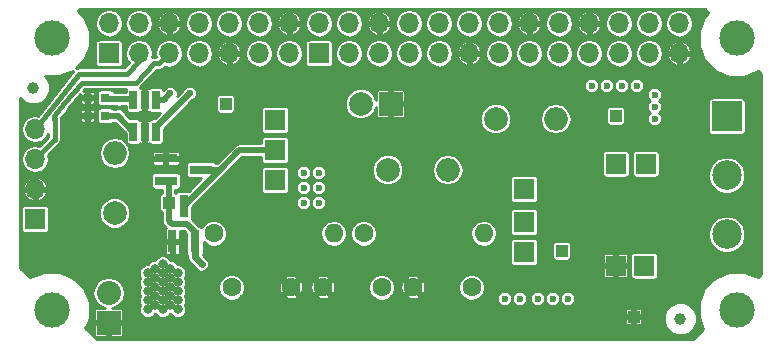
<source format=gbr>
G04 #@! TF.FileFunction,Copper,L2,Bot,Signal*
%FSLAX46Y46*%
G04 Gerber Fmt 4.6, Leading zero omitted, Abs format (unit mm)*
G04 Created by KiCad (PCBNEW 4.0.6) date Sunday, December 16, 2018 'PMt' 05:25:45 PM*
%MOMM*%
%LPD*%
G01*
G04 APERTURE LIST*
%ADD10C,0.100000*%
%ADD11R,1.700000X1.700000*%
%ADD12C,1.600000*%
%ADD13O,1.600000X1.600000*%
%ADD14C,3.000000*%
%ADD15C,2.000000*%
%ADD16O,2.000000X2.000000*%
%ADD17C,2.500000*%
%ADD18R,2.500000X2.500000*%
%ADD19R,1.000000X1.000000*%
%ADD20O,1.700000X1.700000*%
%ADD21C,1.000000*%
%ADD22R,2.000000X2.000000*%
%ADD23C,0.837000*%
%ADD24R,2.032000X2.032000*%
%ADD25O,2.032000X2.032000*%
%ADD26R,0.800000X1.900000*%
%ADD27R,1.900000X0.800000*%
%ADD28R,0.800000X0.750000*%
%ADD29R,0.650000X1.560000*%
%ADD30C,0.600000*%
%ADD31C,0.600000*%
%ADD32C,0.500000*%
%ADD33C,0.400000*%
%ADD34C,0.254000*%
G04 APERTURE END LIST*
D10*
D11*
X132334000Y-74930000D03*
D12*
X95772000Y-80816000D03*
D13*
X105932000Y-80816000D03*
D14*
X82040000Y-64310000D03*
X140040000Y-64330000D03*
D12*
X97296000Y-85388000D03*
X102296000Y-85388000D03*
X109996000Y-85388000D03*
X104996000Y-85388000D03*
X117616000Y-85388000D03*
X112616000Y-85388000D03*
D11*
X100965000Y-73787000D03*
X122047000Y-79883000D03*
D15*
X110490000Y-75438000D03*
D16*
X115570000Y-75438000D03*
D15*
X119634000Y-71120000D03*
D16*
X124714000Y-71120000D03*
D12*
X108472000Y-80816000D03*
D13*
X118632000Y-80816000D03*
D15*
X87376000Y-79121000D03*
D16*
X87376000Y-74041000D03*
D17*
X139206000Y-80910000D03*
D18*
X139206000Y-70910000D03*
D17*
X139206000Y-75910000D03*
D14*
X82040000Y-87310000D03*
X140040000Y-87310000D03*
D11*
X100965000Y-71247000D03*
X100965000Y-76327000D03*
X122047000Y-77089000D03*
D19*
X91948000Y-78232000D03*
X125222000Y-82296000D03*
X131318000Y-87884000D03*
X129794000Y-70866000D03*
D11*
X80650000Y-79620000D03*
D20*
X80650000Y-77080000D03*
X80650000Y-74540000D03*
X80650000Y-72000000D03*
D11*
X86916356Y-65587611D03*
D20*
X86916356Y-63047611D03*
X89456356Y-65587611D03*
X89456356Y-63047611D03*
X91996356Y-65587611D03*
X91996356Y-63047611D03*
X94536356Y-65587611D03*
X94536356Y-63047611D03*
X97076356Y-65587611D03*
X97076356Y-63047611D03*
X99616356Y-65587611D03*
X99616356Y-63047611D03*
X102156356Y-65587611D03*
X102156356Y-63047611D03*
D11*
X122047000Y-82423000D03*
X104696356Y-65587611D03*
D20*
X104696356Y-63047611D03*
X107236356Y-65587611D03*
X107236356Y-63047611D03*
X109776356Y-65587611D03*
X109776356Y-63047611D03*
X112316356Y-65587611D03*
X112316356Y-63047611D03*
X114856356Y-65587611D03*
X114856356Y-63047611D03*
X117396356Y-65587611D03*
X117396356Y-63047611D03*
X119936356Y-65587611D03*
X119936356Y-63047611D03*
X122476356Y-65587611D03*
X122476356Y-63047611D03*
X125016356Y-65587611D03*
X125016356Y-63047611D03*
X127556356Y-65587611D03*
X127556356Y-63047611D03*
X130096356Y-65587611D03*
X130096356Y-63047611D03*
X132636356Y-65587611D03*
X132636356Y-63047611D03*
X135176356Y-65587611D03*
X135176356Y-63047611D03*
D21*
X135269000Y-88055000D03*
X80500000Y-68500000D03*
D19*
X96774000Y-69850000D03*
D11*
X129794000Y-74930000D03*
X129794000Y-83566000D03*
X132207000Y-83566000D03*
D22*
X110744000Y-69850000D03*
D15*
X108204000Y-69850000D03*
D23*
X90170000Y-87249000D03*
X90805000Y-86868000D03*
X91440000Y-87249000D03*
X92075000Y-86868000D03*
X92710000Y-87249000D03*
X90170000Y-86487000D03*
X91440000Y-86487000D03*
X92710000Y-86487000D03*
X90805000Y-86106000D03*
X92075000Y-86106000D03*
X90170000Y-85725000D03*
X90805000Y-85344000D03*
X91440000Y-85725000D03*
X92075000Y-85344000D03*
X92710000Y-85725000D03*
X90170000Y-84963000D03*
X92710000Y-84963000D03*
X90805000Y-84582000D03*
X92075000Y-84582000D03*
X91440000Y-84963000D03*
X91440000Y-84201000D03*
X90805000Y-83820000D03*
X92075000Y-83820000D03*
X90170000Y-84201000D03*
X92710000Y-84201000D03*
X91440000Y-83439000D03*
D24*
X86868000Y-88392000D03*
D25*
X86868000Y-85852000D03*
D26*
X94168000Y-81510000D03*
X92268000Y-81510000D03*
X93218000Y-78510000D03*
D27*
X91718000Y-76388000D03*
X91718000Y-74488000D03*
X94718000Y-75438000D03*
D28*
X86602000Y-70866000D03*
X85102000Y-70866000D03*
X86602000Y-69342000D03*
X85102000Y-69342000D03*
D29*
X88966000Y-69516000D03*
X89916000Y-69516000D03*
X90866000Y-69516000D03*
X90866000Y-72216000D03*
X88966000Y-72216000D03*
X89916000Y-72216000D03*
D30*
X125730000Y-86360000D03*
X123190000Y-86360000D03*
X124460000Y-86360000D03*
X121666000Y-86360000D03*
X120396000Y-86360000D03*
X104648000Y-78232000D03*
X104648000Y-76962000D03*
X103378000Y-76962000D03*
X103378000Y-78232000D03*
X131572000Y-68326000D03*
X130302000Y-68326000D03*
X129032000Y-68326000D03*
X127762000Y-68326000D03*
X104648000Y-75692000D03*
X103378000Y-75692000D03*
X133096000Y-71120000D03*
X133096000Y-70104000D03*
X133096000Y-69088000D03*
X88773000Y-80899000D03*
X95885000Y-87122000D03*
X90424000Y-67818000D03*
X88773000Y-82423000D03*
X88773000Y-81661000D03*
X89916000Y-77978000D03*
X89916000Y-76962000D03*
X83439000Y-84201000D03*
X81661000Y-82804000D03*
X83058000Y-81534000D03*
X87757000Y-69469000D03*
X94742000Y-83439000D03*
X92075000Y-68961000D03*
X87630000Y-70866000D03*
X93726000Y-68961000D03*
D31*
X88773000Y-80899000D02*
X89027000Y-80899000D01*
D32*
X89916000Y-69516000D02*
X89916000Y-68453000D01*
X90087799Y-68154201D02*
X90424000Y-67818000D01*
X89916000Y-68326000D02*
X90087799Y-68154201D01*
X89916000Y-68453000D02*
X89916000Y-68326000D01*
X89916000Y-72216000D02*
X89916000Y-69516000D01*
X86602000Y-69342000D02*
X86729000Y-69469000D01*
X86729000Y-69469000D02*
X87757000Y-69469000D01*
X88966000Y-69516000D02*
X88919000Y-69469000D01*
X88919000Y-69469000D02*
X87757000Y-69469000D01*
D33*
X80650000Y-72000000D02*
X84324000Y-67310000D01*
X88392000Y-67310000D02*
X89456356Y-66245644D01*
X84324000Y-67310000D02*
X88392000Y-67310000D01*
X89456356Y-66245644D02*
X89456356Y-65587611D01*
X91996356Y-65587611D02*
X91146357Y-66437610D01*
X91146357Y-66437610D02*
X90695722Y-66437610D01*
X84582000Y-68072000D02*
X83126766Y-69816472D01*
X90695722Y-66437610D02*
X89154000Y-68072000D01*
X89154000Y-68072000D02*
X84582000Y-68072000D01*
X83126766Y-69816472D02*
X82261999Y-70920379D01*
X82261999Y-70920379D02*
X82261999Y-71154001D01*
X82261999Y-72928001D02*
X82296000Y-72894000D01*
X80650000Y-74540000D02*
X82261999Y-72928001D01*
X82296000Y-72894000D02*
X82296000Y-71108832D01*
X82261999Y-71154001D02*
X82296000Y-71108832D01*
D32*
X94718000Y-75438000D02*
X96290000Y-75438000D01*
X96266000Y-75438000D02*
X96266000Y-75462000D01*
X96290000Y-75438000D02*
X96266000Y-75438000D01*
X100965000Y-73787000D02*
X97941000Y-73787000D01*
X97941000Y-73787000D02*
X96266000Y-75462000D01*
X96266000Y-75462000D02*
X93218000Y-78510000D01*
X91948000Y-78232000D02*
X91948000Y-79756000D01*
X91948000Y-79756000D02*
X92202000Y-80010000D01*
X92202000Y-80010000D02*
X93472000Y-80010000D01*
X93472000Y-80010000D02*
X94168000Y-80706000D01*
D31*
X94742000Y-83439000D02*
X94168000Y-82865000D01*
X94168000Y-82865000D02*
X94168000Y-81510000D01*
D32*
X91718000Y-76388000D02*
X91948000Y-76618000D01*
X91948000Y-76618000D02*
X91948000Y-78232000D01*
X94168000Y-80706000D02*
X94168000Y-81510000D01*
X92075000Y-68961000D02*
X91520000Y-69516000D01*
X91520000Y-69516000D02*
X90866000Y-69516000D01*
X90870000Y-69512000D02*
X90866000Y-69516000D01*
X88966000Y-72216000D02*
X87630000Y-70880000D01*
X87630000Y-70880000D02*
X87630000Y-70866000D01*
X87630000Y-70866000D02*
X86602000Y-70866000D01*
X93726000Y-68961000D02*
X90866000Y-71821000D01*
X90866000Y-71821000D02*
X90866000Y-72216000D01*
D34*
G36*
X86464713Y-61934127D02*
X86081829Y-62189963D01*
X85825993Y-62572847D01*
X85736156Y-63024490D01*
X85736156Y-63070732D01*
X85825993Y-63522375D01*
X86081829Y-63905259D01*
X86464713Y-64161095D01*
X86916356Y-64250932D01*
X87367999Y-64161095D01*
X87750883Y-63905259D01*
X88006719Y-63522375D01*
X88096556Y-63070732D01*
X88096556Y-63024490D01*
X88006719Y-62572847D01*
X87750883Y-62189963D01*
X87367999Y-61934127D01*
X86940035Y-61849000D01*
X89432677Y-61849000D01*
X89004713Y-61934127D01*
X88621829Y-62189963D01*
X88365993Y-62572847D01*
X88276156Y-63024490D01*
X88276156Y-63070732D01*
X88365993Y-63522375D01*
X88621829Y-63905259D01*
X89004713Y-64161095D01*
X89456356Y-64250932D01*
X89907999Y-64161095D01*
X90290883Y-63905259D01*
X90546719Y-63522375D01*
X90582874Y-63340606D01*
X90958300Y-63340606D01*
X91149442Y-63715550D01*
X91469519Y-63988806D01*
X91703363Y-64085654D01*
X91869356Y-64061135D01*
X91869356Y-63174611D01*
X92123356Y-63174611D01*
X92123356Y-64061135D01*
X92289349Y-64085654D01*
X92523193Y-63988806D01*
X92843270Y-63715550D01*
X93034412Y-63340606D01*
X93010316Y-63174611D01*
X92123356Y-63174611D01*
X91869356Y-63174611D01*
X90982396Y-63174611D01*
X90958300Y-63340606D01*
X90582874Y-63340606D01*
X90636556Y-63070732D01*
X90636556Y-63024490D01*
X90582875Y-62754616D01*
X90958300Y-62754616D01*
X90982396Y-62920611D01*
X91869356Y-62920611D01*
X91869356Y-62034087D01*
X92123356Y-62034087D01*
X92123356Y-62920611D01*
X93010316Y-62920611D01*
X93034412Y-62754616D01*
X92843270Y-62379672D01*
X92523193Y-62106416D01*
X92289349Y-62009568D01*
X92123356Y-62034087D01*
X91869356Y-62034087D01*
X91703363Y-62009568D01*
X91469519Y-62106416D01*
X91149442Y-62379672D01*
X90958300Y-62754616D01*
X90582875Y-62754616D01*
X90546719Y-62572847D01*
X90290883Y-62189963D01*
X89907999Y-61934127D01*
X89480035Y-61849000D01*
X94512677Y-61849000D01*
X94084713Y-61934127D01*
X93701829Y-62189963D01*
X93445993Y-62572847D01*
X93356156Y-63024490D01*
X93356156Y-63070732D01*
X93445993Y-63522375D01*
X93701829Y-63905259D01*
X94084713Y-64161095D01*
X94536356Y-64250932D01*
X94987999Y-64161095D01*
X95370883Y-63905259D01*
X95626719Y-63522375D01*
X95716556Y-63070732D01*
X95716556Y-63024490D01*
X95626719Y-62572847D01*
X95370883Y-62189963D01*
X94987999Y-61934127D01*
X94560035Y-61849000D01*
X97052677Y-61849000D01*
X96624713Y-61934127D01*
X96241829Y-62189963D01*
X95985993Y-62572847D01*
X95896156Y-63024490D01*
X95896156Y-63070732D01*
X95985993Y-63522375D01*
X96241829Y-63905259D01*
X96624713Y-64161095D01*
X97076356Y-64250932D01*
X97527999Y-64161095D01*
X97910883Y-63905259D01*
X98166719Y-63522375D01*
X98256556Y-63070732D01*
X98256556Y-63024490D01*
X98166719Y-62572847D01*
X97910883Y-62189963D01*
X97527999Y-61934127D01*
X97100035Y-61849000D01*
X99592677Y-61849000D01*
X99164713Y-61934127D01*
X98781829Y-62189963D01*
X98525993Y-62572847D01*
X98436156Y-63024490D01*
X98436156Y-63070732D01*
X98525993Y-63522375D01*
X98781829Y-63905259D01*
X99164713Y-64161095D01*
X99616356Y-64250932D01*
X100067999Y-64161095D01*
X100450883Y-63905259D01*
X100706719Y-63522375D01*
X100742874Y-63340606D01*
X101118300Y-63340606D01*
X101309442Y-63715550D01*
X101629519Y-63988806D01*
X101863363Y-64085654D01*
X102029356Y-64061135D01*
X102029356Y-63174611D01*
X102283356Y-63174611D01*
X102283356Y-64061135D01*
X102449349Y-64085654D01*
X102683193Y-63988806D01*
X103003270Y-63715550D01*
X103194412Y-63340606D01*
X103170316Y-63174611D01*
X102283356Y-63174611D01*
X102029356Y-63174611D01*
X101142396Y-63174611D01*
X101118300Y-63340606D01*
X100742874Y-63340606D01*
X100796556Y-63070732D01*
X100796556Y-63024490D01*
X100742875Y-62754616D01*
X101118300Y-62754616D01*
X101142396Y-62920611D01*
X102029356Y-62920611D01*
X102029356Y-62034087D01*
X102283356Y-62034087D01*
X102283356Y-62920611D01*
X103170316Y-62920611D01*
X103194412Y-62754616D01*
X103003270Y-62379672D01*
X102683193Y-62106416D01*
X102449349Y-62009568D01*
X102283356Y-62034087D01*
X102029356Y-62034087D01*
X101863363Y-62009568D01*
X101629519Y-62106416D01*
X101309442Y-62379672D01*
X101118300Y-62754616D01*
X100742875Y-62754616D01*
X100706719Y-62572847D01*
X100450883Y-62189963D01*
X100067999Y-61934127D01*
X99640035Y-61849000D01*
X104672677Y-61849000D01*
X104244713Y-61934127D01*
X103861829Y-62189963D01*
X103605993Y-62572847D01*
X103516156Y-63024490D01*
X103516156Y-63070732D01*
X103605993Y-63522375D01*
X103861829Y-63905259D01*
X104244713Y-64161095D01*
X104696356Y-64250932D01*
X105147999Y-64161095D01*
X105530883Y-63905259D01*
X105786719Y-63522375D01*
X105876556Y-63070732D01*
X105876556Y-63024490D01*
X105786719Y-62572847D01*
X105530883Y-62189963D01*
X105147999Y-61934127D01*
X104720035Y-61849000D01*
X107212677Y-61849000D01*
X106784713Y-61934127D01*
X106401829Y-62189963D01*
X106145993Y-62572847D01*
X106056156Y-63024490D01*
X106056156Y-63070732D01*
X106145993Y-63522375D01*
X106401829Y-63905259D01*
X106784713Y-64161095D01*
X107236356Y-64250932D01*
X107687999Y-64161095D01*
X108070883Y-63905259D01*
X108326719Y-63522375D01*
X108362874Y-63340606D01*
X108738300Y-63340606D01*
X108929442Y-63715550D01*
X109249519Y-63988806D01*
X109483363Y-64085654D01*
X109649356Y-64061135D01*
X109649356Y-63174611D01*
X109903356Y-63174611D01*
X109903356Y-64061135D01*
X110069349Y-64085654D01*
X110303193Y-63988806D01*
X110623270Y-63715550D01*
X110814412Y-63340606D01*
X110790316Y-63174611D01*
X109903356Y-63174611D01*
X109649356Y-63174611D01*
X108762396Y-63174611D01*
X108738300Y-63340606D01*
X108362874Y-63340606D01*
X108416556Y-63070732D01*
X108416556Y-63024490D01*
X108362875Y-62754616D01*
X108738300Y-62754616D01*
X108762396Y-62920611D01*
X109649356Y-62920611D01*
X109649356Y-62034087D01*
X109903356Y-62034087D01*
X109903356Y-62920611D01*
X110790316Y-62920611D01*
X110814412Y-62754616D01*
X110623270Y-62379672D01*
X110303193Y-62106416D01*
X110069349Y-62009568D01*
X109903356Y-62034087D01*
X109649356Y-62034087D01*
X109483363Y-62009568D01*
X109249519Y-62106416D01*
X108929442Y-62379672D01*
X108738300Y-62754616D01*
X108362875Y-62754616D01*
X108326719Y-62572847D01*
X108070883Y-62189963D01*
X107687999Y-61934127D01*
X107260035Y-61849000D01*
X112292677Y-61849000D01*
X111864713Y-61934127D01*
X111481829Y-62189963D01*
X111225993Y-62572847D01*
X111136156Y-63024490D01*
X111136156Y-63070732D01*
X111225993Y-63522375D01*
X111481829Y-63905259D01*
X111864713Y-64161095D01*
X112316356Y-64250932D01*
X112767999Y-64161095D01*
X113150883Y-63905259D01*
X113406719Y-63522375D01*
X113496556Y-63070732D01*
X113496556Y-63024490D01*
X113406719Y-62572847D01*
X113150883Y-62189963D01*
X112767999Y-61934127D01*
X112340035Y-61849000D01*
X114832677Y-61849000D01*
X114404713Y-61934127D01*
X114021829Y-62189963D01*
X113765993Y-62572847D01*
X113676156Y-63024490D01*
X113676156Y-63070732D01*
X113765993Y-63522375D01*
X114021829Y-63905259D01*
X114404713Y-64161095D01*
X114856356Y-64250932D01*
X115307999Y-64161095D01*
X115690883Y-63905259D01*
X115946719Y-63522375D01*
X116036556Y-63070732D01*
X116036556Y-63024490D01*
X115946719Y-62572847D01*
X115690883Y-62189963D01*
X115307999Y-61934127D01*
X114880035Y-61849000D01*
X117372677Y-61849000D01*
X116944713Y-61934127D01*
X116561829Y-62189963D01*
X116305993Y-62572847D01*
X116216156Y-63024490D01*
X116216156Y-63070732D01*
X116305993Y-63522375D01*
X116561829Y-63905259D01*
X116944713Y-64161095D01*
X117396356Y-64250932D01*
X117847999Y-64161095D01*
X118230883Y-63905259D01*
X118486719Y-63522375D01*
X118576556Y-63070732D01*
X118576556Y-63024490D01*
X118486719Y-62572847D01*
X118230883Y-62189963D01*
X117847999Y-61934127D01*
X117420035Y-61849000D01*
X119912677Y-61849000D01*
X119484713Y-61934127D01*
X119101829Y-62189963D01*
X118845993Y-62572847D01*
X118756156Y-63024490D01*
X118756156Y-63070732D01*
X118845993Y-63522375D01*
X119101829Y-63905259D01*
X119484713Y-64161095D01*
X119936356Y-64250932D01*
X120387999Y-64161095D01*
X120770883Y-63905259D01*
X121026719Y-63522375D01*
X121062874Y-63340606D01*
X121438300Y-63340606D01*
X121629442Y-63715550D01*
X121949519Y-63988806D01*
X122183363Y-64085654D01*
X122349356Y-64061135D01*
X122349356Y-63174611D01*
X122603356Y-63174611D01*
X122603356Y-64061135D01*
X122769349Y-64085654D01*
X123003193Y-63988806D01*
X123323270Y-63715550D01*
X123514412Y-63340606D01*
X123490316Y-63174611D01*
X122603356Y-63174611D01*
X122349356Y-63174611D01*
X121462396Y-63174611D01*
X121438300Y-63340606D01*
X121062874Y-63340606D01*
X121116556Y-63070732D01*
X121116556Y-63024490D01*
X121062875Y-62754616D01*
X121438300Y-62754616D01*
X121462396Y-62920611D01*
X122349356Y-62920611D01*
X122349356Y-62034087D01*
X122603356Y-62034087D01*
X122603356Y-62920611D01*
X123490316Y-62920611D01*
X123514412Y-62754616D01*
X123323270Y-62379672D01*
X123003193Y-62106416D01*
X122769349Y-62009568D01*
X122603356Y-62034087D01*
X122349356Y-62034087D01*
X122183363Y-62009568D01*
X121949519Y-62106416D01*
X121629442Y-62379672D01*
X121438300Y-62754616D01*
X121062875Y-62754616D01*
X121026719Y-62572847D01*
X120770883Y-62189963D01*
X120387999Y-61934127D01*
X119960035Y-61849000D01*
X124992677Y-61849000D01*
X124564713Y-61934127D01*
X124181829Y-62189963D01*
X123925993Y-62572847D01*
X123836156Y-63024490D01*
X123836156Y-63070732D01*
X123925993Y-63522375D01*
X124181829Y-63905259D01*
X124564713Y-64161095D01*
X125016356Y-64250932D01*
X125467999Y-64161095D01*
X125850883Y-63905259D01*
X126106719Y-63522375D01*
X126142874Y-63340606D01*
X126518300Y-63340606D01*
X126709442Y-63715550D01*
X127029519Y-63988806D01*
X127263363Y-64085654D01*
X127429356Y-64061135D01*
X127429356Y-63174611D01*
X127683356Y-63174611D01*
X127683356Y-64061135D01*
X127849349Y-64085654D01*
X128083193Y-63988806D01*
X128403270Y-63715550D01*
X128594412Y-63340606D01*
X128570316Y-63174611D01*
X127683356Y-63174611D01*
X127429356Y-63174611D01*
X126542396Y-63174611D01*
X126518300Y-63340606D01*
X126142874Y-63340606D01*
X126196556Y-63070732D01*
X126196556Y-63024490D01*
X126142875Y-62754616D01*
X126518300Y-62754616D01*
X126542396Y-62920611D01*
X127429356Y-62920611D01*
X127429356Y-62034087D01*
X127683356Y-62034087D01*
X127683356Y-62920611D01*
X128570316Y-62920611D01*
X128594412Y-62754616D01*
X128403270Y-62379672D01*
X128083193Y-62106416D01*
X127849349Y-62009568D01*
X127683356Y-62034087D01*
X127429356Y-62034087D01*
X127263363Y-62009568D01*
X127029519Y-62106416D01*
X126709442Y-62379672D01*
X126518300Y-62754616D01*
X126142875Y-62754616D01*
X126106719Y-62572847D01*
X125850883Y-62189963D01*
X125467999Y-61934127D01*
X125040035Y-61849000D01*
X130072677Y-61849000D01*
X129644713Y-61934127D01*
X129261829Y-62189963D01*
X129005993Y-62572847D01*
X128916156Y-63024490D01*
X128916156Y-63070732D01*
X129005993Y-63522375D01*
X129261829Y-63905259D01*
X129644713Y-64161095D01*
X130096356Y-64250932D01*
X130547999Y-64161095D01*
X130930883Y-63905259D01*
X131186719Y-63522375D01*
X131276556Y-63070732D01*
X131276556Y-63024490D01*
X131186719Y-62572847D01*
X130930883Y-62189963D01*
X130547999Y-61934127D01*
X130120035Y-61849000D01*
X132612677Y-61849000D01*
X132184713Y-61934127D01*
X131801829Y-62189963D01*
X131545993Y-62572847D01*
X131456156Y-63024490D01*
X131456156Y-63070732D01*
X131545993Y-63522375D01*
X131801829Y-63905259D01*
X132184713Y-64161095D01*
X132636356Y-64250932D01*
X133087999Y-64161095D01*
X133470883Y-63905259D01*
X133726719Y-63522375D01*
X133816556Y-63070732D01*
X133816556Y-63024490D01*
X133726719Y-62572847D01*
X133470883Y-62189963D01*
X133087999Y-61934127D01*
X132660035Y-61849000D01*
X135152677Y-61849000D01*
X134724713Y-61934127D01*
X134341829Y-62189963D01*
X134085993Y-62572847D01*
X133996156Y-63024490D01*
X133996156Y-63070732D01*
X134085993Y-63522375D01*
X134341829Y-63905259D01*
X134724713Y-64161095D01*
X135176356Y-64250932D01*
X135627999Y-64161095D01*
X136010883Y-63905259D01*
X136266719Y-63522375D01*
X136356556Y-63070732D01*
X136356556Y-63024490D01*
X136266719Y-62572847D01*
X136010883Y-62189963D01*
X135627999Y-61934127D01*
X135200035Y-61849000D01*
X137355874Y-61849000D01*
X137634498Y-62171617D01*
X137305877Y-62499664D01*
X136813561Y-63685294D01*
X136812441Y-64969074D01*
X137302687Y-66155561D01*
X138209664Y-67064123D01*
X139395294Y-67556439D01*
X140679074Y-67557559D01*
X141863378Y-67068215D01*
X142113000Y-67357251D01*
X142113000Y-84273734D01*
X141819285Y-84554679D01*
X140684706Y-84083561D01*
X139400926Y-84082441D01*
X138214439Y-84572687D01*
X137305877Y-85479664D01*
X136813561Y-86665294D01*
X136812441Y-87949074D01*
X137225494Y-88948740D01*
X136347040Y-89789000D01*
X85901655Y-89789000D01*
X84891834Y-88856857D01*
X85008393Y-88576150D01*
X85623400Y-88576150D01*
X85623400Y-89453472D01*
X85658203Y-89537492D01*
X85722509Y-89601798D01*
X85806529Y-89636600D01*
X86683850Y-89636600D01*
X86741000Y-89579450D01*
X86741000Y-88519000D01*
X86995000Y-88519000D01*
X86995000Y-89579450D01*
X87052150Y-89636600D01*
X87929471Y-89636600D01*
X88013491Y-89601798D01*
X88077797Y-89537492D01*
X88112600Y-89453472D01*
X88112600Y-88576150D01*
X88055450Y-88519000D01*
X86995000Y-88519000D01*
X86741000Y-88519000D01*
X85680550Y-88519000D01*
X85623400Y-88576150D01*
X85008393Y-88576150D01*
X85266439Y-87954706D01*
X85267559Y-86670926D01*
X84929186Y-85852000D01*
X85495426Y-85852000D01*
X85597899Y-86367168D01*
X85889719Y-86803907D01*
X86326458Y-87095727D01*
X86586236Y-87147400D01*
X85806529Y-87147400D01*
X85722509Y-87182202D01*
X85658203Y-87246508D01*
X85623400Y-87330528D01*
X85623400Y-88207850D01*
X85680550Y-88265000D01*
X86741000Y-88265000D01*
X86741000Y-88245000D01*
X86995000Y-88245000D01*
X86995000Y-88265000D01*
X88055450Y-88265000D01*
X88112600Y-88207850D01*
X88112600Y-88068150D01*
X130589400Y-88068150D01*
X130589400Y-88429472D01*
X130624203Y-88513492D01*
X130688509Y-88577798D01*
X130772529Y-88612600D01*
X131133850Y-88612600D01*
X131191000Y-88555450D01*
X131191000Y-88011000D01*
X131445000Y-88011000D01*
X131445000Y-88555450D01*
X131502150Y-88612600D01*
X131863471Y-88612600D01*
X131947491Y-88577798D01*
X132011797Y-88513492D01*
X132046600Y-88429472D01*
X132046600Y-88331661D01*
X133871758Y-88331661D01*
X134083990Y-88845303D01*
X134476630Y-89238629D01*
X134989900Y-89451757D01*
X135545661Y-89452242D01*
X136059303Y-89240010D01*
X136452629Y-88847370D01*
X136665757Y-88334100D01*
X136666242Y-87778339D01*
X136454010Y-87264697D01*
X136061370Y-86871371D01*
X135548100Y-86658243D01*
X134992339Y-86657758D01*
X134478697Y-86869990D01*
X134085371Y-87262630D01*
X133872243Y-87775900D01*
X133871758Y-88331661D01*
X132046600Y-88331661D01*
X132046600Y-88068150D01*
X131989450Y-88011000D01*
X131445000Y-88011000D01*
X131191000Y-88011000D01*
X130646550Y-88011000D01*
X130589400Y-88068150D01*
X88112600Y-88068150D01*
X88112600Y-87330528D01*
X88077797Y-87246508D01*
X88013491Y-87182202D01*
X87929471Y-87147400D01*
X87149764Y-87147400D01*
X87409542Y-87095727D01*
X87846281Y-86803907D01*
X88138101Y-86367168D01*
X88240574Y-85852000D01*
X88138101Y-85336832D01*
X87846281Y-84900093D01*
X87409542Y-84608273D01*
X86894374Y-84505800D01*
X86841626Y-84505800D01*
X86326458Y-84608273D01*
X85889719Y-84900093D01*
X85597899Y-85336832D01*
X85495426Y-85852000D01*
X84929186Y-85852000D01*
X84777313Y-85484439D01*
X83870336Y-84575877D01*
X83324610Y-84349272D01*
X89421170Y-84349272D01*
X89517428Y-84582233D01*
X89421430Y-84813421D01*
X89421170Y-85111272D01*
X89517428Y-85344233D01*
X89421430Y-85575421D01*
X89421170Y-85873272D01*
X89517428Y-86106233D01*
X89421430Y-86337421D01*
X89421170Y-86635272D01*
X89517428Y-86868233D01*
X89421430Y-87099421D01*
X89421170Y-87397272D01*
X89534913Y-87672550D01*
X89745342Y-87883347D01*
X90020421Y-87997570D01*
X90318272Y-87997830D01*
X90593550Y-87884087D01*
X90804347Y-87673658D01*
X90804860Y-87672422D01*
X90804913Y-87672550D01*
X91015342Y-87883347D01*
X91290421Y-87997570D01*
X91588272Y-87997830D01*
X91863550Y-87884087D01*
X92074347Y-87673658D01*
X92074860Y-87672422D01*
X92074913Y-87672550D01*
X92285342Y-87883347D01*
X92560421Y-87997570D01*
X92858272Y-87997830D01*
X93133550Y-87884087D01*
X93344347Y-87673658D01*
X93458570Y-87398579D01*
X93458622Y-87338528D01*
X130589400Y-87338528D01*
X130589400Y-87699850D01*
X130646550Y-87757000D01*
X131191000Y-87757000D01*
X131191000Y-87212550D01*
X131445000Y-87212550D01*
X131445000Y-87757000D01*
X131989450Y-87757000D01*
X132046600Y-87699850D01*
X132046600Y-87338528D01*
X132011797Y-87254508D01*
X131947491Y-87190202D01*
X131863471Y-87155400D01*
X131502150Y-87155400D01*
X131445000Y-87212550D01*
X131191000Y-87212550D01*
X131133850Y-87155400D01*
X130772529Y-87155400D01*
X130688509Y-87190202D01*
X130624203Y-87254508D01*
X130589400Y-87338528D01*
X93458622Y-87338528D01*
X93458830Y-87100728D01*
X93362572Y-86867767D01*
X93458570Y-86636579D01*
X93458830Y-86338728D01*
X93362572Y-86105767D01*
X93458570Y-85874579D01*
X93458799Y-85611824D01*
X96165604Y-85611824D01*
X96337304Y-86027371D01*
X96654957Y-86345578D01*
X97070203Y-86518003D01*
X97519824Y-86518396D01*
X97935371Y-86346696D01*
X98109173Y-86173196D01*
X101690409Y-86173196D01*
X101786841Y-86304862D01*
X102176467Y-86429917D01*
X102584290Y-86396348D01*
X102805159Y-86304862D01*
X102901591Y-86173196D01*
X104390409Y-86173196D01*
X104486841Y-86304862D01*
X104876467Y-86429917D01*
X105284290Y-86396348D01*
X105505159Y-86304862D01*
X105601591Y-86173196D01*
X104996000Y-85567605D01*
X104390409Y-86173196D01*
X102901591Y-86173196D01*
X102296000Y-85567605D01*
X101690409Y-86173196D01*
X98109173Y-86173196D01*
X98253578Y-86029043D01*
X98426003Y-85613797D01*
X98426304Y-85268467D01*
X101254083Y-85268467D01*
X101287652Y-85676290D01*
X101379138Y-85897159D01*
X101510804Y-85993591D01*
X102116395Y-85388000D01*
X102475605Y-85388000D01*
X103081196Y-85993591D01*
X103212862Y-85897159D01*
X103337917Y-85507533D01*
X103318239Y-85268467D01*
X103954083Y-85268467D01*
X103987652Y-85676290D01*
X104079138Y-85897159D01*
X104210804Y-85993591D01*
X104816395Y-85388000D01*
X105175605Y-85388000D01*
X105781196Y-85993591D01*
X105912862Y-85897159D01*
X106004443Y-85611824D01*
X108865604Y-85611824D01*
X109037304Y-86027371D01*
X109354957Y-86345578D01*
X109770203Y-86518003D01*
X110219824Y-86518396D01*
X110635371Y-86346696D01*
X110809173Y-86173196D01*
X112010409Y-86173196D01*
X112106841Y-86304862D01*
X112496467Y-86429917D01*
X112904290Y-86396348D01*
X113125159Y-86304862D01*
X113221591Y-86173196D01*
X112616000Y-85567605D01*
X112010409Y-86173196D01*
X110809173Y-86173196D01*
X110953578Y-86029043D01*
X111126003Y-85613797D01*
X111126304Y-85268467D01*
X111574083Y-85268467D01*
X111607652Y-85676290D01*
X111699138Y-85897159D01*
X111830804Y-85993591D01*
X112436395Y-85388000D01*
X112795605Y-85388000D01*
X113401196Y-85993591D01*
X113532862Y-85897159D01*
X113624443Y-85611824D01*
X116485604Y-85611824D01*
X116657304Y-86027371D01*
X116974957Y-86345578D01*
X117390203Y-86518003D01*
X117839824Y-86518396D01*
X117921120Y-86484805D01*
X119765691Y-86484805D01*
X119861431Y-86716513D01*
X120038554Y-86893946D01*
X120270096Y-86990090D01*
X120520805Y-86990309D01*
X120752513Y-86894569D01*
X120929946Y-86717446D01*
X121026090Y-86485904D01*
X121026090Y-86484805D01*
X121035691Y-86484805D01*
X121131431Y-86716513D01*
X121308554Y-86893946D01*
X121540096Y-86990090D01*
X121790805Y-86990309D01*
X122022513Y-86894569D01*
X122199946Y-86717446D01*
X122296090Y-86485904D01*
X122296090Y-86484805D01*
X122559691Y-86484805D01*
X122655431Y-86716513D01*
X122832554Y-86893946D01*
X123064096Y-86990090D01*
X123314805Y-86990309D01*
X123546513Y-86894569D01*
X123723946Y-86717446D01*
X123820090Y-86485904D01*
X123820090Y-86484805D01*
X123829691Y-86484805D01*
X123925431Y-86716513D01*
X124102554Y-86893946D01*
X124334096Y-86990090D01*
X124584805Y-86990309D01*
X124816513Y-86894569D01*
X124993946Y-86717446D01*
X125090090Y-86485904D01*
X125090090Y-86484805D01*
X125099691Y-86484805D01*
X125195431Y-86716513D01*
X125372554Y-86893946D01*
X125604096Y-86990090D01*
X125854805Y-86990309D01*
X126086513Y-86894569D01*
X126263946Y-86717446D01*
X126360090Y-86485904D01*
X126360309Y-86235195D01*
X126264569Y-86003487D01*
X126087446Y-85826054D01*
X125855904Y-85729910D01*
X125605195Y-85729691D01*
X125373487Y-85825431D01*
X125196054Y-86002554D01*
X125099910Y-86234096D01*
X125099691Y-86484805D01*
X125090090Y-86484805D01*
X125090309Y-86235195D01*
X124994569Y-86003487D01*
X124817446Y-85826054D01*
X124585904Y-85729910D01*
X124335195Y-85729691D01*
X124103487Y-85825431D01*
X123926054Y-86002554D01*
X123829910Y-86234096D01*
X123829691Y-86484805D01*
X123820090Y-86484805D01*
X123820309Y-86235195D01*
X123724569Y-86003487D01*
X123547446Y-85826054D01*
X123315904Y-85729910D01*
X123065195Y-85729691D01*
X122833487Y-85825431D01*
X122656054Y-86002554D01*
X122559910Y-86234096D01*
X122559691Y-86484805D01*
X122296090Y-86484805D01*
X122296309Y-86235195D01*
X122200569Y-86003487D01*
X122023446Y-85826054D01*
X121791904Y-85729910D01*
X121541195Y-85729691D01*
X121309487Y-85825431D01*
X121132054Y-86002554D01*
X121035910Y-86234096D01*
X121035691Y-86484805D01*
X121026090Y-86484805D01*
X121026309Y-86235195D01*
X120930569Y-86003487D01*
X120753446Y-85826054D01*
X120521904Y-85729910D01*
X120271195Y-85729691D01*
X120039487Y-85825431D01*
X119862054Y-86002554D01*
X119765910Y-86234096D01*
X119765691Y-86484805D01*
X117921120Y-86484805D01*
X118255371Y-86346696D01*
X118573578Y-86029043D01*
X118746003Y-85613797D01*
X118746396Y-85164176D01*
X118574696Y-84748629D01*
X118257043Y-84430422D01*
X117841797Y-84257997D01*
X117392176Y-84257604D01*
X116976629Y-84429304D01*
X116658422Y-84746957D01*
X116485997Y-85162203D01*
X116485604Y-85611824D01*
X113624443Y-85611824D01*
X113657917Y-85507533D01*
X113624348Y-85099710D01*
X113532862Y-84878841D01*
X113401196Y-84782409D01*
X112795605Y-85388000D01*
X112436395Y-85388000D01*
X111830804Y-84782409D01*
X111699138Y-84878841D01*
X111574083Y-85268467D01*
X111126304Y-85268467D01*
X111126396Y-85164176D01*
X110954696Y-84748629D01*
X110809125Y-84602804D01*
X112010409Y-84602804D01*
X112616000Y-85208395D01*
X113221591Y-84602804D01*
X113125159Y-84471138D01*
X112735533Y-84346083D01*
X112327710Y-84379652D01*
X112106841Y-84471138D01*
X112010409Y-84602804D01*
X110809125Y-84602804D01*
X110637043Y-84430422D01*
X110221797Y-84257997D01*
X109772176Y-84257604D01*
X109356629Y-84429304D01*
X109038422Y-84746957D01*
X108865997Y-85162203D01*
X108865604Y-85611824D01*
X106004443Y-85611824D01*
X106037917Y-85507533D01*
X106004348Y-85099710D01*
X105912862Y-84878841D01*
X105781196Y-84782409D01*
X105175605Y-85388000D01*
X104816395Y-85388000D01*
X104210804Y-84782409D01*
X104079138Y-84878841D01*
X103954083Y-85268467D01*
X103318239Y-85268467D01*
X103304348Y-85099710D01*
X103212862Y-84878841D01*
X103081196Y-84782409D01*
X102475605Y-85388000D01*
X102116395Y-85388000D01*
X101510804Y-84782409D01*
X101379138Y-84878841D01*
X101254083Y-85268467D01*
X98426304Y-85268467D01*
X98426396Y-85164176D01*
X98254696Y-84748629D01*
X98109125Y-84602804D01*
X101690409Y-84602804D01*
X102296000Y-85208395D01*
X102901591Y-84602804D01*
X104390409Y-84602804D01*
X104996000Y-85208395D01*
X105601591Y-84602804D01*
X105505159Y-84471138D01*
X105115533Y-84346083D01*
X104707710Y-84379652D01*
X104486841Y-84471138D01*
X104390409Y-84602804D01*
X102901591Y-84602804D01*
X102805159Y-84471138D01*
X102415533Y-84346083D01*
X102007710Y-84379652D01*
X101786841Y-84471138D01*
X101690409Y-84602804D01*
X98109125Y-84602804D01*
X97937043Y-84430422D01*
X97521797Y-84257997D01*
X97072176Y-84257604D01*
X96656629Y-84429304D01*
X96338422Y-84746957D01*
X96165997Y-85162203D01*
X96165604Y-85611824D01*
X93458799Y-85611824D01*
X93458830Y-85576728D01*
X93362572Y-85343767D01*
X93458570Y-85112579D01*
X93458830Y-84814728D01*
X93362572Y-84581767D01*
X93458570Y-84350579D01*
X93458830Y-84052728D01*
X93345087Y-83777450D01*
X93134658Y-83566653D01*
X92859579Y-83452430D01*
X92733172Y-83452320D01*
X92710087Y-83396450D01*
X92499658Y-83185653D01*
X92224579Y-83071430D01*
X92098172Y-83071320D01*
X92075087Y-83015450D01*
X91864658Y-82804653D01*
X91589579Y-82690430D01*
X91291728Y-82690170D01*
X91016450Y-82803913D01*
X90805653Y-83014342D01*
X90782010Y-83071279D01*
X90656728Y-83071170D01*
X90381450Y-83184913D01*
X90170653Y-83395342D01*
X90147010Y-83452279D01*
X90021728Y-83452170D01*
X89746450Y-83565913D01*
X89535653Y-83776342D01*
X89421430Y-84051421D01*
X89421170Y-84349272D01*
X83324610Y-84349272D01*
X82684706Y-84083561D01*
X81400926Y-84082441D01*
X80239453Y-84562352D01*
X79375000Y-83764395D01*
X79375000Y-81694150D01*
X91639400Y-81694150D01*
X91639400Y-82505471D01*
X91674202Y-82589491D01*
X91738508Y-82653797D01*
X91822528Y-82688600D01*
X92083850Y-82688600D01*
X92141000Y-82631450D01*
X92141000Y-81637000D01*
X92395000Y-81637000D01*
X92395000Y-82631450D01*
X92452150Y-82688600D01*
X92713472Y-82688600D01*
X92797492Y-82653797D01*
X92861798Y-82589491D01*
X92896600Y-82505471D01*
X92896600Y-81694150D01*
X92839450Y-81637000D01*
X92395000Y-81637000D01*
X92141000Y-81637000D01*
X91696550Y-81637000D01*
X91639400Y-81694150D01*
X79375000Y-81694150D01*
X79375000Y-78770000D01*
X79463331Y-78770000D01*
X79463331Y-80470000D01*
X79486356Y-80592365D01*
X79558673Y-80704749D01*
X79669017Y-80780144D01*
X79800000Y-80806669D01*
X81500000Y-80806669D01*
X81622365Y-80783644D01*
X81734749Y-80711327D01*
X81810144Y-80600983D01*
X81836669Y-80470000D01*
X81836669Y-79384432D01*
X86045570Y-79384432D01*
X86247654Y-79873513D01*
X86621519Y-80248031D01*
X87110246Y-80450968D01*
X87639432Y-80451430D01*
X88128513Y-80249346D01*
X88503031Y-79875481D01*
X88705968Y-79386754D01*
X88706430Y-78857568D01*
X88504346Y-78368487D01*
X88130481Y-77993969D01*
X87641754Y-77791032D01*
X87112568Y-77790570D01*
X86623487Y-77992654D01*
X86248969Y-78366519D01*
X86046032Y-78855246D01*
X86045570Y-79384432D01*
X81836669Y-79384432D01*
X81836669Y-78770000D01*
X81813644Y-78647635D01*
X81741327Y-78535251D01*
X81630983Y-78459856D01*
X81500000Y-78433331D01*
X79800000Y-78433331D01*
X79677635Y-78456356D01*
X79565251Y-78528673D01*
X79489856Y-78639017D01*
X79463331Y-78770000D01*
X79375000Y-78770000D01*
X79375000Y-77372993D01*
X79611957Y-77372993D01*
X79708805Y-77606837D01*
X79982061Y-77926914D01*
X80357005Y-78118056D01*
X80523000Y-78093960D01*
X80523000Y-77207000D01*
X80777000Y-77207000D01*
X80777000Y-78093960D01*
X80942995Y-78118056D01*
X81317939Y-77926914D01*
X81591195Y-77606837D01*
X81688043Y-77372993D01*
X81663524Y-77207000D01*
X80777000Y-77207000D01*
X80523000Y-77207000D01*
X79636476Y-77207000D01*
X79611957Y-77372993D01*
X79375000Y-77372993D01*
X79375000Y-76787007D01*
X79611957Y-76787007D01*
X79636476Y-76953000D01*
X80523000Y-76953000D01*
X80523000Y-76066040D01*
X80777000Y-76066040D01*
X80777000Y-76953000D01*
X81663524Y-76953000D01*
X81688043Y-76787007D01*
X81591195Y-76553163D01*
X81317939Y-76233086D01*
X80942995Y-76041944D01*
X80777000Y-76066040D01*
X80523000Y-76066040D01*
X80357005Y-76041944D01*
X79982061Y-76233086D01*
X79708805Y-76553163D01*
X79611957Y-76787007D01*
X79375000Y-76787007D01*
X79375000Y-75988000D01*
X90431331Y-75988000D01*
X90431331Y-76788000D01*
X90454356Y-76910365D01*
X90526673Y-77022749D01*
X90637017Y-77098144D01*
X90768000Y-77124669D01*
X91367800Y-77124669D01*
X91367800Y-77410422D01*
X91325635Y-77418356D01*
X91213251Y-77490673D01*
X91137856Y-77601017D01*
X91111331Y-77732000D01*
X91111331Y-78732000D01*
X91134356Y-78854365D01*
X91206673Y-78966749D01*
X91317017Y-79042144D01*
X91367800Y-79052428D01*
X91367800Y-79756000D01*
X91411965Y-79978033D01*
X91537737Y-80166263D01*
X91738092Y-80366619D01*
X91674202Y-80430509D01*
X91639400Y-80514529D01*
X91639400Y-81325850D01*
X91696550Y-81383000D01*
X92141000Y-81383000D01*
X92141000Y-81363000D01*
X92395000Y-81363000D01*
X92395000Y-81383000D01*
X92839450Y-81383000D01*
X92896600Y-81325850D01*
X92896600Y-80590200D01*
X93231674Y-80590200D01*
X93431331Y-80789858D01*
X93431331Y-82460000D01*
X93454356Y-82582365D01*
X93526673Y-82694749D01*
X93537800Y-82702352D01*
X93537800Y-82865000D01*
X93585771Y-83106167D01*
X93722381Y-83310619D01*
X94295993Y-83884230D01*
X94384554Y-83972946D01*
X94616096Y-84069090D01*
X94741995Y-84069200D01*
X94742000Y-84069201D01*
X94742005Y-84069200D01*
X94866805Y-84069309D01*
X94983167Y-84021229D01*
X94983168Y-84021229D01*
X94983169Y-84021228D01*
X95098513Y-83973569D01*
X95275946Y-83796446D01*
X95295169Y-83750150D01*
X128715400Y-83750150D01*
X128715400Y-84461472D01*
X128750203Y-84545492D01*
X128814509Y-84609798D01*
X128898529Y-84644600D01*
X129609850Y-84644600D01*
X129667000Y-84587450D01*
X129667000Y-83693000D01*
X129921000Y-83693000D01*
X129921000Y-84587450D01*
X129978150Y-84644600D01*
X130689471Y-84644600D01*
X130773491Y-84609798D01*
X130837797Y-84545492D01*
X130872600Y-84461472D01*
X130872600Y-83750150D01*
X130815450Y-83693000D01*
X129921000Y-83693000D01*
X129667000Y-83693000D01*
X128772550Y-83693000D01*
X128715400Y-83750150D01*
X95295169Y-83750150D01*
X95372090Y-83564904D01*
X95372200Y-83439005D01*
X95372201Y-83439000D01*
X95372200Y-83438995D01*
X95372309Y-83314195D01*
X95276569Y-83082487D01*
X95099446Y-82905054D01*
X95099181Y-82904944D01*
X94840425Y-82646187D01*
X94878144Y-82590983D01*
X94904669Y-82460000D01*
X94904669Y-81546895D01*
X95130957Y-81773578D01*
X95546203Y-81946003D01*
X95995824Y-81946396D01*
X96411371Y-81774696D01*
X96729578Y-81457043D01*
X96902003Y-81041797D01*
X96902200Y-80816000D01*
X104779658Y-80816000D01*
X104865689Y-81248509D01*
X105110686Y-81615172D01*
X105477349Y-81860169D01*
X105909858Y-81946200D01*
X105954142Y-81946200D01*
X106386651Y-81860169D01*
X106753314Y-81615172D01*
X106998311Y-81248509D01*
X107039820Y-81039824D01*
X107341604Y-81039824D01*
X107513304Y-81455371D01*
X107830957Y-81773578D01*
X108246203Y-81946003D01*
X108695824Y-81946396D01*
X109111371Y-81774696D01*
X109429578Y-81457043D01*
X109602003Y-81041797D01*
X109602200Y-80816000D01*
X117479658Y-80816000D01*
X117565689Y-81248509D01*
X117810686Y-81615172D01*
X118177349Y-81860169D01*
X118609858Y-81946200D01*
X118654142Y-81946200D01*
X119086651Y-81860169D01*
X119453314Y-81615172D01*
X119481492Y-81573000D01*
X120860331Y-81573000D01*
X120860331Y-83273000D01*
X120883356Y-83395365D01*
X120955673Y-83507749D01*
X121066017Y-83583144D01*
X121197000Y-83609669D01*
X122897000Y-83609669D01*
X123019365Y-83586644D01*
X123131749Y-83514327D01*
X123207144Y-83403983D01*
X123233669Y-83273000D01*
X123233669Y-81796000D01*
X124385331Y-81796000D01*
X124385331Y-82796000D01*
X124408356Y-82918365D01*
X124480673Y-83030749D01*
X124591017Y-83106144D01*
X124722000Y-83132669D01*
X125722000Y-83132669D01*
X125844365Y-83109644D01*
X125956749Y-83037327D01*
X126032144Y-82926983D01*
X126058669Y-82796000D01*
X126058669Y-82670528D01*
X128715400Y-82670528D01*
X128715400Y-83381850D01*
X128772550Y-83439000D01*
X129667000Y-83439000D01*
X129667000Y-82544550D01*
X129921000Y-82544550D01*
X129921000Y-83439000D01*
X130815450Y-83439000D01*
X130872600Y-83381850D01*
X130872600Y-82716000D01*
X131020331Y-82716000D01*
X131020331Y-84416000D01*
X131043356Y-84538365D01*
X131115673Y-84650749D01*
X131226017Y-84726144D01*
X131357000Y-84752669D01*
X133057000Y-84752669D01*
X133179365Y-84729644D01*
X133291749Y-84657327D01*
X133367144Y-84546983D01*
X133393669Y-84416000D01*
X133393669Y-82716000D01*
X133370644Y-82593635D01*
X133298327Y-82481251D01*
X133187983Y-82405856D01*
X133057000Y-82379331D01*
X131357000Y-82379331D01*
X131234635Y-82402356D01*
X131122251Y-82474673D01*
X131046856Y-82585017D01*
X131020331Y-82716000D01*
X130872600Y-82716000D01*
X130872600Y-82670528D01*
X130837797Y-82586508D01*
X130773491Y-82522202D01*
X130689471Y-82487400D01*
X129978150Y-82487400D01*
X129921000Y-82544550D01*
X129667000Y-82544550D01*
X129609850Y-82487400D01*
X128898529Y-82487400D01*
X128814509Y-82522202D01*
X128750203Y-82586508D01*
X128715400Y-82670528D01*
X126058669Y-82670528D01*
X126058669Y-81796000D01*
X126035644Y-81673635D01*
X125963327Y-81561251D01*
X125852983Y-81485856D01*
X125722000Y-81459331D01*
X124722000Y-81459331D01*
X124599635Y-81482356D01*
X124487251Y-81554673D01*
X124411856Y-81665017D01*
X124385331Y-81796000D01*
X123233669Y-81796000D01*
X123233669Y-81573000D01*
X123210644Y-81450635D01*
X123138327Y-81338251D01*
X123027983Y-81262856D01*
X122897000Y-81236331D01*
X121197000Y-81236331D01*
X121074635Y-81259356D01*
X120962251Y-81331673D01*
X120886856Y-81442017D01*
X120860331Y-81573000D01*
X119481492Y-81573000D01*
X119698311Y-81248509D01*
X119703396Y-81222942D01*
X137625526Y-81222942D01*
X137865590Y-81803942D01*
X138309720Y-82248847D01*
X138890300Y-82489925D01*
X139518942Y-82490474D01*
X140099942Y-82250410D01*
X140544847Y-81806280D01*
X140785925Y-81225700D01*
X140786474Y-80597058D01*
X140546410Y-80016058D01*
X140102280Y-79571153D01*
X139521700Y-79330075D01*
X138893058Y-79329526D01*
X138312058Y-79569590D01*
X137867153Y-80013720D01*
X137626075Y-80594300D01*
X137625526Y-81222942D01*
X119703396Y-81222942D01*
X119784342Y-80816000D01*
X119698311Y-80383491D01*
X119453314Y-80016828D01*
X119086651Y-79771831D01*
X118654142Y-79685800D01*
X118609858Y-79685800D01*
X118177349Y-79771831D01*
X117810686Y-80016828D01*
X117565689Y-80383491D01*
X117479658Y-80816000D01*
X109602200Y-80816000D01*
X109602396Y-80592176D01*
X109430696Y-80176629D01*
X109113043Y-79858422D01*
X108697797Y-79685997D01*
X108248176Y-79685604D01*
X107832629Y-79857304D01*
X107514422Y-80174957D01*
X107341997Y-80590203D01*
X107341604Y-81039824D01*
X107039820Y-81039824D01*
X107084342Y-80816000D01*
X106998311Y-80383491D01*
X106753314Y-80016828D01*
X106386651Y-79771831D01*
X105954142Y-79685800D01*
X105909858Y-79685800D01*
X105477349Y-79771831D01*
X105110686Y-80016828D01*
X104865689Y-80383491D01*
X104779658Y-80816000D01*
X96902200Y-80816000D01*
X96902396Y-80592176D01*
X96730696Y-80176629D01*
X96413043Y-79858422D01*
X95997797Y-79685997D01*
X95548176Y-79685604D01*
X95132629Y-79857304D01*
X94814422Y-80174957D01*
X94764681Y-80294746D01*
X94698983Y-80249856D01*
X94568000Y-80223331D01*
X94505858Y-80223331D01*
X93905967Y-79623441D01*
X93928144Y-79590983D01*
X93954669Y-79460000D01*
X93954669Y-79033000D01*
X120860331Y-79033000D01*
X120860331Y-80733000D01*
X120883356Y-80855365D01*
X120955673Y-80967749D01*
X121066017Y-81043144D01*
X121197000Y-81069669D01*
X122897000Y-81069669D01*
X123019365Y-81046644D01*
X123131749Y-80974327D01*
X123207144Y-80863983D01*
X123233669Y-80733000D01*
X123233669Y-79033000D01*
X123210644Y-78910635D01*
X123138327Y-78798251D01*
X123027983Y-78722856D01*
X122897000Y-78696331D01*
X121197000Y-78696331D01*
X121074635Y-78719356D01*
X120962251Y-78791673D01*
X120886856Y-78902017D01*
X120860331Y-79033000D01*
X93954669Y-79033000D01*
X93954669Y-78593857D01*
X94191721Y-78356805D01*
X102747691Y-78356805D01*
X102843431Y-78588513D01*
X103020554Y-78765946D01*
X103252096Y-78862090D01*
X103502805Y-78862309D01*
X103734513Y-78766569D01*
X103911946Y-78589446D01*
X104008090Y-78357904D01*
X104008090Y-78356805D01*
X104017691Y-78356805D01*
X104113431Y-78588513D01*
X104290554Y-78765946D01*
X104522096Y-78862090D01*
X104772805Y-78862309D01*
X105004513Y-78766569D01*
X105181946Y-78589446D01*
X105278090Y-78357904D01*
X105278309Y-78107195D01*
X105182569Y-77875487D01*
X105005446Y-77698054D01*
X104773904Y-77601910D01*
X104523195Y-77601691D01*
X104291487Y-77697431D01*
X104114054Y-77874554D01*
X104017910Y-78106096D01*
X104017691Y-78356805D01*
X104008090Y-78356805D01*
X104008309Y-78107195D01*
X103912569Y-77875487D01*
X103735446Y-77698054D01*
X103503904Y-77601910D01*
X103253195Y-77601691D01*
X103021487Y-77697431D01*
X102844054Y-77874554D01*
X102747910Y-78106096D01*
X102747691Y-78356805D01*
X94191721Y-78356805D01*
X96676263Y-75872263D01*
X97071526Y-75477000D01*
X99778331Y-75477000D01*
X99778331Y-77177000D01*
X99801356Y-77299365D01*
X99873673Y-77411749D01*
X99984017Y-77487144D01*
X100115000Y-77513669D01*
X101815000Y-77513669D01*
X101937365Y-77490644D01*
X102049749Y-77418327D01*
X102125144Y-77307983D01*
X102151669Y-77177000D01*
X102151669Y-77086805D01*
X102747691Y-77086805D01*
X102843431Y-77318513D01*
X103020554Y-77495946D01*
X103252096Y-77592090D01*
X103502805Y-77592309D01*
X103734513Y-77496569D01*
X103911946Y-77319446D01*
X104008090Y-77087904D01*
X104008090Y-77086805D01*
X104017691Y-77086805D01*
X104113431Y-77318513D01*
X104290554Y-77495946D01*
X104522096Y-77592090D01*
X104772805Y-77592309D01*
X105004513Y-77496569D01*
X105181946Y-77319446D01*
X105278090Y-77087904D01*
X105278309Y-76837195D01*
X105182569Y-76605487D01*
X105005446Y-76428054D01*
X104773904Y-76331910D01*
X104523195Y-76331691D01*
X104291487Y-76427431D01*
X104114054Y-76604554D01*
X104017910Y-76836096D01*
X104017691Y-77086805D01*
X104008090Y-77086805D01*
X104008309Y-76837195D01*
X103912569Y-76605487D01*
X103735446Y-76428054D01*
X103503904Y-76331910D01*
X103253195Y-76331691D01*
X103021487Y-76427431D01*
X102844054Y-76604554D01*
X102747910Y-76836096D01*
X102747691Y-77086805D01*
X102151669Y-77086805D01*
X102151669Y-75816805D01*
X102747691Y-75816805D01*
X102843431Y-76048513D01*
X103020554Y-76225946D01*
X103252096Y-76322090D01*
X103502805Y-76322309D01*
X103734513Y-76226569D01*
X103911946Y-76049446D01*
X104008090Y-75817904D01*
X104008090Y-75816805D01*
X104017691Y-75816805D01*
X104113431Y-76048513D01*
X104290554Y-76225946D01*
X104522096Y-76322090D01*
X104772805Y-76322309D01*
X105004513Y-76226569D01*
X105181946Y-76049446D01*
X105278090Y-75817904D01*
X105278191Y-75701432D01*
X109159570Y-75701432D01*
X109361654Y-76190513D01*
X109735519Y-76565031D01*
X110224246Y-76767968D01*
X110753432Y-76768430D01*
X111242513Y-76566346D01*
X111617031Y-76192481D01*
X111819968Y-75703754D01*
X111820200Y-75438000D01*
X114213740Y-75438000D01*
X114314995Y-75947046D01*
X114603347Y-76378593D01*
X115034894Y-76666945D01*
X115543940Y-76768200D01*
X115596060Y-76768200D01*
X116105106Y-76666945D01*
X116536653Y-76378593D01*
X116629926Y-76239000D01*
X120860331Y-76239000D01*
X120860331Y-77939000D01*
X120883356Y-78061365D01*
X120955673Y-78173749D01*
X121066017Y-78249144D01*
X121197000Y-78275669D01*
X122897000Y-78275669D01*
X123019365Y-78252644D01*
X123131749Y-78180327D01*
X123207144Y-78069983D01*
X123233669Y-77939000D01*
X123233669Y-76239000D01*
X123230648Y-76222942D01*
X137625526Y-76222942D01*
X137865590Y-76803942D01*
X138309720Y-77248847D01*
X138890300Y-77489925D01*
X139518942Y-77490474D01*
X140099942Y-77250410D01*
X140544847Y-76806280D01*
X140785925Y-76225700D01*
X140786474Y-75597058D01*
X140546410Y-75016058D01*
X140102280Y-74571153D01*
X139521700Y-74330075D01*
X138893058Y-74329526D01*
X138312058Y-74569590D01*
X137867153Y-75013720D01*
X137626075Y-75594300D01*
X137625526Y-76222942D01*
X123230648Y-76222942D01*
X123210644Y-76116635D01*
X123138327Y-76004251D01*
X123027983Y-75928856D01*
X122897000Y-75902331D01*
X121197000Y-75902331D01*
X121074635Y-75925356D01*
X120962251Y-75997673D01*
X120886856Y-76108017D01*
X120860331Y-76239000D01*
X116629926Y-76239000D01*
X116825005Y-75947046D01*
X116926260Y-75438000D01*
X116825005Y-74928954D01*
X116536653Y-74497407D01*
X116105106Y-74209055D01*
X115596060Y-74107800D01*
X115543940Y-74107800D01*
X115034894Y-74209055D01*
X114603347Y-74497407D01*
X114314995Y-74928954D01*
X114213740Y-75438000D01*
X111820200Y-75438000D01*
X111820430Y-75174568D01*
X111618346Y-74685487D01*
X111244481Y-74310969D01*
X110755754Y-74108032D01*
X110226568Y-74107570D01*
X109737487Y-74309654D01*
X109362969Y-74683519D01*
X109160032Y-75172246D01*
X109159570Y-75701432D01*
X105278191Y-75701432D01*
X105278309Y-75567195D01*
X105182569Y-75335487D01*
X105005446Y-75158054D01*
X104773904Y-75061910D01*
X104523195Y-75061691D01*
X104291487Y-75157431D01*
X104114054Y-75334554D01*
X104017910Y-75566096D01*
X104017691Y-75816805D01*
X104008090Y-75816805D01*
X104008309Y-75567195D01*
X103912569Y-75335487D01*
X103735446Y-75158054D01*
X103503904Y-75061910D01*
X103253195Y-75061691D01*
X103021487Y-75157431D01*
X102844054Y-75334554D01*
X102747910Y-75566096D01*
X102747691Y-75816805D01*
X102151669Y-75816805D01*
X102151669Y-75477000D01*
X102128644Y-75354635D01*
X102056327Y-75242251D01*
X101945983Y-75166856D01*
X101815000Y-75140331D01*
X100115000Y-75140331D01*
X99992635Y-75163356D01*
X99880251Y-75235673D01*
X99804856Y-75346017D01*
X99778331Y-75477000D01*
X97071526Y-75477000D01*
X98181327Y-74367200D01*
X99778331Y-74367200D01*
X99778331Y-74637000D01*
X99801356Y-74759365D01*
X99873673Y-74871749D01*
X99984017Y-74947144D01*
X100115000Y-74973669D01*
X101815000Y-74973669D01*
X101937365Y-74950644D01*
X102049749Y-74878327D01*
X102125144Y-74767983D01*
X102151669Y-74637000D01*
X102151669Y-74080000D01*
X128607331Y-74080000D01*
X128607331Y-75780000D01*
X128630356Y-75902365D01*
X128702673Y-76014749D01*
X128813017Y-76090144D01*
X128944000Y-76116669D01*
X130644000Y-76116669D01*
X130766365Y-76093644D01*
X130878749Y-76021327D01*
X130954144Y-75910983D01*
X130980669Y-75780000D01*
X130980669Y-74080000D01*
X131147331Y-74080000D01*
X131147331Y-75780000D01*
X131170356Y-75902365D01*
X131242673Y-76014749D01*
X131353017Y-76090144D01*
X131484000Y-76116669D01*
X133184000Y-76116669D01*
X133306365Y-76093644D01*
X133418749Y-76021327D01*
X133494144Y-75910983D01*
X133520669Y-75780000D01*
X133520669Y-74080000D01*
X133497644Y-73957635D01*
X133425327Y-73845251D01*
X133314983Y-73769856D01*
X133184000Y-73743331D01*
X131484000Y-73743331D01*
X131361635Y-73766356D01*
X131249251Y-73838673D01*
X131173856Y-73949017D01*
X131147331Y-74080000D01*
X130980669Y-74080000D01*
X130957644Y-73957635D01*
X130885327Y-73845251D01*
X130774983Y-73769856D01*
X130644000Y-73743331D01*
X128944000Y-73743331D01*
X128821635Y-73766356D01*
X128709251Y-73838673D01*
X128633856Y-73949017D01*
X128607331Y-74080000D01*
X102151669Y-74080000D01*
X102151669Y-72937000D01*
X102128644Y-72814635D01*
X102056327Y-72702251D01*
X101945983Y-72626856D01*
X101815000Y-72600331D01*
X100115000Y-72600331D01*
X99992635Y-72623356D01*
X99880251Y-72695673D01*
X99804856Y-72806017D01*
X99778331Y-72937000D01*
X99778331Y-73206800D01*
X97941000Y-73206800D01*
X97718967Y-73250965D01*
X97530737Y-73376736D01*
X96049674Y-74857800D01*
X95944428Y-74857800D01*
X95909327Y-74803251D01*
X95798983Y-74727856D01*
X95668000Y-74701331D01*
X93768000Y-74701331D01*
X93645635Y-74724356D01*
X93533251Y-74796673D01*
X93457856Y-74907017D01*
X93431331Y-75038000D01*
X93431331Y-75838000D01*
X93454356Y-75960365D01*
X93526673Y-76072749D01*
X93637017Y-76148144D01*
X93768000Y-76174669D01*
X94732805Y-76174669D01*
X93673004Y-77234470D01*
X93618000Y-77223331D01*
X92818000Y-77223331D01*
X92695635Y-77246356D01*
X92583251Y-77318673D01*
X92528200Y-77399243D01*
X92528200Y-77124669D01*
X92668000Y-77124669D01*
X92790365Y-77101644D01*
X92902749Y-77029327D01*
X92978144Y-76918983D01*
X93004669Y-76788000D01*
X93004669Y-75988000D01*
X92981644Y-75865635D01*
X92909327Y-75753251D01*
X92798983Y-75677856D01*
X92668000Y-75651331D01*
X90768000Y-75651331D01*
X90645635Y-75674356D01*
X90533251Y-75746673D01*
X90457856Y-75857017D01*
X90431331Y-75988000D01*
X79375000Y-75988000D01*
X79375000Y-69350418D01*
X79707630Y-69683629D01*
X80220900Y-69896757D01*
X80776661Y-69897242D01*
X81290303Y-69685010D01*
X81683629Y-69292370D01*
X81896757Y-68779100D01*
X81897242Y-68223339D01*
X81685010Y-67709697D01*
X81512156Y-67536541D01*
X82679074Y-67537559D01*
X83851818Y-67052991D01*
X80870294Y-70859020D01*
X80673121Y-70819800D01*
X80626879Y-70819800D01*
X80175236Y-70909637D01*
X79792352Y-71165473D01*
X79536516Y-71548357D01*
X79446679Y-72000000D01*
X79536516Y-72451643D01*
X79792352Y-72834527D01*
X80175236Y-73090363D01*
X80626879Y-73180200D01*
X80673121Y-73180200D01*
X81124764Y-73090363D01*
X81507648Y-72834527D01*
X81763484Y-72451643D01*
X81765800Y-72440000D01*
X81765800Y-72674384D01*
X81012815Y-73427369D01*
X80673121Y-73359800D01*
X80626879Y-73359800D01*
X80175236Y-73449637D01*
X79792352Y-73705473D01*
X79536516Y-74088357D01*
X79446679Y-74540000D01*
X79536516Y-74991643D01*
X79792352Y-75374527D01*
X80175236Y-75630363D01*
X80626879Y-75720200D01*
X80673121Y-75720200D01*
X81124764Y-75630363D01*
X81507648Y-75374527D01*
X81763484Y-74991643D01*
X81853321Y-74540000D01*
X81778080Y-74161736D01*
X82670908Y-73268908D01*
X82766736Y-73125491D01*
X82785841Y-73096899D01*
X82826200Y-72894000D01*
X82826200Y-71108832D01*
X82818900Y-71072132D01*
X82819075Y-71069017D01*
X82833854Y-71050150D01*
X84473400Y-71050150D01*
X84473400Y-71286472D01*
X84508203Y-71370492D01*
X84572509Y-71434798D01*
X84656529Y-71469600D01*
X84917850Y-71469600D01*
X84975000Y-71412450D01*
X84975000Y-70993000D01*
X85229000Y-70993000D01*
X85229000Y-71412450D01*
X85286150Y-71469600D01*
X85547471Y-71469600D01*
X85631491Y-71434798D01*
X85695797Y-71370492D01*
X85730600Y-71286472D01*
X85730600Y-71050150D01*
X85673450Y-70993000D01*
X85229000Y-70993000D01*
X84975000Y-70993000D01*
X84530550Y-70993000D01*
X84473400Y-71050150D01*
X82833854Y-71050150D01*
X83307496Y-70445528D01*
X84473400Y-70445528D01*
X84473400Y-70681850D01*
X84530550Y-70739000D01*
X84975000Y-70739000D01*
X84975000Y-70319550D01*
X85229000Y-70319550D01*
X85229000Y-70739000D01*
X85673450Y-70739000D01*
X85730600Y-70681850D01*
X85730600Y-70491000D01*
X85865331Y-70491000D01*
X85865331Y-71241000D01*
X85888356Y-71363365D01*
X85960673Y-71475749D01*
X86071017Y-71551144D01*
X86202000Y-71577669D01*
X87002000Y-71577669D01*
X87124365Y-71554644D01*
X87236749Y-71482327D01*
X87261434Y-71446200D01*
X87375674Y-71446200D01*
X88304331Y-72374858D01*
X88304331Y-72996000D01*
X88320046Y-73079514D01*
X88316593Y-73074347D01*
X87885046Y-72785995D01*
X87376000Y-72684740D01*
X86866954Y-72785995D01*
X86435407Y-73074347D01*
X86147055Y-73505894D01*
X86045800Y-74014940D01*
X86045800Y-74067060D01*
X86147055Y-74576106D01*
X86435407Y-75007653D01*
X86866954Y-75296005D01*
X87376000Y-75397260D01*
X87885046Y-75296005D01*
X88316593Y-75007653D01*
X88540770Y-74672150D01*
X90539400Y-74672150D01*
X90539400Y-74933472D01*
X90574203Y-75017492D01*
X90638509Y-75081798D01*
X90722529Y-75116600D01*
X91533850Y-75116600D01*
X91591000Y-75059450D01*
X91591000Y-74615000D01*
X91845000Y-74615000D01*
X91845000Y-75059450D01*
X91902150Y-75116600D01*
X92713471Y-75116600D01*
X92797491Y-75081798D01*
X92861797Y-75017492D01*
X92896600Y-74933472D01*
X92896600Y-74672150D01*
X92839450Y-74615000D01*
X91845000Y-74615000D01*
X91591000Y-74615000D01*
X90596550Y-74615000D01*
X90539400Y-74672150D01*
X88540770Y-74672150D01*
X88604945Y-74576106D01*
X88706200Y-74067060D01*
X88706200Y-74042528D01*
X90539400Y-74042528D01*
X90539400Y-74303850D01*
X90596550Y-74361000D01*
X91591000Y-74361000D01*
X91591000Y-73916550D01*
X91845000Y-73916550D01*
X91845000Y-74361000D01*
X92839450Y-74361000D01*
X92896600Y-74303850D01*
X92896600Y-74042528D01*
X92861797Y-73958508D01*
X92797491Y-73894202D01*
X92713471Y-73859400D01*
X91902150Y-73859400D01*
X91845000Y-73916550D01*
X91591000Y-73916550D01*
X91533850Y-73859400D01*
X90722529Y-73859400D01*
X90638509Y-73894202D01*
X90574203Y-73958508D01*
X90539400Y-74042528D01*
X88706200Y-74042528D01*
X88706200Y-74014940D01*
X88604945Y-73505894D01*
X88439097Y-73257686D01*
X88510017Y-73306144D01*
X88641000Y-73332669D01*
X89291000Y-73332669D01*
X89413365Y-73309644D01*
X89525749Y-73237327D01*
X89536890Y-73221022D01*
X89545528Y-73224600D01*
X89731850Y-73224600D01*
X89789000Y-73167450D01*
X89789000Y-72343000D01*
X89769000Y-72343000D01*
X89769000Y-72089000D01*
X89789000Y-72089000D01*
X89789000Y-71264550D01*
X89731850Y-71207400D01*
X89545528Y-71207400D01*
X89538229Y-71210423D01*
X89532327Y-71201251D01*
X89421983Y-71125856D01*
X89291000Y-71099331D01*
X88669857Y-71099331D01*
X88224108Y-70653582D01*
X88164569Y-70509487D01*
X87987446Y-70332054D01*
X87755904Y-70235910D01*
X87505195Y-70235691D01*
X87383922Y-70285800D01*
X87262341Y-70285800D01*
X87243327Y-70256251D01*
X87132983Y-70180856D01*
X87002000Y-70154331D01*
X86202000Y-70154331D01*
X86079635Y-70177356D01*
X85967251Y-70249673D01*
X85891856Y-70360017D01*
X85865331Y-70491000D01*
X85730600Y-70491000D01*
X85730600Y-70445528D01*
X85695797Y-70361508D01*
X85631491Y-70297202D01*
X85547471Y-70262400D01*
X85286150Y-70262400D01*
X85229000Y-70319550D01*
X84975000Y-70319550D01*
X84917850Y-70262400D01*
X84656529Y-70262400D01*
X84572509Y-70297202D01*
X84508203Y-70361508D01*
X84473400Y-70445528D01*
X83307496Y-70445528D01*
X83539131Y-70149839D01*
X84059410Y-69526150D01*
X84473400Y-69526150D01*
X84473400Y-69762472D01*
X84508203Y-69846492D01*
X84572509Y-69910798D01*
X84656529Y-69945600D01*
X84917850Y-69945600D01*
X84975000Y-69888450D01*
X84975000Y-69469000D01*
X85229000Y-69469000D01*
X85229000Y-69888450D01*
X85286150Y-69945600D01*
X85547471Y-69945600D01*
X85631491Y-69910798D01*
X85695797Y-69846492D01*
X85730600Y-69762472D01*
X85730600Y-69526150D01*
X85673450Y-69469000D01*
X85229000Y-69469000D01*
X84975000Y-69469000D01*
X84530550Y-69469000D01*
X84473400Y-69526150D01*
X84059410Y-69526150D01*
X84473400Y-69029878D01*
X84473400Y-69157850D01*
X84530550Y-69215000D01*
X84975000Y-69215000D01*
X84975000Y-68795550D01*
X85229000Y-68795550D01*
X85229000Y-69215000D01*
X85673450Y-69215000D01*
X85730600Y-69157850D01*
X85730600Y-68921528D01*
X85695797Y-68837508D01*
X85631491Y-68773202D01*
X85547471Y-68738400D01*
X85286150Y-68738400D01*
X85229000Y-68795550D01*
X84975000Y-68795550D01*
X84917850Y-68738400D01*
X84716550Y-68738400D01*
X84830168Y-68602200D01*
X88332781Y-68602200D01*
X88330856Y-68605017D01*
X88304331Y-68736000D01*
X88304331Y-68888800D01*
X88003053Y-68888800D01*
X87882904Y-68838910D01*
X87632195Y-68838691D01*
X87510922Y-68888800D01*
X87323954Y-68888800D01*
X87315644Y-68844635D01*
X87243327Y-68732251D01*
X87132983Y-68656856D01*
X87002000Y-68630331D01*
X86202000Y-68630331D01*
X86079635Y-68653356D01*
X85967251Y-68725673D01*
X85891856Y-68836017D01*
X85865331Y-68967000D01*
X85865331Y-69717000D01*
X85888356Y-69839365D01*
X85960673Y-69951749D01*
X86071017Y-70027144D01*
X86202000Y-70053669D01*
X87002000Y-70053669D01*
X87025750Y-70049200D01*
X87510947Y-70049200D01*
X87631096Y-70099090D01*
X87881805Y-70099309D01*
X88003078Y-70049200D01*
X88304331Y-70049200D01*
X88304331Y-70296000D01*
X88327356Y-70418365D01*
X88399673Y-70530749D01*
X88510017Y-70606144D01*
X88641000Y-70632669D01*
X89291000Y-70632669D01*
X89413365Y-70609644D01*
X89525749Y-70537327D01*
X89536890Y-70521022D01*
X89545528Y-70524600D01*
X89731850Y-70524600D01*
X89789000Y-70467450D01*
X89789000Y-69643000D01*
X89769000Y-69643000D01*
X89769000Y-69389000D01*
X89789000Y-69389000D01*
X89789000Y-68564550D01*
X90043000Y-68564550D01*
X90043000Y-69389000D01*
X90063000Y-69389000D01*
X90063000Y-69643000D01*
X90043000Y-69643000D01*
X90043000Y-70467450D01*
X90100150Y-70524600D01*
X90286472Y-70524600D01*
X90293771Y-70521577D01*
X90299673Y-70530749D01*
X90410017Y-70606144D01*
X90541000Y-70632669D01*
X91191000Y-70632669D01*
X91243726Y-70622748D01*
X90767143Y-71099331D01*
X90541000Y-71099331D01*
X90418635Y-71122356D01*
X90306251Y-71194673D01*
X90295110Y-71210978D01*
X90286472Y-71207400D01*
X90100150Y-71207400D01*
X90043000Y-71264550D01*
X90043000Y-72089000D01*
X90063000Y-72089000D01*
X90063000Y-72343000D01*
X90043000Y-72343000D01*
X90043000Y-73167450D01*
X90100150Y-73224600D01*
X90286472Y-73224600D01*
X90293771Y-73221577D01*
X90299673Y-73230749D01*
X90410017Y-73306144D01*
X90541000Y-73332669D01*
X91191000Y-73332669D01*
X91313365Y-73309644D01*
X91425749Y-73237327D01*
X91501144Y-73126983D01*
X91527669Y-72996000D01*
X91527669Y-71979857D01*
X93962278Y-69545249D01*
X94082513Y-69495569D01*
X94228336Y-69350000D01*
X95937331Y-69350000D01*
X95937331Y-70350000D01*
X95960356Y-70472365D01*
X96032673Y-70584749D01*
X96143017Y-70660144D01*
X96274000Y-70686669D01*
X97274000Y-70686669D01*
X97396365Y-70663644D01*
X97508749Y-70591327D01*
X97584144Y-70480983D01*
X97601151Y-70397000D01*
X99778331Y-70397000D01*
X99778331Y-72097000D01*
X99801356Y-72219365D01*
X99873673Y-72331749D01*
X99984017Y-72407144D01*
X100115000Y-72433669D01*
X101815000Y-72433669D01*
X101937365Y-72410644D01*
X102049749Y-72338327D01*
X102125144Y-72227983D01*
X102151669Y-72097000D01*
X102151669Y-71383432D01*
X118303570Y-71383432D01*
X118505654Y-71872513D01*
X118879519Y-72247031D01*
X119368246Y-72449968D01*
X119897432Y-72450430D01*
X120386513Y-72248346D01*
X120761031Y-71874481D01*
X120963968Y-71385754D01*
X120964200Y-71120000D01*
X123357740Y-71120000D01*
X123458995Y-71629046D01*
X123747347Y-72060593D01*
X124178894Y-72348945D01*
X124687940Y-72450200D01*
X124740060Y-72450200D01*
X125249106Y-72348945D01*
X125680653Y-72060593D01*
X125969005Y-71629046D01*
X126070260Y-71120000D01*
X125969005Y-70610954D01*
X125805332Y-70366000D01*
X128957331Y-70366000D01*
X128957331Y-71366000D01*
X128980356Y-71488365D01*
X129052673Y-71600749D01*
X129163017Y-71676144D01*
X129294000Y-71702669D01*
X130294000Y-71702669D01*
X130416365Y-71679644D01*
X130528749Y-71607327D01*
X130604144Y-71496983D01*
X130630669Y-71366000D01*
X130630669Y-70366000D01*
X130607644Y-70243635D01*
X130535327Y-70131251D01*
X130424983Y-70055856D01*
X130294000Y-70029331D01*
X129294000Y-70029331D01*
X129171635Y-70052356D01*
X129059251Y-70124673D01*
X128983856Y-70235017D01*
X128957331Y-70366000D01*
X125805332Y-70366000D01*
X125680653Y-70179407D01*
X125249106Y-69891055D01*
X124740060Y-69789800D01*
X124687940Y-69789800D01*
X124178894Y-69891055D01*
X123747347Y-70179407D01*
X123458995Y-70610954D01*
X123357740Y-71120000D01*
X120964200Y-71120000D01*
X120964430Y-70856568D01*
X120762346Y-70367487D01*
X120388481Y-69992969D01*
X119899754Y-69790032D01*
X119370568Y-69789570D01*
X118881487Y-69991654D01*
X118506969Y-70365519D01*
X118304032Y-70854246D01*
X118303570Y-71383432D01*
X102151669Y-71383432D01*
X102151669Y-70397000D01*
X102128644Y-70274635D01*
X102056327Y-70162251D01*
X101984879Y-70113432D01*
X106873570Y-70113432D01*
X107075654Y-70602513D01*
X107449519Y-70977031D01*
X107938246Y-71179968D01*
X108467432Y-71180430D01*
X108956513Y-70978346D01*
X109331031Y-70604481D01*
X109515400Y-70160471D01*
X109515400Y-70895471D01*
X109550202Y-70979491D01*
X109614508Y-71043797D01*
X109698528Y-71078600D01*
X110559850Y-71078600D01*
X110617000Y-71021450D01*
X110617000Y-69977000D01*
X110871000Y-69977000D01*
X110871000Y-71021450D01*
X110928150Y-71078600D01*
X111789472Y-71078600D01*
X111873492Y-71043797D01*
X111937798Y-70979491D01*
X111972600Y-70895471D01*
X111972600Y-70034150D01*
X111915450Y-69977000D01*
X110871000Y-69977000D01*
X110617000Y-69977000D01*
X110597000Y-69977000D01*
X110597000Y-69723000D01*
X110617000Y-69723000D01*
X110617000Y-68678550D01*
X110871000Y-68678550D01*
X110871000Y-69723000D01*
X111915450Y-69723000D01*
X111972600Y-69665850D01*
X111972600Y-69212805D01*
X132465691Y-69212805D01*
X132561431Y-69444513D01*
X132712762Y-69596109D01*
X132562054Y-69746554D01*
X132465910Y-69978096D01*
X132465691Y-70228805D01*
X132561431Y-70460513D01*
X132712762Y-70612109D01*
X132562054Y-70762554D01*
X132465910Y-70994096D01*
X132465691Y-71244805D01*
X132561431Y-71476513D01*
X132738554Y-71653946D01*
X132970096Y-71750090D01*
X133220805Y-71750309D01*
X133452513Y-71654569D01*
X133629946Y-71477446D01*
X133726090Y-71245904D01*
X133726309Y-70995195D01*
X133630569Y-70763487D01*
X133479238Y-70611891D01*
X133629946Y-70461446D01*
X133726090Y-70229904D01*
X133726309Y-69979195D01*
X133630569Y-69747487D01*
X133543235Y-69660000D01*
X137619331Y-69660000D01*
X137619331Y-72160000D01*
X137642356Y-72282365D01*
X137714673Y-72394749D01*
X137825017Y-72470144D01*
X137956000Y-72496669D01*
X140456000Y-72496669D01*
X140578365Y-72473644D01*
X140690749Y-72401327D01*
X140766144Y-72290983D01*
X140792669Y-72160000D01*
X140792669Y-69660000D01*
X140769644Y-69537635D01*
X140697327Y-69425251D01*
X140586983Y-69349856D01*
X140456000Y-69323331D01*
X137956000Y-69323331D01*
X137833635Y-69346356D01*
X137721251Y-69418673D01*
X137645856Y-69529017D01*
X137619331Y-69660000D01*
X133543235Y-69660000D01*
X133479238Y-69595891D01*
X133629946Y-69445446D01*
X133726090Y-69213904D01*
X133726309Y-68963195D01*
X133630569Y-68731487D01*
X133453446Y-68554054D01*
X133221904Y-68457910D01*
X132971195Y-68457691D01*
X132739487Y-68553431D01*
X132562054Y-68730554D01*
X132465910Y-68962096D01*
X132465691Y-69212805D01*
X111972600Y-69212805D01*
X111972600Y-68804529D01*
X111937798Y-68720509D01*
X111873492Y-68656203D01*
X111789472Y-68621400D01*
X110928150Y-68621400D01*
X110871000Y-68678550D01*
X110617000Y-68678550D01*
X110559850Y-68621400D01*
X109698528Y-68621400D01*
X109614508Y-68656203D01*
X109550202Y-68720509D01*
X109515400Y-68804529D01*
X109515400Y-69540512D01*
X109332346Y-69097487D01*
X108958481Y-68722969D01*
X108469754Y-68520032D01*
X107940568Y-68519570D01*
X107451487Y-68721654D01*
X107076969Y-69095519D01*
X106874032Y-69584246D01*
X106873570Y-70113432D01*
X101984879Y-70113432D01*
X101945983Y-70086856D01*
X101815000Y-70060331D01*
X100115000Y-70060331D01*
X99992635Y-70083356D01*
X99880251Y-70155673D01*
X99804856Y-70266017D01*
X99778331Y-70397000D01*
X97601151Y-70397000D01*
X97610669Y-70350000D01*
X97610669Y-69350000D01*
X97587644Y-69227635D01*
X97515327Y-69115251D01*
X97404983Y-69039856D01*
X97274000Y-69013331D01*
X96274000Y-69013331D01*
X96151635Y-69036356D01*
X96039251Y-69108673D01*
X95963856Y-69219017D01*
X95937331Y-69350000D01*
X94228336Y-69350000D01*
X94259946Y-69318446D01*
X94356090Y-69086904D01*
X94356309Y-68836195D01*
X94260569Y-68604487D01*
X94107156Y-68450805D01*
X127131691Y-68450805D01*
X127227431Y-68682513D01*
X127404554Y-68859946D01*
X127636096Y-68956090D01*
X127886805Y-68956309D01*
X128118513Y-68860569D01*
X128295946Y-68683446D01*
X128392090Y-68451904D01*
X128392090Y-68450805D01*
X128401691Y-68450805D01*
X128497431Y-68682513D01*
X128674554Y-68859946D01*
X128906096Y-68956090D01*
X129156805Y-68956309D01*
X129388513Y-68860569D01*
X129565946Y-68683446D01*
X129662090Y-68451904D01*
X129662090Y-68450805D01*
X129671691Y-68450805D01*
X129767431Y-68682513D01*
X129944554Y-68859946D01*
X130176096Y-68956090D01*
X130426805Y-68956309D01*
X130658513Y-68860569D01*
X130835946Y-68683446D01*
X130932090Y-68451904D01*
X130932090Y-68450805D01*
X130941691Y-68450805D01*
X131037431Y-68682513D01*
X131214554Y-68859946D01*
X131446096Y-68956090D01*
X131696805Y-68956309D01*
X131928513Y-68860569D01*
X132105946Y-68683446D01*
X132202090Y-68451904D01*
X132202309Y-68201195D01*
X132106569Y-67969487D01*
X131929446Y-67792054D01*
X131697904Y-67695910D01*
X131447195Y-67695691D01*
X131215487Y-67791431D01*
X131038054Y-67968554D01*
X130941910Y-68200096D01*
X130941691Y-68450805D01*
X130932090Y-68450805D01*
X130932309Y-68201195D01*
X130836569Y-67969487D01*
X130659446Y-67792054D01*
X130427904Y-67695910D01*
X130177195Y-67695691D01*
X129945487Y-67791431D01*
X129768054Y-67968554D01*
X129671910Y-68200096D01*
X129671691Y-68450805D01*
X129662090Y-68450805D01*
X129662309Y-68201195D01*
X129566569Y-67969487D01*
X129389446Y-67792054D01*
X129157904Y-67695910D01*
X128907195Y-67695691D01*
X128675487Y-67791431D01*
X128498054Y-67968554D01*
X128401910Y-68200096D01*
X128401691Y-68450805D01*
X128392090Y-68450805D01*
X128392309Y-68201195D01*
X128296569Y-67969487D01*
X128119446Y-67792054D01*
X127887904Y-67695910D01*
X127637195Y-67695691D01*
X127405487Y-67791431D01*
X127228054Y-67968554D01*
X127131910Y-68200096D01*
X127131691Y-68450805D01*
X94107156Y-68450805D01*
X94083446Y-68427054D01*
X93851904Y-68330910D01*
X93601195Y-68330691D01*
X93369487Y-68426431D01*
X93192054Y-68603554D01*
X93141734Y-68724739D01*
X92652203Y-69214270D01*
X92705090Y-69086904D01*
X92705309Y-68836195D01*
X92609569Y-68604487D01*
X92432446Y-68427054D01*
X92200904Y-68330910D01*
X91950195Y-68330691D01*
X91718487Y-68426431D01*
X91541054Y-68603554D01*
X91514693Y-68667039D01*
X91504644Y-68613635D01*
X91432327Y-68501251D01*
X91321983Y-68425856D01*
X91191000Y-68399331D01*
X90541000Y-68399331D01*
X90418635Y-68422356D01*
X90306251Y-68494673D01*
X90295110Y-68510978D01*
X90286472Y-68507400D01*
X90100150Y-68507400D01*
X90043000Y-68564550D01*
X89789000Y-68564550D01*
X89731850Y-68507400D01*
X89545528Y-68507400D01*
X89538229Y-68510423D01*
X89532327Y-68501251D01*
X89490426Y-68472621D01*
X89528908Y-68446908D01*
X89533276Y-68440371D01*
X89539682Y-68435815D01*
X90924453Y-66967810D01*
X91146357Y-66967810D01*
X91349256Y-66927451D01*
X91521265Y-66812518D01*
X91618092Y-66715691D01*
X91996356Y-66790932D01*
X92447999Y-66701095D01*
X92830883Y-66445259D01*
X93086719Y-66062375D01*
X93176556Y-65610732D01*
X93176556Y-65564490D01*
X93356156Y-65564490D01*
X93356156Y-65610732D01*
X93445993Y-66062375D01*
X93701829Y-66445259D01*
X94084713Y-66701095D01*
X94536356Y-66790932D01*
X94987999Y-66701095D01*
X95370883Y-66445259D01*
X95626719Y-66062375D01*
X95662874Y-65880606D01*
X96038300Y-65880606D01*
X96229442Y-66255550D01*
X96549519Y-66528806D01*
X96783363Y-66625654D01*
X96949356Y-66601135D01*
X96949356Y-65714611D01*
X97203356Y-65714611D01*
X97203356Y-66601135D01*
X97369349Y-66625654D01*
X97603193Y-66528806D01*
X97923270Y-66255550D01*
X98114412Y-65880606D01*
X98090316Y-65714611D01*
X97203356Y-65714611D01*
X96949356Y-65714611D01*
X96062396Y-65714611D01*
X96038300Y-65880606D01*
X95662874Y-65880606D01*
X95716556Y-65610732D01*
X95716556Y-65564490D01*
X98436156Y-65564490D01*
X98436156Y-65610732D01*
X98525993Y-66062375D01*
X98781829Y-66445259D01*
X99164713Y-66701095D01*
X99616356Y-66790932D01*
X100067999Y-66701095D01*
X100450883Y-66445259D01*
X100706719Y-66062375D01*
X100796556Y-65610732D01*
X100796556Y-65564490D01*
X100976156Y-65564490D01*
X100976156Y-65610732D01*
X101065993Y-66062375D01*
X101321829Y-66445259D01*
X101704713Y-66701095D01*
X102156356Y-66790932D01*
X102607999Y-66701095D01*
X102990883Y-66445259D01*
X103246719Y-66062375D01*
X103336556Y-65610732D01*
X103336556Y-65564490D01*
X103246719Y-65112847D01*
X102995994Y-64737611D01*
X103509687Y-64737611D01*
X103509687Y-66437611D01*
X103532712Y-66559976D01*
X103605029Y-66672360D01*
X103715373Y-66747755D01*
X103846356Y-66774280D01*
X105546356Y-66774280D01*
X105668721Y-66751255D01*
X105781105Y-66678938D01*
X105856500Y-66568594D01*
X105883025Y-66437611D01*
X105883025Y-65564490D01*
X106056156Y-65564490D01*
X106056156Y-65610732D01*
X106145993Y-66062375D01*
X106401829Y-66445259D01*
X106784713Y-66701095D01*
X107236356Y-66790932D01*
X107687999Y-66701095D01*
X108070883Y-66445259D01*
X108326719Y-66062375D01*
X108416556Y-65610732D01*
X108416556Y-65564490D01*
X108596156Y-65564490D01*
X108596156Y-65610732D01*
X108685993Y-66062375D01*
X108941829Y-66445259D01*
X109324713Y-66701095D01*
X109776356Y-66790932D01*
X110227999Y-66701095D01*
X110610883Y-66445259D01*
X110866719Y-66062375D01*
X110956556Y-65610732D01*
X110956556Y-65564490D01*
X111136156Y-65564490D01*
X111136156Y-65610732D01*
X111225993Y-66062375D01*
X111481829Y-66445259D01*
X111864713Y-66701095D01*
X112316356Y-66790932D01*
X112767999Y-66701095D01*
X113150883Y-66445259D01*
X113406719Y-66062375D01*
X113496556Y-65610732D01*
X113496556Y-65564490D01*
X113676156Y-65564490D01*
X113676156Y-65610732D01*
X113765993Y-66062375D01*
X114021829Y-66445259D01*
X114404713Y-66701095D01*
X114856356Y-66790932D01*
X115307999Y-66701095D01*
X115690883Y-66445259D01*
X115946719Y-66062375D01*
X115982874Y-65880606D01*
X116358300Y-65880606D01*
X116549442Y-66255550D01*
X116869519Y-66528806D01*
X117103363Y-66625654D01*
X117269356Y-66601135D01*
X117269356Y-65714611D01*
X117523356Y-65714611D01*
X117523356Y-66601135D01*
X117689349Y-66625654D01*
X117923193Y-66528806D01*
X118243270Y-66255550D01*
X118434412Y-65880606D01*
X118410316Y-65714611D01*
X117523356Y-65714611D01*
X117269356Y-65714611D01*
X116382396Y-65714611D01*
X116358300Y-65880606D01*
X115982874Y-65880606D01*
X116036556Y-65610732D01*
X116036556Y-65564490D01*
X118756156Y-65564490D01*
X118756156Y-65610732D01*
X118845993Y-66062375D01*
X119101829Y-66445259D01*
X119484713Y-66701095D01*
X119936356Y-66790932D01*
X120387999Y-66701095D01*
X120770883Y-66445259D01*
X121026719Y-66062375D01*
X121116556Y-65610732D01*
X121116556Y-65564490D01*
X121296156Y-65564490D01*
X121296156Y-65610732D01*
X121385993Y-66062375D01*
X121641829Y-66445259D01*
X122024713Y-66701095D01*
X122476356Y-66790932D01*
X122927999Y-66701095D01*
X123310883Y-66445259D01*
X123566719Y-66062375D01*
X123656556Y-65610732D01*
X123656556Y-65564490D01*
X123836156Y-65564490D01*
X123836156Y-65610732D01*
X123925993Y-66062375D01*
X124181829Y-66445259D01*
X124564713Y-66701095D01*
X125016356Y-66790932D01*
X125467999Y-66701095D01*
X125850883Y-66445259D01*
X126106719Y-66062375D01*
X126196556Y-65610732D01*
X126196556Y-65564490D01*
X126376156Y-65564490D01*
X126376156Y-65610732D01*
X126465993Y-66062375D01*
X126721829Y-66445259D01*
X127104713Y-66701095D01*
X127556356Y-66790932D01*
X128007999Y-66701095D01*
X128390883Y-66445259D01*
X128646719Y-66062375D01*
X128736556Y-65610732D01*
X128736556Y-65564490D01*
X128916156Y-65564490D01*
X128916156Y-65610732D01*
X129005993Y-66062375D01*
X129261829Y-66445259D01*
X129644713Y-66701095D01*
X130096356Y-66790932D01*
X130547999Y-66701095D01*
X130930883Y-66445259D01*
X131186719Y-66062375D01*
X131276556Y-65610732D01*
X131276556Y-65564490D01*
X131456156Y-65564490D01*
X131456156Y-65610732D01*
X131545993Y-66062375D01*
X131801829Y-66445259D01*
X132184713Y-66701095D01*
X132636356Y-66790932D01*
X133087999Y-66701095D01*
X133470883Y-66445259D01*
X133726719Y-66062375D01*
X133762874Y-65880606D01*
X134138300Y-65880606D01*
X134329442Y-66255550D01*
X134649519Y-66528806D01*
X134883363Y-66625654D01*
X135049356Y-66601135D01*
X135049356Y-65714611D01*
X135303356Y-65714611D01*
X135303356Y-66601135D01*
X135469349Y-66625654D01*
X135703193Y-66528806D01*
X136023270Y-66255550D01*
X136214412Y-65880606D01*
X136190316Y-65714611D01*
X135303356Y-65714611D01*
X135049356Y-65714611D01*
X134162396Y-65714611D01*
X134138300Y-65880606D01*
X133762874Y-65880606D01*
X133816556Y-65610732D01*
X133816556Y-65564490D01*
X133762875Y-65294616D01*
X134138300Y-65294616D01*
X134162396Y-65460611D01*
X135049356Y-65460611D01*
X135049356Y-64574087D01*
X135303356Y-64574087D01*
X135303356Y-65460611D01*
X136190316Y-65460611D01*
X136214412Y-65294616D01*
X136023270Y-64919672D01*
X135703193Y-64646416D01*
X135469349Y-64549568D01*
X135303356Y-64574087D01*
X135049356Y-64574087D01*
X134883363Y-64549568D01*
X134649519Y-64646416D01*
X134329442Y-64919672D01*
X134138300Y-65294616D01*
X133762875Y-65294616D01*
X133726719Y-65112847D01*
X133470883Y-64729963D01*
X133087999Y-64474127D01*
X132636356Y-64384290D01*
X132184713Y-64474127D01*
X131801829Y-64729963D01*
X131545993Y-65112847D01*
X131456156Y-65564490D01*
X131276556Y-65564490D01*
X131186719Y-65112847D01*
X130930883Y-64729963D01*
X130547999Y-64474127D01*
X130096356Y-64384290D01*
X129644713Y-64474127D01*
X129261829Y-64729963D01*
X129005993Y-65112847D01*
X128916156Y-65564490D01*
X128736556Y-65564490D01*
X128646719Y-65112847D01*
X128390883Y-64729963D01*
X128007999Y-64474127D01*
X127556356Y-64384290D01*
X127104713Y-64474127D01*
X126721829Y-64729963D01*
X126465993Y-65112847D01*
X126376156Y-65564490D01*
X126196556Y-65564490D01*
X126106719Y-65112847D01*
X125850883Y-64729963D01*
X125467999Y-64474127D01*
X125016356Y-64384290D01*
X124564713Y-64474127D01*
X124181829Y-64729963D01*
X123925993Y-65112847D01*
X123836156Y-65564490D01*
X123656556Y-65564490D01*
X123566719Y-65112847D01*
X123310883Y-64729963D01*
X122927999Y-64474127D01*
X122476356Y-64384290D01*
X122024713Y-64474127D01*
X121641829Y-64729963D01*
X121385993Y-65112847D01*
X121296156Y-65564490D01*
X121116556Y-65564490D01*
X121026719Y-65112847D01*
X120770883Y-64729963D01*
X120387999Y-64474127D01*
X119936356Y-64384290D01*
X119484713Y-64474127D01*
X119101829Y-64729963D01*
X118845993Y-65112847D01*
X118756156Y-65564490D01*
X116036556Y-65564490D01*
X115982875Y-65294616D01*
X116358300Y-65294616D01*
X116382396Y-65460611D01*
X117269356Y-65460611D01*
X117269356Y-64574087D01*
X117523356Y-64574087D01*
X117523356Y-65460611D01*
X118410316Y-65460611D01*
X118434412Y-65294616D01*
X118243270Y-64919672D01*
X117923193Y-64646416D01*
X117689349Y-64549568D01*
X117523356Y-64574087D01*
X117269356Y-64574087D01*
X117103363Y-64549568D01*
X116869519Y-64646416D01*
X116549442Y-64919672D01*
X116358300Y-65294616D01*
X115982875Y-65294616D01*
X115946719Y-65112847D01*
X115690883Y-64729963D01*
X115307999Y-64474127D01*
X114856356Y-64384290D01*
X114404713Y-64474127D01*
X114021829Y-64729963D01*
X113765993Y-65112847D01*
X113676156Y-65564490D01*
X113496556Y-65564490D01*
X113406719Y-65112847D01*
X113150883Y-64729963D01*
X112767999Y-64474127D01*
X112316356Y-64384290D01*
X111864713Y-64474127D01*
X111481829Y-64729963D01*
X111225993Y-65112847D01*
X111136156Y-65564490D01*
X110956556Y-65564490D01*
X110866719Y-65112847D01*
X110610883Y-64729963D01*
X110227999Y-64474127D01*
X109776356Y-64384290D01*
X109324713Y-64474127D01*
X108941829Y-64729963D01*
X108685993Y-65112847D01*
X108596156Y-65564490D01*
X108416556Y-65564490D01*
X108326719Y-65112847D01*
X108070883Y-64729963D01*
X107687999Y-64474127D01*
X107236356Y-64384290D01*
X106784713Y-64474127D01*
X106401829Y-64729963D01*
X106145993Y-65112847D01*
X106056156Y-65564490D01*
X105883025Y-65564490D01*
X105883025Y-64737611D01*
X105860000Y-64615246D01*
X105787683Y-64502862D01*
X105677339Y-64427467D01*
X105546356Y-64400942D01*
X103846356Y-64400942D01*
X103723991Y-64423967D01*
X103611607Y-64496284D01*
X103536212Y-64606628D01*
X103509687Y-64737611D01*
X102995994Y-64737611D01*
X102990883Y-64729963D01*
X102607999Y-64474127D01*
X102156356Y-64384290D01*
X101704713Y-64474127D01*
X101321829Y-64729963D01*
X101065993Y-65112847D01*
X100976156Y-65564490D01*
X100796556Y-65564490D01*
X100706719Y-65112847D01*
X100450883Y-64729963D01*
X100067999Y-64474127D01*
X99616356Y-64384290D01*
X99164713Y-64474127D01*
X98781829Y-64729963D01*
X98525993Y-65112847D01*
X98436156Y-65564490D01*
X95716556Y-65564490D01*
X95662875Y-65294616D01*
X96038300Y-65294616D01*
X96062396Y-65460611D01*
X96949356Y-65460611D01*
X96949356Y-64574087D01*
X97203356Y-64574087D01*
X97203356Y-65460611D01*
X98090316Y-65460611D01*
X98114412Y-65294616D01*
X97923270Y-64919672D01*
X97603193Y-64646416D01*
X97369349Y-64549568D01*
X97203356Y-64574087D01*
X96949356Y-64574087D01*
X96783363Y-64549568D01*
X96549519Y-64646416D01*
X96229442Y-64919672D01*
X96038300Y-65294616D01*
X95662875Y-65294616D01*
X95626719Y-65112847D01*
X95370883Y-64729963D01*
X94987999Y-64474127D01*
X94536356Y-64384290D01*
X94084713Y-64474127D01*
X93701829Y-64729963D01*
X93445993Y-65112847D01*
X93356156Y-65564490D01*
X93176556Y-65564490D01*
X93086719Y-65112847D01*
X92830883Y-64729963D01*
X92447999Y-64474127D01*
X91996356Y-64384290D01*
X91544713Y-64474127D01*
X91161829Y-64729963D01*
X90905993Y-65112847D01*
X90816156Y-65564490D01*
X90816156Y-65610732D01*
X90875169Y-65907410D01*
X90695722Y-65907410D01*
X90688010Y-65908944D01*
X90680259Y-65907636D01*
X90586847Y-65929066D01*
X90572675Y-65931886D01*
X90636556Y-65610732D01*
X90636556Y-65564490D01*
X90546719Y-65112847D01*
X90290883Y-64729963D01*
X89907999Y-64474127D01*
X89456356Y-64384290D01*
X89004713Y-64474127D01*
X88621829Y-64729963D01*
X88365993Y-65112847D01*
X88276156Y-65564490D01*
X88276156Y-65610732D01*
X88365993Y-66062375D01*
X88575805Y-66376379D01*
X88172384Y-66779800D01*
X84324000Y-66779800D01*
X84292297Y-66786106D01*
X84260065Y-66783669D01*
X84191687Y-66806119D01*
X84121101Y-66820159D01*
X84094225Y-66838117D01*
X84065761Y-66847462D01*
X84774123Y-66140336D01*
X85266439Y-64954706D01*
X85266628Y-64737611D01*
X85729687Y-64737611D01*
X85729687Y-66437611D01*
X85752712Y-66559976D01*
X85825029Y-66672360D01*
X85935373Y-66747755D01*
X86066356Y-66774280D01*
X87766356Y-66774280D01*
X87888721Y-66751255D01*
X88001105Y-66678938D01*
X88076500Y-66568594D01*
X88103025Y-66437611D01*
X88103025Y-64737611D01*
X88080000Y-64615246D01*
X88007683Y-64502862D01*
X87897339Y-64427467D01*
X87766356Y-64400942D01*
X86066356Y-64400942D01*
X85943991Y-64423967D01*
X85831607Y-64496284D01*
X85756212Y-64606628D01*
X85729687Y-64737611D01*
X85266628Y-64737611D01*
X85267559Y-63670926D01*
X84777313Y-62484439D01*
X84269219Y-61975457D01*
X84384180Y-61849000D01*
X86892677Y-61849000D01*
X86464713Y-61934127D01*
X86464713Y-61934127D01*
G37*
X86464713Y-61934127D02*
X86081829Y-62189963D01*
X85825993Y-62572847D01*
X85736156Y-63024490D01*
X85736156Y-63070732D01*
X85825993Y-63522375D01*
X86081829Y-63905259D01*
X86464713Y-64161095D01*
X86916356Y-64250932D01*
X87367999Y-64161095D01*
X87750883Y-63905259D01*
X88006719Y-63522375D01*
X88096556Y-63070732D01*
X88096556Y-63024490D01*
X88006719Y-62572847D01*
X87750883Y-62189963D01*
X87367999Y-61934127D01*
X86940035Y-61849000D01*
X89432677Y-61849000D01*
X89004713Y-61934127D01*
X88621829Y-62189963D01*
X88365993Y-62572847D01*
X88276156Y-63024490D01*
X88276156Y-63070732D01*
X88365993Y-63522375D01*
X88621829Y-63905259D01*
X89004713Y-64161095D01*
X89456356Y-64250932D01*
X89907999Y-64161095D01*
X90290883Y-63905259D01*
X90546719Y-63522375D01*
X90582874Y-63340606D01*
X90958300Y-63340606D01*
X91149442Y-63715550D01*
X91469519Y-63988806D01*
X91703363Y-64085654D01*
X91869356Y-64061135D01*
X91869356Y-63174611D01*
X92123356Y-63174611D01*
X92123356Y-64061135D01*
X92289349Y-64085654D01*
X92523193Y-63988806D01*
X92843270Y-63715550D01*
X93034412Y-63340606D01*
X93010316Y-63174611D01*
X92123356Y-63174611D01*
X91869356Y-63174611D01*
X90982396Y-63174611D01*
X90958300Y-63340606D01*
X90582874Y-63340606D01*
X90636556Y-63070732D01*
X90636556Y-63024490D01*
X90582875Y-62754616D01*
X90958300Y-62754616D01*
X90982396Y-62920611D01*
X91869356Y-62920611D01*
X91869356Y-62034087D01*
X92123356Y-62034087D01*
X92123356Y-62920611D01*
X93010316Y-62920611D01*
X93034412Y-62754616D01*
X92843270Y-62379672D01*
X92523193Y-62106416D01*
X92289349Y-62009568D01*
X92123356Y-62034087D01*
X91869356Y-62034087D01*
X91703363Y-62009568D01*
X91469519Y-62106416D01*
X91149442Y-62379672D01*
X90958300Y-62754616D01*
X90582875Y-62754616D01*
X90546719Y-62572847D01*
X90290883Y-62189963D01*
X89907999Y-61934127D01*
X89480035Y-61849000D01*
X94512677Y-61849000D01*
X94084713Y-61934127D01*
X93701829Y-62189963D01*
X93445993Y-62572847D01*
X93356156Y-63024490D01*
X93356156Y-63070732D01*
X93445993Y-63522375D01*
X93701829Y-63905259D01*
X94084713Y-64161095D01*
X94536356Y-64250932D01*
X94987999Y-64161095D01*
X95370883Y-63905259D01*
X95626719Y-63522375D01*
X95716556Y-63070732D01*
X95716556Y-63024490D01*
X95626719Y-62572847D01*
X95370883Y-62189963D01*
X94987999Y-61934127D01*
X94560035Y-61849000D01*
X97052677Y-61849000D01*
X96624713Y-61934127D01*
X96241829Y-62189963D01*
X95985993Y-62572847D01*
X95896156Y-63024490D01*
X95896156Y-63070732D01*
X95985993Y-63522375D01*
X96241829Y-63905259D01*
X96624713Y-64161095D01*
X97076356Y-64250932D01*
X97527999Y-64161095D01*
X97910883Y-63905259D01*
X98166719Y-63522375D01*
X98256556Y-63070732D01*
X98256556Y-63024490D01*
X98166719Y-62572847D01*
X97910883Y-62189963D01*
X97527999Y-61934127D01*
X97100035Y-61849000D01*
X99592677Y-61849000D01*
X99164713Y-61934127D01*
X98781829Y-62189963D01*
X98525993Y-62572847D01*
X98436156Y-63024490D01*
X98436156Y-63070732D01*
X98525993Y-63522375D01*
X98781829Y-63905259D01*
X99164713Y-64161095D01*
X99616356Y-64250932D01*
X100067999Y-64161095D01*
X100450883Y-63905259D01*
X100706719Y-63522375D01*
X100742874Y-63340606D01*
X101118300Y-63340606D01*
X101309442Y-63715550D01*
X101629519Y-63988806D01*
X101863363Y-64085654D01*
X102029356Y-64061135D01*
X102029356Y-63174611D01*
X102283356Y-63174611D01*
X102283356Y-64061135D01*
X102449349Y-64085654D01*
X102683193Y-63988806D01*
X103003270Y-63715550D01*
X103194412Y-63340606D01*
X103170316Y-63174611D01*
X102283356Y-63174611D01*
X102029356Y-63174611D01*
X101142396Y-63174611D01*
X101118300Y-63340606D01*
X100742874Y-63340606D01*
X100796556Y-63070732D01*
X100796556Y-63024490D01*
X100742875Y-62754616D01*
X101118300Y-62754616D01*
X101142396Y-62920611D01*
X102029356Y-62920611D01*
X102029356Y-62034087D01*
X102283356Y-62034087D01*
X102283356Y-62920611D01*
X103170316Y-62920611D01*
X103194412Y-62754616D01*
X103003270Y-62379672D01*
X102683193Y-62106416D01*
X102449349Y-62009568D01*
X102283356Y-62034087D01*
X102029356Y-62034087D01*
X101863363Y-62009568D01*
X101629519Y-62106416D01*
X101309442Y-62379672D01*
X101118300Y-62754616D01*
X100742875Y-62754616D01*
X100706719Y-62572847D01*
X100450883Y-62189963D01*
X100067999Y-61934127D01*
X99640035Y-61849000D01*
X104672677Y-61849000D01*
X104244713Y-61934127D01*
X103861829Y-62189963D01*
X103605993Y-62572847D01*
X103516156Y-63024490D01*
X103516156Y-63070732D01*
X103605993Y-63522375D01*
X103861829Y-63905259D01*
X104244713Y-64161095D01*
X104696356Y-64250932D01*
X105147999Y-64161095D01*
X105530883Y-63905259D01*
X105786719Y-63522375D01*
X105876556Y-63070732D01*
X105876556Y-63024490D01*
X105786719Y-62572847D01*
X105530883Y-62189963D01*
X105147999Y-61934127D01*
X104720035Y-61849000D01*
X107212677Y-61849000D01*
X106784713Y-61934127D01*
X106401829Y-62189963D01*
X106145993Y-62572847D01*
X106056156Y-63024490D01*
X106056156Y-63070732D01*
X106145993Y-63522375D01*
X106401829Y-63905259D01*
X106784713Y-64161095D01*
X107236356Y-64250932D01*
X107687999Y-64161095D01*
X108070883Y-63905259D01*
X108326719Y-63522375D01*
X108362874Y-63340606D01*
X108738300Y-63340606D01*
X108929442Y-63715550D01*
X109249519Y-63988806D01*
X109483363Y-64085654D01*
X109649356Y-64061135D01*
X109649356Y-63174611D01*
X109903356Y-63174611D01*
X109903356Y-64061135D01*
X110069349Y-64085654D01*
X110303193Y-63988806D01*
X110623270Y-63715550D01*
X110814412Y-63340606D01*
X110790316Y-63174611D01*
X109903356Y-63174611D01*
X109649356Y-63174611D01*
X108762396Y-63174611D01*
X108738300Y-63340606D01*
X108362874Y-63340606D01*
X108416556Y-63070732D01*
X108416556Y-63024490D01*
X108362875Y-62754616D01*
X108738300Y-62754616D01*
X108762396Y-62920611D01*
X109649356Y-62920611D01*
X109649356Y-62034087D01*
X109903356Y-62034087D01*
X109903356Y-62920611D01*
X110790316Y-62920611D01*
X110814412Y-62754616D01*
X110623270Y-62379672D01*
X110303193Y-62106416D01*
X110069349Y-62009568D01*
X109903356Y-62034087D01*
X109649356Y-62034087D01*
X109483363Y-62009568D01*
X109249519Y-62106416D01*
X108929442Y-62379672D01*
X108738300Y-62754616D01*
X108362875Y-62754616D01*
X108326719Y-62572847D01*
X108070883Y-62189963D01*
X107687999Y-61934127D01*
X107260035Y-61849000D01*
X112292677Y-61849000D01*
X111864713Y-61934127D01*
X111481829Y-62189963D01*
X111225993Y-62572847D01*
X111136156Y-63024490D01*
X111136156Y-63070732D01*
X111225993Y-63522375D01*
X111481829Y-63905259D01*
X111864713Y-64161095D01*
X112316356Y-64250932D01*
X112767999Y-64161095D01*
X113150883Y-63905259D01*
X113406719Y-63522375D01*
X113496556Y-63070732D01*
X113496556Y-63024490D01*
X113406719Y-62572847D01*
X113150883Y-62189963D01*
X112767999Y-61934127D01*
X112340035Y-61849000D01*
X114832677Y-61849000D01*
X114404713Y-61934127D01*
X114021829Y-62189963D01*
X113765993Y-62572847D01*
X113676156Y-63024490D01*
X113676156Y-63070732D01*
X113765993Y-63522375D01*
X114021829Y-63905259D01*
X114404713Y-64161095D01*
X114856356Y-64250932D01*
X115307999Y-64161095D01*
X115690883Y-63905259D01*
X115946719Y-63522375D01*
X116036556Y-63070732D01*
X116036556Y-63024490D01*
X115946719Y-62572847D01*
X115690883Y-62189963D01*
X115307999Y-61934127D01*
X114880035Y-61849000D01*
X117372677Y-61849000D01*
X116944713Y-61934127D01*
X116561829Y-62189963D01*
X116305993Y-62572847D01*
X116216156Y-63024490D01*
X116216156Y-63070732D01*
X116305993Y-63522375D01*
X116561829Y-63905259D01*
X116944713Y-64161095D01*
X117396356Y-64250932D01*
X117847999Y-64161095D01*
X118230883Y-63905259D01*
X118486719Y-63522375D01*
X118576556Y-63070732D01*
X118576556Y-63024490D01*
X118486719Y-62572847D01*
X118230883Y-62189963D01*
X117847999Y-61934127D01*
X117420035Y-61849000D01*
X119912677Y-61849000D01*
X119484713Y-61934127D01*
X119101829Y-62189963D01*
X118845993Y-62572847D01*
X118756156Y-63024490D01*
X118756156Y-63070732D01*
X118845993Y-63522375D01*
X119101829Y-63905259D01*
X119484713Y-64161095D01*
X119936356Y-64250932D01*
X120387999Y-64161095D01*
X120770883Y-63905259D01*
X121026719Y-63522375D01*
X121062874Y-63340606D01*
X121438300Y-63340606D01*
X121629442Y-63715550D01*
X121949519Y-63988806D01*
X122183363Y-64085654D01*
X122349356Y-64061135D01*
X122349356Y-63174611D01*
X122603356Y-63174611D01*
X122603356Y-64061135D01*
X122769349Y-64085654D01*
X123003193Y-63988806D01*
X123323270Y-63715550D01*
X123514412Y-63340606D01*
X123490316Y-63174611D01*
X122603356Y-63174611D01*
X122349356Y-63174611D01*
X121462396Y-63174611D01*
X121438300Y-63340606D01*
X121062874Y-63340606D01*
X121116556Y-63070732D01*
X121116556Y-63024490D01*
X121062875Y-62754616D01*
X121438300Y-62754616D01*
X121462396Y-62920611D01*
X122349356Y-62920611D01*
X122349356Y-62034087D01*
X122603356Y-62034087D01*
X122603356Y-62920611D01*
X123490316Y-62920611D01*
X123514412Y-62754616D01*
X123323270Y-62379672D01*
X123003193Y-62106416D01*
X122769349Y-62009568D01*
X122603356Y-62034087D01*
X122349356Y-62034087D01*
X122183363Y-62009568D01*
X121949519Y-62106416D01*
X121629442Y-62379672D01*
X121438300Y-62754616D01*
X121062875Y-62754616D01*
X121026719Y-62572847D01*
X120770883Y-62189963D01*
X120387999Y-61934127D01*
X119960035Y-61849000D01*
X124992677Y-61849000D01*
X124564713Y-61934127D01*
X124181829Y-62189963D01*
X123925993Y-62572847D01*
X123836156Y-63024490D01*
X123836156Y-63070732D01*
X123925993Y-63522375D01*
X124181829Y-63905259D01*
X124564713Y-64161095D01*
X125016356Y-64250932D01*
X125467999Y-64161095D01*
X125850883Y-63905259D01*
X126106719Y-63522375D01*
X126142874Y-63340606D01*
X126518300Y-63340606D01*
X126709442Y-63715550D01*
X127029519Y-63988806D01*
X127263363Y-64085654D01*
X127429356Y-64061135D01*
X127429356Y-63174611D01*
X127683356Y-63174611D01*
X127683356Y-64061135D01*
X127849349Y-64085654D01*
X128083193Y-63988806D01*
X128403270Y-63715550D01*
X128594412Y-63340606D01*
X128570316Y-63174611D01*
X127683356Y-63174611D01*
X127429356Y-63174611D01*
X126542396Y-63174611D01*
X126518300Y-63340606D01*
X126142874Y-63340606D01*
X126196556Y-63070732D01*
X126196556Y-63024490D01*
X126142875Y-62754616D01*
X126518300Y-62754616D01*
X126542396Y-62920611D01*
X127429356Y-62920611D01*
X127429356Y-62034087D01*
X127683356Y-62034087D01*
X127683356Y-62920611D01*
X128570316Y-62920611D01*
X128594412Y-62754616D01*
X128403270Y-62379672D01*
X128083193Y-62106416D01*
X127849349Y-62009568D01*
X127683356Y-62034087D01*
X127429356Y-62034087D01*
X127263363Y-62009568D01*
X127029519Y-62106416D01*
X126709442Y-62379672D01*
X126518300Y-62754616D01*
X126142875Y-62754616D01*
X126106719Y-62572847D01*
X125850883Y-62189963D01*
X125467999Y-61934127D01*
X125040035Y-61849000D01*
X130072677Y-61849000D01*
X129644713Y-61934127D01*
X129261829Y-62189963D01*
X129005993Y-62572847D01*
X128916156Y-63024490D01*
X128916156Y-63070732D01*
X129005993Y-63522375D01*
X129261829Y-63905259D01*
X129644713Y-64161095D01*
X130096356Y-64250932D01*
X130547999Y-64161095D01*
X130930883Y-63905259D01*
X131186719Y-63522375D01*
X131276556Y-63070732D01*
X131276556Y-63024490D01*
X131186719Y-62572847D01*
X130930883Y-62189963D01*
X130547999Y-61934127D01*
X130120035Y-61849000D01*
X132612677Y-61849000D01*
X132184713Y-61934127D01*
X131801829Y-62189963D01*
X131545993Y-62572847D01*
X131456156Y-63024490D01*
X131456156Y-63070732D01*
X131545993Y-63522375D01*
X131801829Y-63905259D01*
X132184713Y-64161095D01*
X132636356Y-64250932D01*
X133087999Y-64161095D01*
X133470883Y-63905259D01*
X133726719Y-63522375D01*
X133816556Y-63070732D01*
X133816556Y-63024490D01*
X133726719Y-62572847D01*
X133470883Y-62189963D01*
X133087999Y-61934127D01*
X132660035Y-61849000D01*
X135152677Y-61849000D01*
X134724713Y-61934127D01*
X134341829Y-62189963D01*
X134085993Y-62572847D01*
X133996156Y-63024490D01*
X133996156Y-63070732D01*
X134085993Y-63522375D01*
X134341829Y-63905259D01*
X134724713Y-64161095D01*
X135176356Y-64250932D01*
X135627999Y-64161095D01*
X136010883Y-63905259D01*
X136266719Y-63522375D01*
X136356556Y-63070732D01*
X136356556Y-63024490D01*
X136266719Y-62572847D01*
X136010883Y-62189963D01*
X135627999Y-61934127D01*
X135200035Y-61849000D01*
X137355874Y-61849000D01*
X137634498Y-62171617D01*
X137305877Y-62499664D01*
X136813561Y-63685294D01*
X136812441Y-64969074D01*
X137302687Y-66155561D01*
X138209664Y-67064123D01*
X139395294Y-67556439D01*
X140679074Y-67557559D01*
X141863378Y-67068215D01*
X142113000Y-67357251D01*
X142113000Y-84273734D01*
X141819285Y-84554679D01*
X140684706Y-84083561D01*
X139400926Y-84082441D01*
X138214439Y-84572687D01*
X137305877Y-85479664D01*
X136813561Y-86665294D01*
X136812441Y-87949074D01*
X137225494Y-88948740D01*
X136347040Y-89789000D01*
X85901655Y-89789000D01*
X84891834Y-88856857D01*
X85008393Y-88576150D01*
X85623400Y-88576150D01*
X85623400Y-89453472D01*
X85658203Y-89537492D01*
X85722509Y-89601798D01*
X85806529Y-89636600D01*
X86683850Y-89636600D01*
X86741000Y-89579450D01*
X86741000Y-88519000D01*
X86995000Y-88519000D01*
X86995000Y-89579450D01*
X87052150Y-89636600D01*
X87929471Y-89636600D01*
X88013491Y-89601798D01*
X88077797Y-89537492D01*
X88112600Y-89453472D01*
X88112600Y-88576150D01*
X88055450Y-88519000D01*
X86995000Y-88519000D01*
X86741000Y-88519000D01*
X85680550Y-88519000D01*
X85623400Y-88576150D01*
X85008393Y-88576150D01*
X85266439Y-87954706D01*
X85267559Y-86670926D01*
X84929186Y-85852000D01*
X85495426Y-85852000D01*
X85597899Y-86367168D01*
X85889719Y-86803907D01*
X86326458Y-87095727D01*
X86586236Y-87147400D01*
X85806529Y-87147400D01*
X85722509Y-87182202D01*
X85658203Y-87246508D01*
X85623400Y-87330528D01*
X85623400Y-88207850D01*
X85680550Y-88265000D01*
X86741000Y-88265000D01*
X86741000Y-88245000D01*
X86995000Y-88245000D01*
X86995000Y-88265000D01*
X88055450Y-88265000D01*
X88112600Y-88207850D01*
X88112600Y-88068150D01*
X130589400Y-88068150D01*
X130589400Y-88429472D01*
X130624203Y-88513492D01*
X130688509Y-88577798D01*
X130772529Y-88612600D01*
X131133850Y-88612600D01*
X131191000Y-88555450D01*
X131191000Y-88011000D01*
X131445000Y-88011000D01*
X131445000Y-88555450D01*
X131502150Y-88612600D01*
X131863471Y-88612600D01*
X131947491Y-88577798D01*
X132011797Y-88513492D01*
X132046600Y-88429472D01*
X132046600Y-88331661D01*
X133871758Y-88331661D01*
X134083990Y-88845303D01*
X134476630Y-89238629D01*
X134989900Y-89451757D01*
X135545661Y-89452242D01*
X136059303Y-89240010D01*
X136452629Y-88847370D01*
X136665757Y-88334100D01*
X136666242Y-87778339D01*
X136454010Y-87264697D01*
X136061370Y-86871371D01*
X135548100Y-86658243D01*
X134992339Y-86657758D01*
X134478697Y-86869990D01*
X134085371Y-87262630D01*
X133872243Y-87775900D01*
X133871758Y-88331661D01*
X132046600Y-88331661D01*
X132046600Y-88068150D01*
X131989450Y-88011000D01*
X131445000Y-88011000D01*
X131191000Y-88011000D01*
X130646550Y-88011000D01*
X130589400Y-88068150D01*
X88112600Y-88068150D01*
X88112600Y-87330528D01*
X88077797Y-87246508D01*
X88013491Y-87182202D01*
X87929471Y-87147400D01*
X87149764Y-87147400D01*
X87409542Y-87095727D01*
X87846281Y-86803907D01*
X88138101Y-86367168D01*
X88240574Y-85852000D01*
X88138101Y-85336832D01*
X87846281Y-84900093D01*
X87409542Y-84608273D01*
X86894374Y-84505800D01*
X86841626Y-84505800D01*
X86326458Y-84608273D01*
X85889719Y-84900093D01*
X85597899Y-85336832D01*
X85495426Y-85852000D01*
X84929186Y-85852000D01*
X84777313Y-85484439D01*
X83870336Y-84575877D01*
X83324610Y-84349272D01*
X89421170Y-84349272D01*
X89517428Y-84582233D01*
X89421430Y-84813421D01*
X89421170Y-85111272D01*
X89517428Y-85344233D01*
X89421430Y-85575421D01*
X89421170Y-85873272D01*
X89517428Y-86106233D01*
X89421430Y-86337421D01*
X89421170Y-86635272D01*
X89517428Y-86868233D01*
X89421430Y-87099421D01*
X89421170Y-87397272D01*
X89534913Y-87672550D01*
X89745342Y-87883347D01*
X90020421Y-87997570D01*
X90318272Y-87997830D01*
X90593550Y-87884087D01*
X90804347Y-87673658D01*
X90804860Y-87672422D01*
X90804913Y-87672550D01*
X91015342Y-87883347D01*
X91290421Y-87997570D01*
X91588272Y-87997830D01*
X91863550Y-87884087D01*
X92074347Y-87673658D01*
X92074860Y-87672422D01*
X92074913Y-87672550D01*
X92285342Y-87883347D01*
X92560421Y-87997570D01*
X92858272Y-87997830D01*
X93133550Y-87884087D01*
X93344347Y-87673658D01*
X93458570Y-87398579D01*
X93458622Y-87338528D01*
X130589400Y-87338528D01*
X130589400Y-87699850D01*
X130646550Y-87757000D01*
X131191000Y-87757000D01*
X131191000Y-87212550D01*
X131445000Y-87212550D01*
X131445000Y-87757000D01*
X131989450Y-87757000D01*
X132046600Y-87699850D01*
X132046600Y-87338528D01*
X132011797Y-87254508D01*
X131947491Y-87190202D01*
X131863471Y-87155400D01*
X131502150Y-87155400D01*
X131445000Y-87212550D01*
X131191000Y-87212550D01*
X131133850Y-87155400D01*
X130772529Y-87155400D01*
X130688509Y-87190202D01*
X130624203Y-87254508D01*
X130589400Y-87338528D01*
X93458622Y-87338528D01*
X93458830Y-87100728D01*
X93362572Y-86867767D01*
X93458570Y-86636579D01*
X93458830Y-86338728D01*
X93362572Y-86105767D01*
X93458570Y-85874579D01*
X93458799Y-85611824D01*
X96165604Y-85611824D01*
X96337304Y-86027371D01*
X96654957Y-86345578D01*
X97070203Y-86518003D01*
X97519824Y-86518396D01*
X97935371Y-86346696D01*
X98109173Y-86173196D01*
X101690409Y-86173196D01*
X101786841Y-86304862D01*
X102176467Y-86429917D01*
X102584290Y-86396348D01*
X102805159Y-86304862D01*
X102901591Y-86173196D01*
X104390409Y-86173196D01*
X104486841Y-86304862D01*
X104876467Y-86429917D01*
X105284290Y-86396348D01*
X105505159Y-86304862D01*
X105601591Y-86173196D01*
X104996000Y-85567605D01*
X104390409Y-86173196D01*
X102901591Y-86173196D01*
X102296000Y-85567605D01*
X101690409Y-86173196D01*
X98109173Y-86173196D01*
X98253578Y-86029043D01*
X98426003Y-85613797D01*
X98426304Y-85268467D01*
X101254083Y-85268467D01*
X101287652Y-85676290D01*
X101379138Y-85897159D01*
X101510804Y-85993591D01*
X102116395Y-85388000D01*
X102475605Y-85388000D01*
X103081196Y-85993591D01*
X103212862Y-85897159D01*
X103337917Y-85507533D01*
X103318239Y-85268467D01*
X103954083Y-85268467D01*
X103987652Y-85676290D01*
X104079138Y-85897159D01*
X104210804Y-85993591D01*
X104816395Y-85388000D01*
X105175605Y-85388000D01*
X105781196Y-85993591D01*
X105912862Y-85897159D01*
X106004443Y-85611824D01*
X108865604Y-85611824D01*
X109037304Y-86027371D01*
X109354957Y-86345578D01*
X109770203Y-86518003D01*
X110219824Y-86518396D01*
X110635371Y-86346696D01*
X110809173Y-86173196D01*
X112010409Y-86173196D01*
X112106841Y-86304862D01*
X112496467Y-86429917D01*
X112904290Y-86396348D01*
X113125159Y-86304862D01*
X113221591Y-86173196D01*
X112616000Y-85567605D01*
X112010409Y-86173196D01*
X110809173Y-86173196D01*
X110953578Y-86029043D01*
X111126003Y-85613797D01*
X111126304Y-85268467D01*
X111574083Y-85268467D01*
X111607652Y-85676290D01*
X111699138Y-85897159D01*
X111830804Y-85993591D01*
X112436395Y-85388000D01*
X112795605Y-85388000D01*
X113401196Y-85993591D01*
X113532862Y-85897159D01*
X113624443Y-85611824D01*
X116485604Y-85611824D01*
X116657304Y-86027371D01*
X116974957Y-86345578D01*
X117390203Y-86518003D01*
X117839824Y-86518396D01*
X117921120Y-86484805D01*
X119765691Y-86484805D01*
X119861431Y-86716513D01*
X120038554Y-86893946D01*
X120270096Y-86990090D01*
X120520805Y-86990309D01*
X120752513Y-86894569D01*
X120929946Y-86717446D01*
X121026090Y-86485904D01*
X121026090Y-86484805D01*
X121035691Y-86484805D01*
X121131431Y-86716513D01*
X121308554Y-86893946D01*
X121540096Y-86990090D01*
X121790805Y-86990309D01*
X122022513Y-86894569D01*
X122199946Y-86717446D01*
X122296090Y-86485904D01*
X122296090Y-86484805D01*
X122559691Y-86484805D01*
X122655431Y-86716513D01*
X122832554Y-86893946D01*
X123064096Y-86990090D01*
X123314805Y-86990309D01*
X123546513Y-86894569D01*
X123723946Y-86717446D01*
X123820090Y-86485904D01*
X123820090Y-86484805D01*
X123829691Y-86484805D01*
X123925431Y-86716513D01*
X124102554Y-86893946D01*
X124334096Y-86990090D01*
X124584805Y-86990309D01*
X124816513Y-86894569D01*
X124993946Y-86717446D01*
X125090090Y-86485904D01*
X125090090Y-86484805D01*
X125099691Y-86484805D01*
X125195431Y-86716513D01*
X125372554Y-86893946D01*
X125604096Y-86990090D01*
X125854805Y-86990309D01*
X126086513Y-86894569D01*
X126263946Y-86717446D01*
X126360090Y-86485904D01*
X126360309Y-86235195D01*
X126264569Y-86003487D01*
X126087446Y-85826054D01*
X125855904Y-85729910D01*
X125605195Y-85729691D01*
X125373487Y-85825431D01*
X125196054Y-86002554D01*
X125099910Y-86234096D01*
X125099691Y-86484805D01*
X125090090Y-86484805D01*
X125090309Y-86235195D01*
X124994569Y-86003487D01*
X124817446Y-85826054D01*
X124585904Y-85729910D01*
X124335195Y-85729691D01*
X124103487Y-85825431D01*
X123926054Y-86002554D01*
X123829910Y-86234096D01*
X123829691Y-86484805D01*
X123820090Y-86484805D01*
X123820309Y-86235195D01*
X123724569Y-86003487D01*
X123547446Y-85826054D01*
X123315904Y-85729910D01*
X123065195Y-85729691D01*
X122833487Y-85825431D01*
X122656054Y-86002554D01*
X122559910Y-86234096D01*
X122559691Y-86484805D01*
X122296090Y-86484805D01*
X122296309Y-86235195D01*
X122200569Y-86003487D01*
X122023446Y-85826054D01*
X121791904Y-85729910D01*
X121541195Y-85729691D01*
X121309487Y-85825431D01*
X121132054Y-86002554D01*
X121035910Y-86234096D01*
X121035691Y-86484805D01*
X121026090Y-86484805D01*
X121026309Y-86235195D01*
X120930569Y-86003487D01*
X120753446Y-85826054D01*
X120521904Y-85729910D01*
X120271195Y-85729691D01*
X120039487Y-85825431D01*
X119862054Y-86002554D01*
X119765910Y-86234096D01*
X119765691Y-86484805D01*
X117921120Y-86484805D01*
X118255371Y-86346696D01*
X118573578Y-86029043D01*
X118746003Y-85613797D01*
X118746396Y-85164176D01*
X118574696Y-84748629D01*
X118257043Y-84430422D01*
X117841797Y-84257997D01*
X117392176Y-84257604D01*
X116976629Y-84429304D01*
X116658422Y-84746957D01*
X116485997Y-85162203D01*
X116485604Y-85611824D01*
X113624443Y-85611824D01*
X113657917Y-85507533D01*
X113624348Y-85099710D01*
X113532862Y-84878841D01*
X113401196Y-84782409D01*
X112795605Y-85388000D01*
X112436395Y-85388000D01*
X111830804Y-84782409D01*
X111699138Y-84878841D01*
X111574083Y-85268467D01*
X111126304Y-85268467D01*
X111126396Y-85164176D01*
X110954696Y-84748629D01*
X110809125Y-84602804D01*
X112010409Y-84602804D01*
X112616000Y-85208395D01*
X113221591Y-84602804D01*
X113125159Y-84471138D01*
X112735533Y-84346083D01*
X112327710Y-84379652D01*
X112106841Y-84471138D01*
X112010409Y-84602804D01*
X110809125Y-84602804D01*
X110637043Y-84430422D01*
X110221797Y-84257997D01*
X109772176Y-84257604D01*
X109356629Y-84429304D01*
X109038422Y-84746957D01*
X108865997Y-85162203D01*
X108865604Y-85611824D01*
X106004443Y-85611824D01*
X106037917Y-85507533D01*
X106004348Y-85099710D01*
X105912862Y-84878841D01*
X105781196Y-84782409D01*
X105175605Y-85388000D01*
X104816395Y-85388000D01*
X104210804Y-84782409D01*
X104079138Y-84878841D01*
X103954083Y-85268467D01*
X103318239Y-85268467D01*
X103304348Y-85099710D01*
X103212862Y-84878841D01*
X103081196Y-84782409D01*
X102475605Y-85388000D01*
X102116395Y-85388000D01*
X101510804Y-84782409D01*
X101379138Y-84878841D01*
X101254083Y-85268467D01*
X98426304Y-85268467D01*
X98426396Y-85164176D01*
X98254696Y-84748629D01*
X98109125Y-84602804D01*
X101690409Y-84602804D01*
X102296000Y-85208395D01*
X102901591Y-84602804D01*
X104390409Y-84602804D01*
X104996000Y-85208395D01*
X105601591Y-84602804D01*
X105505159Y-84471138D01*
X105115533Y-84346083D01*
X104707710Y-84379652D01*
X104486841Y-84471138D01*
X104390409Y-84602804D01*
X102901591Y-84602804D01*
X102805159Y-84471138D01*
X102415533Y-84346083D01*
X102007710Y-84379652D01*
X101786841Y-84471138D01*
X101690409Y-84602804D01*
X98109125Y-84602804D01*
X97937043Y-84430422D01*
X97521797Y-84257997D01*
X97072176Y-84257604D01*
X96656629Y-84429304D01*
X96338422Y-84746957D01*
X96165997Y-85162203D01*
X96165604Y-85611824D01*
X93458799Y-85611824D01*
X93458830Y-85576728D01*
X93362572Y-85343767D01*
X93458570Y-85112579D01*
X93458830Y-84814728D01*
X93362572Y-84581767D01*
X93458570Y-84350579D01*
X93458830Y-84052728D01*
X93345087Y-83777450D01*
X93134658Y-83566653D01*
X92859579Y-83452430D01*
X92733172Y-83452320D01*
X92710087Y-83396450D01*
X92499658Y-83185653D01*
X92224579Y-83071430D01*
X92098172Y-83071320D01*
X92075087Y-83015450D01*
X91864658Y-82804653D01*
X91589579Y-82690430D01*
X91291728Y-82690170D01*
X91016450Y-82803913D01*
X90805653Y-83014342D01*
X90782010Y-83071279D01*
X90656728Y-83071170D01*
X90381450Y-83184913D01*
X90170653Y-83395342D01*
X90147010Y-83452279D01*
X90021728Y-83452170D01*
X89746450Y-83565913D01*
X89535653Y-83776342D01*
X89421430Y-84051421D01*
X89421170Y-84349272D01*
X83324610Y-84349272D01*
X82684706Y-84083561D01*
X81400926Y-84082441D01*
X80239453Y-84562352D01*
X79375000Y-83764395D01*
X79375000Y-81694150D01*
X91639400Y-81694150D01*
X91639400Y-82505471D01*
X91674202Y-82589491D01*
X91738508Y-82653797D01*
X91822528Y-82688600D01*
X92083850Y-82688600D01*
X92141000Y-82631450D01*
X92141000Y-81637000D01*
X92395000Y-81637000D01*
X92395000Y-82631450D01*
X92452150Y-82688600D01*
X92713472Y-82688600D01*
X92797492Y-82653797D01*
X92861798Y-82589491D01*
X92896600Y-82505471D01*
X92896600Y-81694150D01*
X92839450Y-81637000D01*
X92395000Y-81637000D01*
X92141000Y-81637000D01*
X91696550Y-81637000D01*
X91639400Y-81694150D01*
X79375000Y-81694150D01*
X79375000Y-78770000D01*
X79463331Y-78770000D01*
X79463331Y-80470000D01*
X79486356Y-80592365D01*
X79558673Y-80704749D01*
X79669017Y-80780144D01*
X79800000Y-80806669D01*
X81500000Y-80806669D01*
X81622365Y-80783644D01*
X81734749Y-80711327D01*
X81810144Y-80600983D01*
X81836669Y-80470000D01*
X81836669Y-79384432D01*
X86045570Y-79384432D01*
X86247654Y-79873513D01*
X86621519Y-80248031D01*
X87110246Y-80450968D01*
X87639432Y-80451430D01*
X88128513Y-80249346D01*
X88503031Y-79875481D01*
X88705968Y-79386754D01*
X88706430Y-78857568D01*
X88504346Y-78368487D01*
X88130481Y-77993969D01*
X87641754Y-77791032D01*
X87112568Y-77790570D01*
X86623487Y-77992654D01*
X86248969Y-78366519D01*
X86046032Y-78855246D01*
X86045570Y-79384432D01*
X81836669Y-79384432D01*
X81836669Y-78770000D01*
X81813644Y-78647635D01*
X81741327Y-78535251D01*
X81630983Y-78459856D01*
X81500000Y-78433331D01*
X79800000Y-78433331D01*
X79677635Y-78456356D01*
X79565251Y-78528673D01*
X79489856Y-78639017D01*
X79463331Y-78770000D01*
X79375000Y-78770000D01*
X79375000Y-77372993D01*
X79611957Y-77372993D01*
X79708805Y-77606837D01*
X79982061Y-77926914D01*
X80357005Y-78118056D01*
X80523000Y-78093960D01*
X80523000Y-77207000D01*
X80777000Y-77207000D01*
X80777000Y-78093960D01*
X80942995Y-78118056D01*
X81317939Y-77926914D01*
X81591195Y-77606837D01*
X81688043Y-77372993D01*
X81663524Y-77207000D01*
X80777000Y-77207000D01*
X80523000Y-77207000D01*
X79636476Y-77207000D01*
X79611957Y-77372993D01*
X79375000Y-77372993D01*
X79375000Y-76787007D01*
X79611957Y-76787007D01*
X79636476Y-76953000D01*
X80523000Y-76953000D01*
X80523000Y-76066040D01*
X80777000Y-76066040D01*
X80777000Y-76953000D01*
X81663524Y-76953000D01*
X81688043Y-76787007D01*
X81591195Y-76553163D01*
X81317939Y-76233086D01*
X80942995Y-76041944D01*
X80777000Y-76066040D01*
X80523000Y-76066040D01*
X80357005Y-76041944D01*
X79982061Y-76233086D01*
X79708805Y-76553163D01*
X79611957Y-76787007D01*
X79375000Y-76787007D01*
X79375000Y-75988000D01*
X90431331Y-75988000D01*
X90431331Y-76788000D01*
X90454356Y-76910365D01*
X90526673Y-77022749D01*
X90637017Y-77098144D01*
X90768000Y-77124669D01*
X91367800Y-77124669D01*
X91367800Y-77410422D01*
X91325635Y-77418356D01*
X91213251Y-77490673D01*
X91137856Y-77601017D01*
X91111331Y-77732000D01*
X91111331Y-78732000D01*
X91134356Y-78854365D01*
X91206673Y-78966749D01*
X91317017Y-79042144D01*
X91367800Y-79052428D01*
X91367800Y-79756000D01*
X91411965Y-79978033D01*
X91537737Y-80166263D01*
X91738092Y-80366619D01*
X91674202Y-80430509D01*
X91639400Y-80514529D01*
X91639400Y-81325850D01*
X91696550Y-81383000D01*
X92141000Y-81383000D01*
X92141000Y-81363000D01*
X92395000Y-81363000D01*
X92395000Y-81383000D01*
X92839450Y-81383000D01*
X92896600Y-81325850D01*
X92896600Y-80590200D01*
X93231674Y-80590200D01*
X93431331Y-80789858D01*
X93431331Y-82460000D01*
X93454356Y-82582365D01*
X93526673Y-82694749D01*
X93537800Y-82702352D01*
X93537800Y-82865000D01*
X93585771Y-83106167D01*
X93722381Y-83310619D01*
X94295993Y-83884230D01*
X94384554Y-83972946D01*
X94616096Y-84069090D01*
X94741995Y-84069200D01*
X94742000Y-84069201D01*
X94742005Y-84069200D01*
X94866805Y-84069309D01*
X94983167Y-84021229D01*
X94983168Y-84021229D01*
X94983169Y-84021228D01*
X95098513Y-83973569D01*
X95275946Y-83796446D01*
X95295169Y-83750150D01*
X128715400Y-83750150D01*
X128715400Y-84461472D01*
X128750203Y-84545492D01*
X128814509Y-84609798D01*
X128898529Y-84644600D01*
X129609850Y-84644600D01*
X129667000Y-84587450D01*
X129667000Y-83693000D01*
X129921000Y-83693000D01*
X129921000Y-84587450D01*
X129978150Y-84644600D01*
X130689471Y-84644600D01*
X130773491Y-84609798D01*
X130837797Y-84545492D01*
X130872600Y-84461472D01*
X130872600Y-83750150D01*
X130815450Y-83693000D01*
X129921000Y-83693000D01*
X129667000Y-83693000D01*
X128772550Y-83693000D01*
X128715400Y-83750150D01*
X95295169Y-83750150D01*
X95372090Y-83564904D01*
X95372200Y-83439005D01*
X95372201Y-83439000D01*
X95372200Y-83438995D01*
X95372309Y-83314195D01*
X95276569Y-83082487D01*
X95099446Y-82905054D01*
X95099181Y-82904944D01*
X94840425Y-82646187D01*
X94878144Y-82590983D01*
X94904669Y-82460000D01*
X94904669Y-81546895D01*
X95130957Y-81773578D01*
X95546203Y-81946003D01*
X95995824Y-81946396D01*
X96411371Y-81774696D01*
X96729578Y-81457043D01*
X96902003Y-81041797D01*
X96902200Y-80816000D01*
X104779658Y-80816000D01*
X104865689Y-81248509D01*
X105110686Y-81615172D01*
X105477349Y-81860169D01*
X105909858Y-81946200D01*
X105954142Y-81946200D01*
X106386651Y-81860169D01*
X106753314Y-81615172D01*
X106998311Y-81248509D01*
X107039820Y-81039824D01*
X107341604Y-81039824D01*
X107513304Y-81455371D01*
X107830957Y-81773578D01*
X108246203Y-81946003D01*
X108695824Y-81946396D01*
X109111371Y-81774696D01*
X109429578Y-81457043D01*
X109602003Y-81041797D01*
X109602200Y-80816000D01*
X117479658Y-80816000D01*
X117565689Y-81248509D01*
X117810686Y-81615172D01*
X118177349Y-81860169D01*
X118609858Y-81946200D01*
X118654142Y-81946200D01*
X119086651Y-81860169D01*
X119453314Y-81615172D01*
X119481492Y-81573000D01*
X120860331Y-81573000D01*
X120860331Y-83273000D01*
X120883356Y-83395365D01*
X120955673Y-83507749D01*
X121066017Y-83583144D01*
X121197000Y-83609669D01*
X122897000Y-83609669D01*
X123019365Y-83586644D01*
X123131749Y-83514327D01*
X123207144Y-83403983D01*
X123233669Y-83273000D01*
X123233669Y-81796000D01*
X124385331Y-81796000D01*
X124385331Y-82796000D01*
X124408356Y-82918365D01*
X124480673Y-83030749D01*
X124591017Y-83106144D01*
X124722000Y-83132669D01*
X125722000Y-83132669D01*
X125844365Y-83109644D01*
X125956749Y-83037327D01*
X126032144Y-82926983D01*
X126058669Y-82796000D01*
X126058669Y-82670528D01*
X128715400Y-82670528D01*
X128715400Y-83381850D01*
X128772550Y-83439000D01*
X129667000Y-83439000D01*
X129667000Y-82544550D01*
X129921000Y-82544550D01*
X129921000Y-83439000D01*
X130815450Y-83439000D01*
X130872600Y-83381850D01*
X130872600Y-82716000D01*
X131020331Y-82716000D01*
X131020331Y-84416000D01*
X131043356Y-84538365D01*
X131115673Y-84650749D01*
X131226017Y-84726144D01*
X131357000Y-84752669D01*
X133057000Y-84752669D01*
X133179365Y-84729644D01*
X133291749Y-84657327D01*
X133367144Y-84546983D01*
X133393669Y-84416000D01*
X133393669Y-82716000D01*
X133370644Y-82593635D01*
X133298327Y-82481251D01*
X133187983Y-82405856D01*
X133057000Y-82379331D01*
X131357000Y-82379331D01*
X131234635Y-82402356D01*
X131122251Y-82474673D01*
X131046856Y-82585017D01*
X131020331Y-82716000D01*
X130872600Y-82716000D01*
X130872600Y-82670528D01*
X130837797Y-82586508D01*
X130773491Y-82522202D01*
X130689471Y-82487400D01*
X129978150Y-82487400D01*
X129921000Y-82544550D01*
X129667000Y-82544550D01*
X129609850Y-82487400D01*
X128898529Y-82487400D01*
X128814509Y-82522202D01*
X128750203Y-82586508D01*
X128715400Y-82670528D01*
X126058669Y-82670528D01*
X126058669Y-81796000D01*
X126035644Y-81673635D01*
X125963327Y-81561251D01*
X125852983Y-81485856D01*
X125722000Y-81459331D01*
X124722000Y-81459331D01*
X124599635Y-81482356D01*
X124487251Y-81554673D01*
X124411856Y-81665017D01*
X124385331Y-81796000D01*
X123233669Y-81796000D01*
X123233669Y-81573000D01*
X123210644Y-81450635D01*
X123138327Y-81338251D01*
X123027983Y-81262856D01*
X122897000Y-81236331D01*
X121197000Y-81236331D01*
X121074635Y-81259356D01*
X120962251Y-81331673D01*
X120886856Y-81442017D01*
X120860331Y-81573000D01*
X119481492Y-81573000D01*
X119698311Y-81248509D01*
X119703396Y-81222942D01*
X137625526Y-81222942D01*
X137865590Y-81803942D01*
X138309720Y-82248847D01*
X138890300Y-82489925D01*
X139518942Y-82490474D01*
X140099942Y-82250410D01*
X140544847Y-81806280D01*
X140785925Y-81225700D01*
X140786474Y-80597058D01*
X140546410Y-80016058D01*
X140102280Y-79571153D01*
X139521700Y-79330075D01*
X138893058Y-79329526D01*
X138312058Y-79569590D01*
X137867153Y-80013720D01*
X137626075Y-80594300D01*
X137625526Y-81222942D01*
X119703396Y-81222942D01*
X119784342Y-80816000D01*
X119698311Y-80383491D01*
X119453314Y-80016828D01*
X119086651Y-79771831D01*
X118654142Y-79685800D01*
X118609858Y-79685800D01*
X118177349Y-79771831D01*
X117810686Y-80016828D01*
X117565689Y-80383491D01*
X117479658Y-80816000D01*
X109602200Y-80816000D01*
X109602396Y-80592176D01*
X109430696Y-80176629D01*
X109113043Y-79858422D01*
X108697797Y-79685997D01*
X108248176Y-79685604D01*
X107832629Y-79857304D01*
X107514422Y-80174957D01*
X107341997Y-80590203D01*
X107341604Y-81039824D01*
X107039820Y-81039824D01*
X107084342Y-80816000D01*
X106998311Y-80383491D01*
X106753314Y-80016828D01*
X106386651Y-79771831D01*
X105954142Y-79685800D01*
X105909858Y-79685800D01*
X105477349Y-79771831D01*
X105110686Y-80016828D01*
X104865689Y-80383491D01*
X104779658Y-80816000D01*
X96902200Y-80816000D01*
X96902396Y-80592176D01*
X96730696Y-80176629D01*
X96413043Y-79858422D01*
X95997797Y-79685997D01*
X95548176Y-79685604D01*
X95132629Y-79857304D01*
X94814422Y-80174957D01*
X94764681Y-80294746D01*
X94698983Y-80249856D01*
X94568000Y-80223331D01*
X94505858Y-80223331D01*
X93905967Y-79623441D01*
X93928144Y-79590983D01*
X93954669Y-79460000D01*
X93954669Y-79033000D01*
X120860331Y-79033000D01*
X120860331Y-80733000D01*
X120883356Y-80855365D01*
X120955673Y-80967749D01*
X121066017Y-81043144D01*
X121197000Y-81069669D01*
X122897000Y-81069669D01*
X123019365Y-81046644D01*
X123131749Y-80974327D01*
X123207144Y-80863983D01*
X123233669Y-80733000D01*
X123233669Y-79033000D01*
X123210644Y-78910635D01*
X123138327Y-78798251D01*
X123027983Y-78722856D01*
X122897000Y-78696331D01*
X121197000Y-78696331D01*
X121074635Y-78719356D01*
X120962251Y-78791673D01*
X120886856Y-78902017D01*
X120860331Y-79033000D01*
X93954669Y-79033000D01*
X93954669Y-78593857D01*
X94191721Y-78356805D01*
X102747691Y-78356805D01*
X102843431Y-78588513D01*
X103020554Y-78765946D01*
X103252096Y-78862090D01*
X103502805Y-78862309D01*
X103734513Y-78766569D01*
X103911946Y-78589446D01*
X104008090Y-78357904D01*
X104008090Y-78356805D01*
X104017691Y-78356805D01*
X104113431Y-78588513D01*
X104290554Y-78765946D01*
X104522096Y-78862090D01*
X104772805Y-78862309D01*
X105004513Y-78766569D01*
X105181946Y-78589446D01*
X105278090Y-78357904D01*
X105278309Y-78107195D01*
X105182569Y-77875487D01*
X105005446Y-77698054D01*
X104773904Y-77601910D01*
X104523195Y-77601691D01*
X104291487Y-77697431D01*
X104114054Y-77874554D01*
X104017910Y-78106096D01*
X104017691Y-78356805D01*
X104008090Y-78356805D01*
X104008309Y-78107195D01*
X103912569Y-77875487D01*
X103735446Y-77698054D01*
X103503904Y-77601910D01*
X103253195Y-77601691D01*
X103021487Y-77697431D01*
X102844054Y-77874554D01*
X102747910Y-78106096D01*
X102747691Y-78356805D01*
X94191721Y-78356805D01*
X96676263Y-75872263D01*
X97071526Y-75477000D01*
X99778331Y-75477000D01*
X99778331Y-77177000D01*
X99801356Y-77299365D01*
X99873673Y-77411749D01*
X99984017Y-77487144D01*
X100115000Y-77513669D01*
X101815000Y-77513669D01*
X101937365Y-77490644D01*
X102049749Y-77418327D01*
X102125144Y-77307983D01*
X102151669Y-77177000D01*
X102151669Y-77086805D01*
X102747691Y-77086805D01*
X102843431Y-77318513D01*
X103020554Y-77495946D01*
X103252096Y-77592090D01*
X103502805Y-77592309D01*
X103734513Y-77496569D01*
X103911946Y-77319446D01*
X104008090Y-77087904D01*
X104008090Y-77086805D01*
X104017691Y-77086805D01*
X104113431Y-77318513D01*
X104290554Y-77495946D01*
X104522096Y-77592090D01*
X104772805Y-77592309D01*
X105004513Y-77496569D01*
X105181946Y-77319446D01*
X105278090Y-77087904D01*
X105278309Y-76837195D01*
X105182569Y-76605487D01*
X105005446Y-76428054D01*
X104773904Y-76331910D01*
X104523195Y-76331691D01*
X104291487Y-76427431D01*
X104114054Y-76604554D01*
X104017910Y-76836096D01*
X104017691Y-77086805D01*
X104008090Y-77086805D01*
X104008309Y-76837195D01*
X103912569Y-76605487D01*
X103735446Y-76428054D01*
X103503904Y-76331910D01*
X103253195Y-76331691D01*
X103021487Y-76427431D01*
X102844054Y-76604554D01*
X102747910Y-76836096D01*
X102747691Y-77086805D01*
X102151669Y-77086805D01*
X102151669Y-75816805D01*
X102747691Y-75816805D01*
X102843431Y-76048513D01*
X103020554Y-76225946D01*
X103252096Y-76322090D01*
X103502805Y-76322309D01*
X103734513Y-76226569D01*
X103911946Y-76049446D01*
X104008090Y-75817904D01*
X104008090Y-75816805D01*
X104017691Y-75816805D01*
X104113431Y-76048513D01*
X104290554Y-76225946D01*
X104522096Y-76322090D01*
X104772805Y-76322309D01*
X105004513Y-76226569D01*
X105181946Y-76049446D01*
X105278090Y-75817904D01*
X105278191Y-75701432D01*
X109159570Y-75701432D01*
X109361654Y-76190513D01*
X109735519Y-76565031D01*
X110224246Y-76767968D01*
X110753432Y-76768430D01*
X111242513Y-76566346D01*
X111617031Y-76192481D01*
X111819968Y-75703754D01*
X111820200Y-75438000D01*
X114213740Y-75438000D01*
X114314995Y-75947046D01*
X114603347Y-76378593D01*
X115034894Y-76666945D01*
X115543940Y-76768200D01*
X115596060Y-76768200D01*
X116105106Y-76666945D01*
X116536653Y-76378593D01*
X116629926Y-76239000D01*
X120860331Y-76239000D01*
X120860331Y-77939000D01*
X120883356Y-78061365D01*
X120955673Y-78173749D01*
X121066017Y-78249144D01*
X121197000Y-78275669D01*
X122897000Y-78275669D01*
X123019365Y-78252644D01*
X123131749Y-78180327D01*
X123207144Y-78069983D01*
X123233669Y-77939000D01*
X123233669Y-76239000D01*
X123230648Y-76222942D01*
X137625526Y-76222942D01*
X137865590Y-76803942D01*
X138309720Y-77248847D01*
X138890300Y-77489925D01*
X139518942Y-77490474D01*
X140099942Y-77250410D01*
X140544847Y-76806280D01*
X140785925Y-76225700D01*
X140786474Y-75597058D01*
X140546410Y-75016058D01*
X140102280Y-74571153D01*
X139521700Y-74330075D01*
X138893058Y-74329526D01*
X138312058Y-74569590D01*
X137867153Y-75013720D01*
X137626075Y-75594300D01*
X137625526Y-76222942D01*
X123230648Y-76222942D01*
X123210644Y-76116635D01*
X123138327Y-76004251D01*
X123027983Y-75928856D01*
X122897000Y-75902331D01*
X121197000Y-75902331D01*
X121074635Y-75925356D01*
X120962251Y-75997673D01*
X120886856Y-76108017D01*
X120860331Y-76239000D01*
X116629926Y-76239000D01*
X116825005Y-75947046D01*
X116926260Y-75438000D01*
X116825005Y-74928954D01*
X116536653Y-74497407D01*
X116105106Y-74209055D01*
X115596060Y-74107800D01*
X115543940Y-74107800D01*
X115034894Y-74209055D01*
X114603347Y-74497407D01*
X114314995Y-74928954D01*
X114213740Y-75438000D01*
X111820200Y-75438000D01*
X111820430Y-75174568D01*
X111618346Y-74685487D01*
X111244481Y-74310969D01*
X110755754Y-74108032D01*
X110226568Y-74107570D01*
X109737487Y-74309654D01*
X109362969Y-74683519D01*
X109160032Y-75172246D01*
X109159570Y-75701432D01*
X105278191Y-75701432D01*
X105278309Y-75567195D01*
X105182569Y-75335487D01*
X105005446Y-75158054D01*
X104773904Y-75061910D01*
X104523195Y-75061691D01*
X104291487Y-75157431D01*
X104114054Y-75334554D01*
X104017910Y-75566096D01*
X104017691Y-75816805D01*
X104008090Y-75816805D01*
X104008309Y-75567195D01*
X103912569Y-75335487D01*
X103735446Y-75158054D01*
X103503904Y-75061910D01*
X103253195Y-75061691D01*
X103021487Y-75157431D01*
X102844054Y-75334554D01*
X102747910Y-75566096D01*
X102747691Y-75816805D01*
X102151669Y-75816805D01*
X102151669Y-75477000D01*
X102128644Y-75354635D01*
X102056327Y-75242251D01*
X101945983Y-75166856D01*
X101815000Y-75140331D01*
X100115000Y-75140331D01*
X99992635Y-75163356D01*
X99880251Y-75235673D01*
X99804856Y-75346017D01*
X99778331Y-75477000D01*
X97071526Y-75477000D01*
X98181327Y-74367200D01*
X99778331Y-74367200D01*
X99778331Y-74637000D01*
X99801356Y-74759365D01*
X99873673Y-74871749D01*
X99984017Y-74947144D01*
X100115000Y-74973669D01*
X101815000Y-74973669D01*
X101937365Y-74950644D01*
X102049749Y-74878327D01*
X102125144Y-74767983D01*
X102151669Y-74637000D01*
X102151669Y-74080000D01*
X128607331Y-74080000D01*
X128607331Y-75780000D01*
X128630356Y-75902365D01*
X128702673Y-76014749D01*
X128813017Y-76090144D01*
X128944000Y-76116669D01*
X130644000Y-76116669D01*
X130766365Y-76093644D01*
X130878749Y-76021327D01*
X130954144Y-75910983D01*
X130980669Y-75780000D01*
X130980669Y-74080000D01*
X131147331Y-74080000D01*
X131147331Y-75780000D01*
X131170356Y-75902365D01*
X131242673Y-76014749D01*
X131353017Y-76090144D01*
X131484000Y-76116669D01*
X133184000Y-76116669D01*
X133306365Y-76093644D01*
X133418749Y-76021327D01*
X133494144Y-75910983D01*
X133520669Y-75780000D01*
X133520669Y-74080000D01*
X133497644Y-73957635D01*
X133425327Y-73845251D01*
X133314983Y-73769856D01*
X133184000Y-73743331D01*
X131484000Y-73743331D01*
X131361635Y-73766356D01*
X131249251Y-73838673D01*
X131173856Y-73949017D01*
X131147331Y-74080000D01*
X130980669Y-74080000D01*
X130957644Y-73957635D01*
X130885327Y-73845251D01*
X130774983Y-73769856D01*
X130644000Y-73743331D01*
X128944000Y-73743331D01*
X128821635Y-73766356D01*
X128709251Y-73838673D01*
X128633856Y-73949017D01*
X128607331Y-74080000D01*
X102151669Y-74080000D01*
X102151669Y-72937000D01*
X102128644Y-72814635D01*
X102056327Y-72702251D01*
X101945983Y-72626856D01*
X101815000Y-72600331D01*
X100115000Y-72600331D01*
X99992635Y-72623356D01*
X99880251Y-72695673D01*
X99804856Y-72806017D01*
X99778331Y-72937000D01*
X99778331Y-73206800D01*
X97941000Y-73206800D01*
X97718967Y-73250965D01*
X97530737Y-73376736D01*
X96049674Y-74857800D01*
X95944428Y-74857800D01*
X95909327Y-74803251D01*
X95798983Y-74727856D01*
X95668000Y-74701331D01*
X93768000Y-74701331D01*
X93645635Y-74724356D01*
X93533251Y-74796673D01*
X93457856Y-74907017D01*
X93431331Y-75038000D01*
X93431331Y-75838000D01*
X93454356Y-75960365D01*
X93526673Y-76072749D01*
X93637017Y-76148144D01*
X93768000Y-76174669D01*
X94732805Y-76174669D01*
X93673004Y-77234470D01*
X93618000Y-77223331D01*
X92818000Y-77223331D01*
X92695635Y-77246356D01*
X92583251Y-77318673D01*
X92528200Y-77399243D01*
X92528200Y-77124669D01*
X92668000Y-77124669D01*
X92790365Y-77101644D01*
X92902749Y-77029327D01*
X92978144Y-76918983D01*
X93004669Y-76788000D01*
X93004669Y-75988000D01*
X92981644Y-75865635D01*
X92909327Y-75753251D01*
X92798983Y-75677856D01*
X92668000Y-75651331D01*
X90768000Y-75651331D01*
X90645635Y-75674356D01*
X90533251Y-75746673D01*
X90457856Y-75857017D01*
X90431331Y-75988000D01*
X79375000Y-75988000D01*
X79375000Y-69350418D01*
X79707630Y-69683629D01*
X80220900Y-69896757D01*
X80776661Y-69897242D01*
X81290303Y-69685010D01*
X81683629Y-69292370D01*
X81896757Y-68779100D01*
X81897242Y-68223339D01*
X81685010Y-67709697D01*
X81512156Y-67536541D01*
X82679074Y-67537559D01*
X83851818Y-67052991D01*
X80870294Y-70859020D01*
X80673121Y-70819800D01*
X80626879Y-70819800D01*
X80175236Y-70909637D01*
X79792352Y-71165473D01*
X79536516Y-71548357D01*
X79446679Y-72000000D01*
X79536516Y-72451643D01*
X79792352Y-72834527D01*
X80175236Y-73090363D01*
X80626879Y-73180200D01*
X80673121Y-73180200D01*
X81124764Y-73090363D01*
X81507648Y-72834527D01*
X81763484Y-72451643D01*
X81765800Y-72440000D01*
X81765800Y-72674384D01*
X81012815Y-73427369D01*
X80673121Y-73359800D01*
X80626879Y-73359800D01*
X80175236Y-73449637D01*
X79792352Y-73705473D01*
X79536516Y-74088357D01*
X79446679Y-74540000D01*
X79536516Y-74991643D01*
X79792352Y-75374527D01*
X80175236Y-75630363D01*
X80626879Y-75720200D01*
X80673121Y-75720200D01*
X81124764Y-75630363D01*
X81507648Y-75374527D01*
X81763484Y-74991643D01*
X81853321Y-74540000D01*
X81778080Y-74161736D01*
X82670908Y-73268908D01*
X82766736Y-73125491D01*
X82785841Y-73096899D01*
X82826200Y-72894000D01*
X82826200Y-71108832D01*
X82818900Y-71072132D01*
X82819075Y-71069017D01*
X82833854Y-71050150D01*
X84473400Y-71050150D01*
X84473400Y-71286472D01*
X84508203Y-71370492D01*
X84572509Y-71434798D01*
X84656529Y-71469600D01*
X84917850Y-71469600D01*
X84975000Y-71412450D01*
X84975000Y-70993000D01*
X85229000Y-70993000D01*
X85229000Y-71412450D01*
X85286150Y-71469600D01*
X85547471Y-71469600D01*
X85631491Y-71434798D01*
X85695797Y-71370492D01*
X85730600Y-71286472D01*
X85730600Y-71050150D01*
X85673450Y-70993000D01*
X85229000Y-70993000D01*
X84975000Y-70993000D01*
X84530550Y-70993000D01*
X84473400Y-71050150D01*
X82833854Y-71050150D01*
X83307496Y-70445528D01*
X84473400Y-70445528D01*
X84473400Y-70681850D01*
X84530550Y-70739000D01*
X84975000Y-70739000D01*
X84975000Y-70319550D01*
X85229000Y-70319550D01*
X85229000Y-70739000D01*
X85673450Y-70739000D01*
X85730600Y-70681850D01*
X85730600Y-70491000D01*
X85865331Y-70491000D01*
X85865331Y-71241000D01*
X85888356Y-71363365D01*
X85960673Y-71475749D01*
X86071017Y-71551144D01*
X86202000Y-71577669D01*
X87002000Y-71577669D01*
X87124365Y-71554644D01*
X87236749Y-71482327D01*
X87261434Y-71446200D01*
X87375674Y-71446200D01*
X88304331Y-72374858D01*
X88304331Y-72996000D01*
X88320046Y-73079514D01*
X88316593Y-73074347D01*
X87885046Y-72785995D01*
X87376000Y-72684740D01*
X86866954Y-72785995D01*
X86435407Y-73074347D01*
X86147055Y-73505894D01*
X86045800Y-74014940D01*
X86045800Y-74067060D01*
X86147055Y-74576106D01*
X86435407Y-75007653D01*
X86866954Y-75296005D01*
X87376000Y-75397260D01*
X87885046Y-75296005D01*
X88316593Y-75007653D01*
X88540770Y-74672150D01*
X90539400Y-74672150D01*
X90539400Y-74933472D01*
X90574203Y-75017492D01*
X90638509Y-75081798D01*
X90722529Y-75116600D01*
X91533850Y-75116600D01*
X91591000Y-75059450D01*
X91591000Y-74615000D01*
X91845000Y-74615000D01*
X91845000Y-75059450D01*
X91902150Y-75116600D01*
X92713471Y-75116600D01*
X92797491Y-75081798D01*
X92861797Y-75017492D01*
X92896600Y-74933472D01*
X92896600Y-74672150D01*
X92839450Y-74615000D01*
X91845000Y-74615000D01*
X91591000Y-74615000D01*
X90596550Y-74615000D01*
X90539400Y-74672150D01*
X88540770Y-74672150D01*
X88604945Y-74576106D01*
X88706200Y-74067060D01*
X88706200Y-74042528D01*
X90539400Y-74042528D01*
X90539400Y-74303850D01*
X90596550Y-74361000D01*
X91591000Y-74361000D01*
X91591000Y-73916550D01*
X91845000Y-73916550D01*
X91845000Y-74361000D01*
X92839450Y-74361000D01*
X92896600Y-74303850D01*
X92896600Y-74042528D01*
X92861797Y-73958508D01*
X92797491Y-73894202D01*
X92713471Y-73859400D01*
X91902150Y-73859400D01*
X91845000Y-73916550D01*
X91591000Y-73916550D01*
X91533850Y-73859400D01*
X90722529Y-73859400D01*
X90638509Y-73894202D01*
X90574203Y-73958508D01*
X90539400Y-74042528D01*
X88706200Y-74042528D01*
X88706200Y-74014940D01*
X88604945Y-73505894D01*
X88439097Y-73257686D01*
X88510017Y-73306144D01*
X88641000Y-73332669D01*
X89291000Y-73332669D01*
X89413365Y-73309644D01*
X89525749Y-73237327D01*
X89536890Y-73221022D01*
X89545528Y-73224600D01*
X89731850Y-73224600D01*
X89789000Y-73167450D01*
X89789000Y-72343000D01*
X89769000Y-72343000D01*
X89769000Y-72089000D01*
X89789000Y-72089000D01*
X89789000Y-71264550D01*
X89731850Y-71207400D01*
X89545528Y-71207400D01*
X89538229Y-71210423D01*
X89532327Y-71201251D01*
X89421983Y-71125856D01*
X89291000Y-71099331D01*
X88669857Y-71099331D01*
X88224108Y-70653582D01*
X88164569Y-70509487D01*
X87987446Y-70332054D01*
X87755904Y-70235910D01*
X87505195Y-70235691D01*
X87383922Y-70285800D01*
X87262341Y-70285800D01*
X87243327Y-70256251D01*
X87132983Y-70180856D01*
X87002000Y-70154331D01*
X86202000Y-70154331D01*
X86079635Y-70177356D01*
X85967251Y-70249673D01*
X85891856Y-70360017D01*
X85865331Y-70491000D01*
X85730600Y-70491000D01*
X85730600Y-70445528D01*
X85695797Y-70361508D01*
X85631491Y-70297202D01*
X85547471Y-70262400D01*
X85286150Y-70262400D01*
X85229000Y-70319550D01*
X84975000Y-70319550D01*
X84917850Y-70262400D01*
X84656529Y-70262400D01*
X84572509Y-70297202D01*
X84508203Y-70361508D01*
X84473400Y-70445528D01*
X83307496Y-70445528D01*
X83539131Y-70149839D01*
X84059410Y-69526150D01*
X84473400Y-69526150D01*
X84473400Y-69762472D01*
X84508203Y-69846492D01*
X84572509Y-69910798D01*
X84656529Y-69945600D01*
X84917850Y-69945600D01*
X84975000Y-69888450D01*
X84975000Y-69469000D01*
X85229000Y-69469000D01*
X85229000Y-69888450D01*
X85286150Y-69945600D01*
X85547471Y-69945600D01*
X85631491Y-69910798D01*
X85695797Y-69846492D01*
X85730600Y-69762472D01*
X85730600Y-69526150D01*
X85673450Y-69469000D01*
X85229000Y-69469000D01*
X84975000Y-69469000D01*
X84530550Y-69469000D01*
X84473400Y-69526150D01*
X84059410Y-69526150D01*
X84473400Y-69029878D01*
X84473400Y-69157850D01*
X84530550Y-69215000D01*
X84975000Y-69215000D01*
X84975000Y-68795550D01*
X85229000Y-68795550D01*
X85229000Y-69215000D01*
X85673450Y-69215000D01*
X85730600Y-69157850D01*
X85730600Y-68921528D01*
X85695797Y-68837508D01*
X85631491Y-68773202D01*
X85547471Y-68738400D01*
X85286150Y-68738400D01*
X85229000Y-68795550D01*
X84975000Y-68795550D01*
X84917850Y-68738400D01*
X84716550Y-68738400D01*
X84830168Y-68602200D01*
X88332781Y-68602200D01*
X88330856Y-68605017D01*
X88304331Y-68736000D01*
X88304331Y-68888800D01*
X88003053Y-68888800D01*
X87882904Y-68838910D01*
X87632195Y-68838691D01*
X87510922Y-68888800D01*
X87323954Y-68888800D01*
X87315644Y-68844635D01*
X87243327Y-68732251D01*
X87132983Y-68656856D01*
X87002000Y-68630331D01*
X86202000Y-68630331D01*
X86079635Y-68653356D01*
X85967251Y-68725673D01*
X85891856Y-68836017D01*
X85865331Y-68967000D01*
X85865331Y-69717000D01*
X85888356Y-69839365D01*
X85960673Y-69951749D01*
X86071017Y-70027144D01*
X86202000Y-70053669D01*
X87002000Y-70053669D01*
X87025750Y-70049200D01*
X87510947Y-70049200D01*
X87631096Y-70099090D01*
X87881805Y-70099309D01*
X88003078Y-70049200D01*
X88304331Y-70049200D01*
X88304331Y-70296000D01*
X88327356Y-70418365D01*
X88399673Y-70530749D01*
X88510017Y-70606144D01*
X88641000Y-70632669D01*
X89291000Y-70632669D01*
X89413365Y-70609644D01*
X89525749Y-70537327D01*
X89536890Y-70521022D01*
X89545528Y-70524600D01*
X89731850Y-70524600D01*
X89789000Y-70467450D01*
X89789000Y-69643000D01*
X89769000Y-69643000D01*
X89769000Y-69389000D01*
X89789000Y-69389000D01*
X89789000Y-68564550D01*
X90043000Y-68564550D01*
X90043000Y-69389000D01*
X90063000Y-69389000D01*
X90063000Y-69643000D01*
X90043000Y-69643000D01*
X90043000Y-70467450D01*
X90100150Y-70524600D01*
X90286472Y-70524600D01*
X90293771Y-70521577D01*
X90299673Y-70530749D01*
X90410017Y-70606144D01*
X90541000Y-70632669D01*
X91191000Y-70632669D01*
X91243726Y-70622748D01*
X90767143Y-71099331D01*
X90541000Y-71099331D01*
X90418635Y-71122356D01*
X90306251Y-71194673D01*
X90295110Y-71210978D01*
X90286472Y-71207400D01*
X90100150Y-71207400D01*
X90043000Y-71264550D01*
X90043000Y-72089000D01*
X90063000Y-72089000D01*
X90063000Y-72343000D01*
X90043000Y-72343000D01*
X90043000Y-73167450D01*
X90100150Y-73224600D01*
X90286472Y-73224600D01*
X90293771Y-73221577D01*
X90299673Y-73230749D01*
X90410017Y-73306144D01*
X90541000Y-73332669D01*
X91191000Y-73332669D01*
X91313365Y-73309644D01*
X91425749Y-73237327D01*
X91501144Y-73126983D01*
X91527669Y-72996000D01*
X91527669Y-71979857D01*
X93962278Y-69545249D01*
X94082513Y-69495569D01*
X94228336Y-69350000D01*
X95937331Y-69350000D01*
X95937331Y-70350000D01*
X95960356Y-70472365D01*
X96032673Y-70584749D01*
X96143017Y-70660144D01*
X96274000Y-70686669D01*
X97274000Y-70686669D01*
X97396365Y-70663644D01*
X97508749Y-70591327D01*
X97584144Y-70480983D01*
X97601151Y-70397000D01*
X99778331Y-70397000D01*
X99778331Y-72097000D01*
X99801356Y-72219365D01*
X99873673Y-72331749D01*
X99984017Y-72407144D01*
X100115000Y-72433669D01*
X101815000Y-72433669D01*
X101937365Y-72410644D01*
X102049749Y-72338327D01*
X102125144Y-72227983D01*
X102151669Y-72097000D01*
X102151669Y-71383432D01*
X118303570Y-71383432D01*
X118505654Y-71872513D01*
X118879519Y-72247031D01*
X119368246Y-72449968D01*
X119897432Y-72450430D01*
X120386513Y-72248346D01*
X120761031Y-71874481D01*
X120963968Y-71385754D01*
X120964200Y-71120000D01*
X123357740Y-71120000D01*
X123458995Y-71629046D01*
X123747347Y-72060593D01*
X124178894Y-72348945D01*
X124687940Y-72450200D01*
X124740060Y-72450200D01*
X125249106Y-72348945D01*
X125680653Y-72060593D01*
X125969005Y-71629046D01*
X126070260Y-71120000D01*
X125969005Y-70610954D01*
X125805332Y-70366000D01*
X128957331Y-70366000D01*
X128957331Y-71366000D01*
X128980356Y-71488365D01*
X129052673Y-71600749D01*
X129163017Y-71676144D01*
X129294000Y-71702669D01*
X130294000Y-71702669D01*
X130416365Y-71679644D01*
X130528749Y-71607327D01*
X130604144Y-71496983D01*
X130630669Y-71366000D01*
X130630669Y-70366000D01*
X130607644Y-70243635D01*
X130535327Y-70131251D01*
X130424983Y-70055856D01*
X130294000Y-70029331D01*
X129294000Y-70029331D01*
X129171635Y-70052356D01*
X129059251Y-70124673D01*
X128983856Y-70235017D01*
X128957331Y-70366000D01*
X125805332Y-70366000D01*
X125680653Y-70179407D01*
X125249106Y-69891055D01*
X124740060Y-69789800D01*
X124687940Y-69789800D01*
X124178894Y-69891055D01*
X123747347Y-70179407D01*
X123458995Y-70610954D01*
X123357740Y-71120000D01*
X120964200Y-71120000D01*
X120964430Y-70856568D01*
X120762346Y-70367487D01*
X120388481Y-69992969D01*
X119899754Y-69790032D01*
X119370568Y-69789570D01*
X118881487Y-69991654D01*
X118506969Y-70365519D01*
X118304032Y-70854246D01*
X118303570Y-71383432D01*
X102151669Y-71383432D01*
X102151669Y-70397000D01*
X102128644Y-70274635D01*
X102056327Y-70162251D01*
X101984879Y-70113432D01*
X106873570Y-70113432D01*
X107075654Y-70602513D01*
X107449519Y-70977031D01*
X107938246Y-71179968D01*
X108467432Y-71180430D01*
X108956513Y-70978346D01*
X109331031Y-70604481D01*
X109515400Y-70160471D01*
X109515400Y-70895471D01*
X109550202Y-70979491D01*
X109614508Y-71043797D01*
X109698528Y-71078600D01*
X110559850Y-71078600D01*
X110617000Y-71021450D01*
X110617000Y-69977000D01*
X110871000Y-69977000D01*
X110871000Y-71021450D01*
X110928150Y-71078600D01*
X111789472Y-71078600D01*
X111873492Y-71043797D01*
X111937798Y-70979491D01*
X111972600Y-70895471D01*
X111972600Y-70034150D01*
X111915450Y-69977000D01*
X110871000Y-69977000D01*
X110617000Y-69977000D01*
X110597000Y-69977000D01*
X110597000Y-69723000D01*
X110617000Y-69723000D01*
X110617000Y-68678550D01*
X110871000Y-68678550D01*
X110871000Y-69723000D01*
X111915450Y-69723000D01*
X111972600Y-69665850D01*
X111972600Y-69212805D01*
X132465691Y-69212805D01*
X132561431Y-69444513D01*
X132712762Y-69596109D01*
X132562054Y-69746554D01*
X132465910Y-69978096D01*
X132465691Y-70228805D01*
X132561431Y-70460513D01*
X132712762Y-70612109D01*
X132562054Y-70762554D01*
X132465910Y-70994096D01*
X132465691Y-71244805D01*
X132561431Y-71476513D01*
X132738554Y-71653946D01*
X132970096Y-71750090D01*
X133220805Y-71750309D01*
X133452513Y-71654569D01*
X133629946Y-71477446D01*
X133726090Y-71245904D01*
X133726309Y-70995195D01*
X133630569Y-70763487D01*
X133479238Y-70611891D01*
X133629946Y-70461446D01*
X133726090Y-70229904D01*
X133726309Y-69979195D01*
X133630569Y-69747487D01*
X133543235Y-69660000D01*
X137619331Y-69660000D01*
X137619331Y-72160000D01*
X137642356Y-72282365D01*
X137714673Y-72394749D01*
X137825017Y-72470144D01*
X137956000Y-72496669D01*
X140456000Y-72496669D01*
X140578365Y-72473644D01*
X140690749Y-72401327D01*
X140766144Y-72290983D01*
X140792669Y-72160000D01*
X140792669Y-69660000D01*
X140769644Y-69537635D01*
X140697327Y-69425251D01*
X140586983Y-69349856D01*
X140456000Y-69323331D01*
X137956000Y-69323331D01*
X137833635Y-69346356D01*
X137721251Y-69418673D01*
X137645856Y-69529017D01*
X137619331Y-69660000D01*
X133543235Y-69660000D01*
X133479238Y-69595891D01*
X133629946Y-69445446D01*
X133726090Y-69213904D01*
X133726309Y-68963195D01*
X133630569Y-68731487D01*
X133453446Y-68554054D01*
X133221904Y-68457910D01*
X132971195Y-68457691D01*
X132739487Y-68553431D01*
X132562054Y-68730554D01*
X132465910Y-68962096D01*
X132465691Y-69212805D01*
X111972600Y-69212805D01*
X111972600Y-68804529D01*
X111937798Y-68720509D01*
X111873492Y-68656203D01*
X111789472Y-68621400D01*
X110928150Y-68621400D01*
X110871000Y-68678550D01*
X110617000Y-68678550D01*
X110559850Y-68621400D01*
X109698528Y-68621400D01*
X109614508Y-68656203D01*
X109550202Y-68720509D01*
X109515400Y-68804529D01*
X109515400Y-69540512D01*
X109332346Y-69097487D01*
X108958481Y-68722969D01*
X108469754Y-68520032D01*
X107940568Y-68519570D01*
X107451487Y-68721654D01*
X107076969Y-69095519D01*
X106874032Y-69584246D01*
X106873570Y-70113432D01*
X101984879Y-70113432D01*
X101945983Y-70086856D01*
X101815000Y-70060331D01*
X100115000Y-70060331D01*
X99992635Y-70083356D01*
X99880251Y-70155673D01*
X99804856Y-70266017D01*
X99778331Y-70397000D01*
X97601151Y-70397000D01*
X97610669Y-70350000D01*
X97610669Y-69350000D01*
X97587644Y-69227635D01*
X97515327Y-69115251D01*
X97404983Y-69039856D01*
X97274000Y-69013331D01*
X96274000Y-69013331D01*
X96151635Y-69036356D01*
X96039251Y-69108673D01*
X95963856Y-69219017D01*
X95937331Y-69350000D01*
X94228336Y-69350000D01*
X94259946Y-69318446D01*
X94356090Y-69086904D01*
X94356309Y-68836195D01*
X94260569Y-68604487D01*
X94107156Y-68450805D01*
X127131691Y-68450805D01*
X127227431Y-68682513D01*
X127404554Y-68859946D01*
X127636096Y-68956090D01*
X127886805Y-68956309D01*
X128118513Y-68860569D01*
X128295946Y-68683446D01*
X128392090Y-68451904D01*
X128392090Y-68450805D01*
X128401691Y-68450805D01*
X128497431Y-68682513D01*
X128674554Y-68859946D01*
X128906096Y-68956090D01*
X129156805Y-68956309D01*
X129388513Y-68860569D01*
X129565946Y-68683446D01*
X129662090Y-68451904D01*
X129662090Y-68450805D01*
X129671691Y-68450805D01*
X129767431Y-68682513D01*
X129944554Y-68859946D01*
X130176096Y-68956090D01*
X130426805Y-68956309D01*
X130658513Y-68860569D01*
X130835946Y-68683446D01*
X130932090Y-68451904D01*
X130932090Y-68450805D01*
X130941691Y-68450805D01*
X131037431Y-68682513D01*
X131214554Y-68859946D01*
X131446096Y-68956090D01*
X131696805Y-68956309D01*
X131928513Y-68860569D01*
X132105946Y-68683446D01*
X132202090Y-68451904D01*
X132202309Y-68201195D01*
X132106569Y-67969487D01*
X131929446Y-67792054D01*
X131697904Y-67695910D01*
X131447195Y-67695691D01*
X131215487Y-67791431D01*
X131038054Y-67968554D01*
X130941910Y-68200096D01*
X130941691Y-68450805D01*
X130932090Y-68450805D01*
X130932309Y-68201195D01*
X130836569Y-67969487D01*
X130659446Y-67792054D01*
X130427904Y-67695910D01*
X130177195Y-67695691D01*
X129945487Y-67791431D01*
X129768054Y-67968554D01*
X129671910Y-68200096D01*
X129671691Y-68450805D01*
X129662090Y-68450805D01*
X129662309Y-68201195D01*
X129566569Y-67969487D01*
X129389446Y-67792054D01*
X129157904Y-67695910D01*
X128907195Y-67695691D01*
X128675487Y-67791431D01*
X128498054Y-67968554D01*
X128401910Y-68200096D01*
X128401691Y-68450805D01*
X128392090Y-68450805D01*
X128392309Y-68201195D01*
X128296569Y-67969487D01*
X128119446Y-67792054D01*
X127887904Y-67695910D01*
X127637195Y-67695691D01*
X127405487Y-67791431D01*
X127228054Y-67968554D01*
X127131910Y-68200096D01*
X127131691Y-68450805D01*
X94107156Y-68450805D01*
X94083446Y-68427054D01*
X93851904Y-68330910D01*
X93601195Y-68330691D01*
X93369487Y-68426431D01*
X93192054Y-68603554D01*
X93141734Y-68724739D01*
X92652203Y-69214270D01*
X92705090Y-69086904D01*
X92705309Y-68836195D01*
X92609569Y-68604487D01*
X92432446Y-68427054D01*
X92200904Y-68330910D01*
X91950195Y-68330691D01*
X91718487Y-68426431D01*
X91541054Y-68603554D01*
X91514693Y-68667039D01*
X91504644Y-68613635D01*
X91432327Y-68501251D01*
X91321983Y-68425856D01*
X91191000Y-68399331D01*
X90541000Y-68399331D01*
X90418635Y-68422356D01*
X90306251Y-68494673D01*
X90295110Y-68510978D01*
X90286472Y-68507400D01*
X90100150Y-68507400D01*
X90043000Y-68564550D01*
X89789000Y-68564550D01*
X89731850Y-68507400D01*
X89545528Y-68507400D01*
X89538229Y-68510423D01*
X89532327Y-68501251D01*
X89490426Y-68472621D01*
X89528908Y-68446908D01*
X89533276Y-68440371D01*
X89539682Y-68435815D01*
X90924453Y-66967810D01*
X91146357Y-66967810D01*
X91349256Y-66927451D01*
X91521265Y-66812518D01*
X91618092Y-66715691D01*
X91996356Y-66790932D01*
X92447999Y-66701095D01*
X92830883Y-66445259D01*
X93086719Y-66062375D01*
X93176556Y-65610732D01*
X93176556Y-65564490D01*
X93356156Y-65564490D01*
X93356156Y-65610732D01*
X93445993Y-66062375D01*
X93701829Y-66445259D01*
X94084713Y-66701095D01*
X94536356Y-66790932D01*
X94987999Y-66701095D01*
X95370883Y-66445259D01*
X95626719Y-66062375D01*
X95662874Y-65880606D01*
X96038300Y-65880606D01*
X96229442Y-66255550D01*
X96549519Y-66528806D01*
X96783363Y-66625654D01*
X96949356Y-66601135D01*
X96949356Y-65714611D01*
X97203356Y-65714611D01*
X97203356Y-66601135D01*
X97369349Y-66625654D01*
X97603193Y-66528806D01*
X97923270Y-66255550D01*
X98114412Y-65880606D01*
X98090316Y-65714611D01*
X97203356Y-65714611D01*
X96949356Y-65714611D01*
X96062396Y-65714611D01*
X96038300Y-65880606D01*
X95662874Y-65880606D01*
X95716556Y-65610732D01*
X95716556Y-65564490D01*
X98436156Y-65564490D01*
X98436156Y-65610732D01*
X98525993Y-66062375D01*
X98781829Y-66445259D01*
X99164713Y-66701095D01*
X99616356Y-66790932D01*
X100067999Y-66701095D01*
X100450883Y-66445259D01*
X100706719Y-66062375D01*
X100796556Y-65610732D01*
X100796556Y-65564490D01*
X100976156Y-65564490D01*
X100976156Y-65610732D01*
X101065993Y-66062375D01*
X101321829Y-66445259D01*
X101704713Y-66701095D01*
X102156356Y-66790932D01*
X102607999Y-66701095D01*
X102990883Y-66445259D01*
X103246719Y-66062375D01*
X103336556Y-65610732D01*
X103336556Y-65564490D01*
X103246719Y-65112847D01*
X102995994Y-64737611D01*
X103509687Y-64737611D01*
X103509687Y-66437611D01*
X103532712Y-66559976D01*
X103605029Y-66672360D01*
X103715373Y-66747755D01*
X103846356Y-66774280D01*
X105546356Y-66774280D01*
X105668721Y-66751255D01*
X105781105Y-66678938D01*
X105856500Y-66568594D01*
X105883025Y-66437611D01*
X105883025Y-65564490D01*
X106056156Y-65564490D01*
X106056156Y-65610732D01*
X106145993Y-66062375D01*
X106401829Y-66445259D01*
X106784713Y-66701095D01*
X107236356Y-66790932D01*
X107687999Y-66701095D01*
X108070883Y-66445259D01*
X108326719Y-66062375D01*
X108416556Y-65610732D01*
X108416556Y-65564490D01*
X108596156Y-65564490D01*
X108596156Y-65610732D01*
X108685993Y-66062375D01*
X108941829Y-66445259D01*
X109324713Y-66701095D01*
X109776356Y-66790932D01*
X110227999Y-66701095D01*
X110610883Y-66445259D01*
X110866719Y-66062375D01*
X110956556Y-65610732D01*
X110956556Y-65564490D01*
X111136156Y-65564490D01*
X111136156Y-65610732D01*
X111225993Y-66062375D01*
X111481829Y-66445259D01*
X111864713Y-66701095D01*
X112316356Y-66790932D01*
X112767999Y-66701095D01*
X113150883Y-66445259D01*
X113406719Y-66062375D01*
X113496556Y-65610732D01*
X113496556Y-65564490D01*
X113676156Y-65564490D01*
X113676156Y-65610732D01*
X113765993Y-66062375D01*
X114021829Y-66445259D01*
X114404713Y-66701095D01*
X114856356Y-66790932D01*
X115307999Y-66701095D01*
X115690883Y-66445259D01*
X115946719Y-66062375D01*
X115982874Y-65880606D01*
X116358300Y-65880606D01*
X116549442Y-66255550D01*
X116869519Y-66528806D01*
X117103363Y-66625654D01*
X117269356Y-66601135D01*
X117269356Y-65714611D01*
X117523356Y-65714611D01*
X117523356Y-66601135D01*
X117689349Y-66625654D01*
X117923193Y-66528806D01*
X118243270Y-66255550D01*
X118434412Y-65880606D01*
X118410316Y-65714611D01*
X117523356Y-65714611D01*
X117269356Y-65714611D01*
X116382396Y-65714611D01*
X116358300Y-65880606D01*
X115982874Y-65880606D01*
X116036556Y-65610732D01*
X116036556Y-65564490D01*
X118756156Y-65564490D01*
X118756156Y-65610732D01*
X118845993Y-66062375D01*
X119101829Y-66445259D01*
X119484713Y-66701095D01*
X119936356Y-66790932D01*
X120387999Y-66701095D01*
X120770883Y-66445259D01*
X121026719Y-66062375D01*
X121116556Y-65610732D01*
X121116556Y-65564490D01*
X121296156Y-65564490D01*
X121296156Y-65610732D01*
X121385993Y-66062375D01*
X121641829Y-66445259D01*
X122024713Y-66701095D01*
X122476356Y-66790932D01*
X122927999Y-66701095D01*
X123310883Y-66445259D01*
X123566719Y-66062375D01*
X123656556Y-65610732D01*
X123656556Y-65564490D01*
X123836156Y-65564490D01*
X123836156Y-65610732D01*
X123925993Y-66062375D01*
X124181829Y-66445259D01*
X124564713Y-66701095D01*
X125016356Y-66790932D01*
X125467999Y-66701095D01*
X125850883Y-66445259D01*
X126106719Y-66062375D01*
X126196556Y-65610732D01*
X126196556Y-65564490D01*
X126376156Y-65564490D01*
X126376156Y-65610732D01*
X126465993Y-66062375D01*
X126721829Y-66445259D01*
X127104713Y-66701095D01*
X127556356Y-66790932D01*
X128007999Y-66701095D01*
X128390883Y-66445259D01*
X128646719Y-66062375D01*
X128736556Y-65610732D01*
X128736556Y-65564490D01*
X128916156Y-65564490D01*
X128916156Y-65610732D01*
X129005993Y-66062375D01*
X129261829Y-66445259D01*
X129644713Y-66701095D01*
X130096356Y-66790932D01*
X130547999Y-66701095D01*
X130930883Y-66445259D01*
X131186719Y-66062375D01*
X131276556Y-65610732D01*
X131276556Y-65564490D01*
X131456156Y-65564490D01*
X131456156Y-65610732D01*
X131545993Y-66062375D01*
X131801829Y-66445259D01*
X132184713Y-66701095D01*
X132636356Y-66790932D01*
X133087999Y-66701095D01*
X133470883Y-66445259D01*
X133726719Y-66062375D01*
X133762874Y-65880606D01*
X134138300Y-65880606D01*
X134329442Y-66255550D01*
X134649519Y-66528806D01*
X134883363Y-66625654D01*
X135049356Y-66601135D01*
X135049356Y-65714611D01*
X135303356Y-65714611D01*
X135303356Y-66601135D01*
X135469349Y-66625654D01*
X135703193Y-66528806D01*
X136023270Y-66255550D01*
X136214412Y-65880606D01*
X136190316Y-65714611D01*
X135303356Y-65714611D01*
X135049356Y-65714611D01*
X134162396Y-65714611D01*
X134138300Y-65880606D01*
X133762874Y-65880606D01*
X133816556Y-65610732D01*
X133816556Y-65564490D01*
X133762875Y-65294616D01*
X134138300Y-65294616D01*
X134162396Y-65460611D01*
X135049356Y-65460611D01*
X135049356Y-64574087D01*
X135303356Y-64574087D01*
X135303356Y-65460611D01*
X136190316Y-65460611D01*
X136214412Y-65294616D01*
X136023270Y-64919672D01*
X135703193Y-64646416D01*
X135469349Y-64549568D01*
X135303356Y-64574087D01*
X135049356Y-64574087D01*
X134883363Y-64549568D01*
X134649519Y-64646416D01*
X134329442Y-64919672D01*
X134138300Y-65294616D01*
X133762875Y-65294616D01*
X133726719Y-65112847D01*
X133470883Y-64729963D01*
X133087999Y-64474127D01*
X132636356Y-64384290D01*
X132184713Y-64474127D01*
X131801829Y-64729963D01*
X131545993Y-65112847D01*
X131456156Y-65564490D01*
X131276556Y-65564490D01*
X131186719Y-65112847D01*
X130930883Y-64729963D01*
X130547999Y-64474127D01*
X130096356Y-64384290D01*
X129644713Y-64474127D01*
X129261829Y-64729963D01*
X129005993Y-65112847D01*
X128916156Y-65564490D01*
X128736556Y-65564490D01*
X128646719Y-65112847D01*
X128390883Y-64729963D01*
X128007999Y-64474127D01*
X127556356Y-64384290D01*
X127104713Y-64474127D01*
X126721829Y-64729963D01*
X126465993Y-65112847D01*
X126376156Y-65564490D01*
X126196556Y-65564490D01*
X126106719Y-65112847D01*
X125850883Y-64729963D01*
X125467999Y-64474127D01*
X125016356Y-64384290D01*
X124564713Y-64474127D01*
X124181829Y-64729963D01*
X123925993Y-65112847D01*
X123836156Y-65564490D01*
X123656556Y-65564490D01*
X123566719Y-65112847D01*
X123310883Y-64729963D01*
X122927999Y-64474127D01*
X122476356Y-64384290D01*
X122024713Y-64474127D01*
X121641829Y-64729963D01*
X121385993Y-65112847D01*
X121296156Y-65564490D01*
X121116556Y-65564490D01*
X121026719Y-65112847D01*
X120770883Y-64729963D01*
X120387999Y-64474127D01*
X119936356Y-64384290D01*
X119484713Y-64474127D01*
X119101829Y-64729963D01*
X118845993Y-65112847D01*
X118756156Y-65564490D01*
X116036556Y-65564490D01*
X115982875Y-65294616D01*
X116358300Y-65294616D01*
X116382396Y-65460611D01*
X117269356Y-65460611D01*
X117269356Y-64574087D01*
X117523356Y-64574087D01*
X117523356Y-65460611D01*
X118410316Y-65460611D01*
X118434412Y-65294616D01*
X118243270Y-64919672D01*
X117923193Y-64646416D01*
X117689349Y-64549568D01*
X117523356Y-64574087D01*
X117269356Y-64574087D01*
X117103363Y-64549568D01*
X116869519Y-64646416D01*
X116549442Y-64919672D01*
X116358300Y-65294616D01*
X115982875Y-65294616D01*
X115946719Y-65112847D01*
X115690883Y-64729963D01*
X115307999Y-64474127D01*
X114856356Y-64384290D01*
X114404713Y-64474127D01*
X114021829Y-64729963D01*
X113765993Y-65112847D01*
X113676156Y-65564490D01*
X113496556Y-65564490D01*
X113406719Y-65112847D01*
X113150883Y-64729963D01*
X112767999Y-64474127D01*
X112316356Y-64384290D01*
X111864713Y-64474127D01*
X111481829Y-64729963D01*
X111225993Y-65112847D01*
X111136156Y-65564490D01*
X110956556Y-65564490D01*
X110866719Y-65112847D01*
X110610883Y-64729963D01*
X110227999Y-64474127D01*
X109776356Y-64384290D01*
X109324713Y-64474127D01*
X108941829Y-64729963D01*
X108685993Y-65112847D01*
X108596156Y-65564490D01*
X108416556Y-65564490D01*
X108326719Y-65112847D01*
X108070883Y-64729963D01*
X107687999Y-64474127D01*
X107236356Y-64384290D01*
X106784713Y-64474127D01*
X106401829Y-64729963D01*
X106145993Y-65112847D01*
X106056156Y-65564490D01*
X105883025Y-65564490D01*
X105883025Y-64737611D01*
X105860000Y-64615246D01*
X105787683Y-64502862D01*
X105677339Y-64427467D01*
X105546356Y-64400942D01*
X103846356Y-64400942D01*
X103723991Y-64423967D01*
X103611607Y-64496284D01*
X103536212Y-64606628D01*
X103509687Y-64737611D01*
X102995994Y-64737611D01*
X102990883Y-64729963D01*
X102607999Y-64474127D01*
X102156356Y-64384290D01*
X101704713Y-64474127D01*
X101321829Y-64729963D01*
X101065993Y-65112847D01*
X100976156Y-65564490D01*
X100796556Y-65564490D01*
X100706719Y-65112847D01*
X100450883Y-64729963D01*
X100067999Y-64474127D01*
X99616356Y-64384290D01*
X99164713Y-64474127D01*
X98781829Y-64729963D01*
X98525993Y-65112847D01*
X98436156Y-65564490D01*
X95716556Y-65564490D01*
X95662875Y-65294616D01*
X96038300Y-65294616D01*
X96062396Y-65460611D01*
X96949356Y-65460611D01*
X96949356Y-64574087D01*
X97203356Y-64574087D01*
X97203356Y-65460611D01*
X98090316Y-65460611D01*
X98114412Y-65294616D01*
X97923270Y-64919672D01*
X97603193Y-64646416D01*
X97369349Y-64549568D01*
X97203356Y-64574087D01*
X96949356Y-64574087D01*
X96783363Y-64549568D01*
X96549519Y-64646416D01*
X96229442Y-64919672D01*
X96038300Y-65294616D01*
X95662875Y-65294616D01*
X95626719Y-65112847D01*
X95370883Y-64729963D01*
X94987999Y-64474127D01*
X94536356Y-64384290D01*
X94084713Y-64474127D01*
X93701829Y-64729963D01*
X93445993Y-65112847D01*
X93356156Y-65564490D01*
X93176556Y-65564490D01*
X93086719Y-65112847D01*
X92830883Y-64729963D01*
X92447999Y-64474127D01*
X91996356Y-64384290D01*
X91544713Y-64474127D01*
X91161829Y-64729963D01*
X90905993Y-65112847D01*
X90816156Y-65564490D01*
X90816156Y-65610732D01*
X90875169Y-65907410D01*
X90695722Y-65907410D01*
X90688010Y-65908944D01*
X90680259Y-65907636D01*
X90586847Y-65929066D01*
X90572675Y-65931886D01*
X90636556Y-65610732D01*
X90636556Y-65564490D01*
X90546719Y-65112847D01*
X90290883Y-64729963D01*
X89907999Y-64474127D01*
X89456356Y-64384290D01*
X89004713Y-64474127D01*
X88621829Y-64729963D01*
X88365993Y-65112847D01*
X88276156Y-65564490D01*
X88276156Y-65610732D01*
X88365993Y-66062375D01*
X88575805Y-66376379D01*
X88172384Y-66779800D01*
X84324000Y-66779800D01*
X84292297Y-66786106D01*
X84260065Y-66783669D01*
X84191687Y-66806119D01*
X84121101Y-66820159D01*
X84094225Y-66838117D01*
X84065761Y-66847462D01*
X84774123Y-66140336D01*
X85266439Y-64954706D01*
X85266628Y-64737611D01*
X85729687Y-64737611D01*
X85729687Y-66437611D01*
X85752712Y-66559976D01*
X85825029Y-66672360D01*
X85935373Y-66747755D01*
X86066356Y-66774280D01*
X87766356Y-66774280D01*
X87888721Y-66751255D01*
X88001105Y-66678938D01*
X88076500Y-66568594D01*
X88103025Y-66437611D01*
X88103025Y-64737611D01*
X88080000Y-64615246D01*
X88007683Y-64502862D01*
X87897339Y-64427467D01*
X87766356Y-64400942D01*
X86066356Y-64400942D01*
X85943991Y-64423967D01*
X85831607Y-64496284D01*
X85756212Y-64606628D01*
X85729687Y-64737611D01*
X85266628Y-64737611D01*
X85267559Y-63670926D01*
X84777313Y-62484439D01*
X84269219Y-61975457D01*
X84384180Y-61849000D01*
X86892677Y-61849000D01*
X86464713Y-61934127D01*
M02*

</source>
